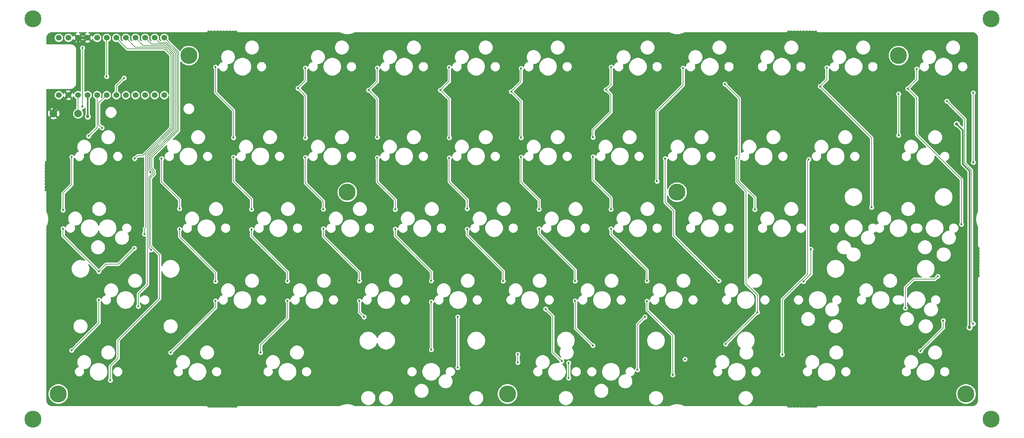
<source format=gtl>
G04 #@! TF.GenerationSoftware,KiCad,Pcbnew,(5.1.9-0-10_14)*
G04 #@! TF.CreationDate,2021-12-01T15:49:55+09:00*
G04 #@! TF.ProjectId,reviung53,72657669-756e-4673-9533-2e6b69636164,1*
G04 #@! TF.SameCoordinates,PX1c9c380PY1c9c380*
G04 #@! TF.FileFunction,Copper,L1,Top*
G04 #@! TF.FilePolarity,Positive*
%FSLAX46Y46*%
G04 Gerber Fmt 4.6, Leading zero omitted, Abs format (unit mm)*
G04 Created by KiCad (PCBNEW (5.1.9-0-10_14)) date 2021-12-01 15:49:55*
%MOMM*%
%LPD*%
G01*
G04 APERTURE LIST*
G04 #@! TA.AperFunction,ComponentPad*
%ADD10C,4.500000*%
G04 #@! TD*
G04 #@! TA.AperFunction,ComponentPad*
%ADD11C,1.524000*%
G04 #@! TD*
G04 #@! TA.AperFunction,ComponentPad*
%ADD12C,2.000000*%
G04 #@! TD*
G04 #@! TA.AperFunction,ViaPad*
%ADD13C,0.600000*%
G04 #@! TD*
G04 #@! TA.AperFunction,ViaPad*
%ADD14C,0.900000*%
G04 #@! TD*
G04 #@! TA.AperFunction,Conductor*
%ADD15C,0.200000*%
G04 #@! TD*
G04 #@! TA.AperFunction,Conductor*
%ADD16C,0.600000*%
G04 #@! TD*
G04 #@! TA.AperFunction,Conductor*
%ADD17C,0.800000*%
G04 #@! TD*
G04 #@! TA.AperFunction,Conductor*
%ADD18C,0.400000*%
G04 #@! TD*
G04 #@! TA.AperFunction,Conductor*
%ADD19C,0.254000*%
G04 #@! TD*
G04 #@! TA.AperFunction,Conductor*
%ADD20C,0.100000*%
G04 #@! TD*
G04 APERTURE END LIST*
D10*
X80130000Y-42880000D03*
X3590000Y-96420000D03*
X244030000Y-96420000D03*
X226200000Y-6600000D03*
X38180000Y-6600000D03*
X122590000Y-96420000D03*
X167500000Y-42870000D03*
X250720000Y3080000D03*
X250730000Y-103120000D03*
X-3120000Y-103120000D03*
X-3120000Y3080000D03*
D11*
X3712000Y-17118600D03*
X6252000Y-17118600D03*
X8792000Y-17118600D03*
X11332000Y-17118600D03*
X13872000Y-17118600D03*
X16412000Y-17118600D03*
X18952000Y-17118600D03*
X21492000Y-17118600D03*
X24032000Y-17118600D03*
X26572000Y-17118600D03*
X29112000Y-17118600D03*
X31652000Y-17118600D03*
X31652000Y-1898600D03*
X29112000Y-1898600D03*
X26572000Y-1898600D03*
X24032000Y-1898600D03*
X21492000Y-1898600D03*
X18952000Y-1898600D03*
X16412000Y-1898600D03*
X13872000Y-1898600D03*
X11332000Y-1898600D03*
X8792000Y-1898600D03*
X6252000Y-1898600D03*
X3712000Y-1898600D03*
D12*
X2350000Y-22000000D03*
X8850000Y-22000000D03*
D13*
X169600000Y-87200000D03*
X16400000Y-12200000D03*
X23800000Y-34000000D03*
X26400000Y-54000000D03*
X24800000Y-73200000D03*
X245950000Y-16550000D03*
X28025001Y-37625001D03*
X246000000Y-35000000D03*
X28200000Y-58200000D03*
X203000000Y-58000000D03*
X201000000Y-66600000D03*
X236575000Y-65225000D03*
X228000000Y-73638000D03*
X17400000Y-92800000D03*
X138800000Y-88200000D03*
X138800000Y-92200000D03*
X125350000Y-85900000D03*
X125350000Y-88050000D03*
X133160000Y-82710000D03*
X132800000Y-92000000D03*
X156000000Y-84400000D03*
X144600000Y-86600000D03*
X143400000Y-80000000D03*
X165400000Y-84400000D03*
X170400000Y-92200000D03*
X193600000Y-84400000D03*
X175400000Y-85200000D03*
X214800000Y-73200000D03*
X217400000Y-52400000D03*
X206800000Y-54800000D03*
X181800000Y-23800000D03*
X133000000Y-24000000D03*
X84600000Y-24000000D03*
X108400000Y-97000000D03*
X99800000Y-92600000D03*
X122800000Y-91600000D03*
X118000000Y-88600000D03*
X36400000Y-23800000D03*
X201500000Y-79500000D03*
X140500000Y-81000000D03*
X150065000Y-9665000D03*
X145265000Y-28335000D03*
X145265000Y-33465000D03*
X150015000Y-47415000D03*
X150015000Y-52585000D03*
X159565000Y-66435000D03*
X159565000Y-71835000D03*
X166400000Y-91400000D03*
X226215000Y-27815000D03*
X226200000Y-16800000D03*
X148700000Y-15700000D03*
D14*
X11400000Y-22800000D03*
X245000000Y-78800000D03*
X241599999Y-24800001D03*
D13*
X10000000Y-20200000D03*
X10000000Y-4600000D03*
X246000000Y-77800000D03*
X239000000Y-18750000D03*
X57165000Y-85435000D03*
X64315000Y-71715000D03*
X64315000Y-66485000D03*
X54765000Y-52765000D03*
X54765000Y-47435000D03*
X50015000Y-33585000D03*
X50015000Y-28415000D03*
X45265000Y-9665000D03*
X21000000Y-12600000D03*
X207215000Y-9815000D03*
X205400000Y-14800000D03*
X219065000Y-46935000D03*
X69065000Y-9935000D03*
X83365000Y-71765000D03*
X83365000Y-66435000D03*
X73815000Y-52585000D03*
X73800000Y-47400000D03*
X69065000Y-33665000D03*
X69065000Y-28465000D03*
X231015000Y-10185000D03*
X228600000Y-15400000D03*
X67100000Y-15300000D03*
X242835000Y-51435000D03*
X109400000Y-89400000D03*
X109400000Y-76000000D03*
X84600000Y-76000000D03*
X102415000Y-66415000D03*
X92865000Y-52665000D03*
X92865000Y-47465000D03*
X88115000Y-33715000D03*
X88115000Y-28315000D03*
X88115000Y-9915000D03*
X102415000Y-71985000D03*
X157035000Y-90035000D03*
X159000000Y-76000000D03*
X178615000Y-66415000D03*
X164365000Y-33965000D03*
X85800000Y-15800000D03*
X102415000Y-84665000D03*
X121465000Y-66465000D03*
X111915000Y-52715000D03*
X111915000Y-47285000D03*
X107165000Y-33765000D03*
X107165000Y-28435000D03*
X107165000Y-9765000D03*
X132700000Y-73900000D03*
X183365000Y-33765000D03*
X104800000Y-15800000D03*
X180400000Y-83200000D03*
X188800000Y-74800000D03*
X136975000Y-87775000D03*
X126215000Y-9985000D03*
X126215000Y-28415000D03*
X126215000Y-33585000D03*
X130965000Y-47435000D03*
X130965000Y-52565000D03*
X140515000Y-66485000D03*
X140515000Y-71715000D03*
X123600000Y-16200000D03*
X145200000Y-83600000D03*
X238035000Y-76965000D03*
X232000000Y-85000000D03*
X202415000Y-34185000D03*
X195400000Y-86000000D03*
X7165000Y-33565000D03*
X14315000Y-71485000D03*
X7135000Y-84865000D03*
X14315000Y-63915000D03*
X23735000Y-57735000D03*
X169115000Y-9915000D03*
X162200000Y-40000000D03*
X11600000Y-28000000D03*
X4835000Y-47635000D03*
X4835000Y-52565000D03*
X33365000Y-85435000D03*
X45265000Y-71735000D03*
X45265000Y-66535000D03*
X35715000Y-52715000D03*
X35715000Y-47285000D03*
X30965000Y-33965000D03*
X188115000Y-47485000D03*
X180200000Y-14200000D03*
X15200000Y-25800000D03*
D15*
X16400000Y-1910600D02*
X16412000Y-1898600D01*
X16400000Y-12200000D02*
X16400000Y-1910600D01*
X18952000Y-1898600D02*
X21905042Y-4851642D01*
X21905042Y-4851642D02*
X31748358Y-4851642D01*
X31896716Y-5000000D02*
X31902906Y-5000000D01*
X31748358Y-4851642D02*
X31896716Y-5000000D01*
X23800000Y-34000000D02*
X24600000Y-33200000D01*
X24600000Y-33200000D02*
X25971510Y-33200000D01*
X26785755Y-32385755D02*
X26399984Y-32771526D01*
X25971510Y-33200000D02*
X26785755Y-32385755D01*
X33451453Y-25720057D02*
X33185755Y-25985755D01*
X33451453Y-6548547D02*
X33451453Y-25720057D01*
X33185755Y-25985755D02*
X26785755Y-32385755D01*
X31902906Y-5000000D02*
X33451453Y-6548547D01*
X26400000Y-54000000D02*
X26400000Y-52600000D01*
X26799990Y-32937218D02*
X26968604Y-32768604D01*
X26799990Y-52200010D02*
X26799990Y-32937218D01*
X26400000Y-52600000D02*
X26799990Y-52200010D01*
X26968604Y-32768604D02*
X26799992Y-32937216D01*
X33368604Y-26368604D02*
X26968604Y-32768604D01*
X33851463Y-6382858D02*
X33851463Y-25885745D01*
X31874783Y-4406179D02*
X33851463Y-6382858D01*
X23999579Y-4406179D02*
X31874783Y-4406179D01*
X33851463Y-25885745D02*
X33368604Y-26368604D01*
X21492000Y-1898600D02*
X23999579Y-4406179D01*
X24800000Y-69800000D02*
X24800000Y-73200000D01*
X26400000Y-68200000D02*
X24800000Y-69800000D01*
X26600001Y-67999999D02*
X26400000Y-68200000D01*
X27200000Y-67400000D02*
X26400000Y-68200000D01*
X27200000Y-33102906D02*
X27200000Y-67400000D01*
X34251473Y-6217169D02*
X34251473Y-26051433D01*
X34251473Y-26051433D02*
X27200000Y-33102906D01*
X32040471Y-4006169D02*
X34251473Y-6217169D01*
X26139569Y-4006169D02*
X32040471Y-4006169D01*
X24032000Y-1898600D02*
X26139569Y-4006169D01*
X26572000Y-1898600D02*
X28279559Y-3606159D01*
X28279559Y-3606159D02*
X32206159Y-3606159D01*
X27600000Y-33268604D02*
X27834302Y-33034302D01*
X28025001Y-37625001D02*
X27600000Y-37200000D01*
X27600000Y-37200000D02*
X27600000Y-33268604D01*
X27834302Y-33034302D02*
X27668604Y-33200000D01*
X245950000Y-34950000D02*
X246000000Y-35000000D01*
X245950000Y-16550000D02*
X245950000Y-34950000D01*
X34651483Y-26217121D02*
X33934302Y-26934302D01*
X34651483Y-6051480D02*
X34651483Y-26217121D01*
X34200000Y-5600000D02*
X34651483Y-6051480D01*
X33934302Y-26934302D02*
X27834302Y-33034302D01*
X32206159Y-3606159D02*
X34200000Y-5600000D01*
X27600010Y-57600010D02*
X27600010Y-56200010D01*
X28200000Y-58200000D02*
X27600010Y-57600010D01*
X27600010Y-56200010D02*
X27600010Y-56400010D01*
X203000000Y-58000000D02*
X203000000Y-64600000D01*
X203000000Y-64600000D02*
X201000000Y-66600000D01*
X201000000Y-66600000D02*
X201000000Y-66600000D01*
X27600010Y-38999990D02*
X27600010Y-56200010D01*
X28000010Y-36712008D02*
X28625002Y-37337000D01*
X28625002Y-37337000D02*
X28625002Y-37974998D01*
X28000010Y-33434292D02*
X28000010Y-36712008D01*
X35051493Y-5863791D02*
X35051493Y-26382809D01*
X35051493Y-26382809D02*
X28000010Y-33434292D01*
X32393851Y-3206149D02*
X35051493Y-5863791D01*
X30419549Y-3206149D02*
X32393851Y-3206149D01*
X28625002Y-37974998D02*
X27600010Y-38999990D01*
X29112000Y-1898600D02*
X30419549Y-3206149D01*
X228000000Y-73638000D02*
X228000000Y-68200000D01*
X228000000Y-68200000D02*
X230200000Y-66000000D01*
X235800000Y-66000000D02*
X236575000Y-65225000D01*
X230200000Y-66000000D02*
X235800000Y-66000000D01*
X31600000Y-1950600D02*
X31652000Y-1898600D01*
X17400000Y-89000000D02*
X17400000Y-92800000D01*
X19400000Y-87000000D02*
X17400000Y-89000000D01*
X19400000Y-82200000D02*
X19400000Y-87000000D01*
X28000020Y-57112018D02*
X30400000Y-59511998D01*
X30400000Y-59511998D02*
X30400000Y-71200000D01*
X29025012Y-37171311D02*
X29025012Y-38140687D01*
X30400000Y-71200000D02*
X19400000Y-82200000D01*
X28400020Y-36546320D02*
X29025012Y-37171311D01*
X28000020Y-39165678D02*
X28000020Y-57112018D01*
X29025012Y-38140687D02*
X28000020Y-39165678D01*
X28400020Y-33599980D02*
X28400020Y-36546320D01*
X35451503Y-26548497D02*
X28400020Y-33599980D01*
X35451503Y-5698102D02*
X35451503Y-26548497D01*
X31652000Y-1898600D02*
X35451503Y-5698102D01*
X138800000Y-92200000D02*
X138800000Y-88200000D01*
X125350000Y-88050000D02*
X125350000Y-85900000D01*
X8792000Y-21942000D02*
X8850000Y-22000000D01*
X8792000Y-17118600D02*
X8792000Y-21942000D01*
D16*
X8452178Y-2238422D02*
X8792000Y-1898600D01*
D17*
X8792000Y-1898600D02*
X11332000Y-1898600D01*
X6252000Y-17010229D02*
X6252000Y-17118600D01*
X8792000Y-14470229D02*
X6252000Y-17010229D01*
X8792000Y-1898600D02*
X8792000Y-14470229D01*
X2350000Y-21020600D02*
X6252000Y-17118600D01*
X2350000Y-22000000D02*
X2350000Y-21020600D01*
D15*
X159565000Y-66435000D02*
X159565000Y-63565000D01*
X150015000Y-54015000D02*
X150015000Y-52585000D01*
X159565000Y-63565000D02*
X150015000Y-54015000D01*
X150015000Y-47415000D02*
X150015000Y-44415000D01*
X145265000Y-39665000D02*
X145265000Y-33465000D01*
X150015000Y-44415000D02*
X145265000Y-39665000D01*
X150065000Y-14335000D02*
X150065000Y-9665000D01*
X159565000Y-71835000D02*
X159565000Y-74165000D01*
X159565000Y-74165000D02*
X166400000Y-81000000D01*
X166400000Y-81000000D02*
X166400000Y-91400000D01*
X166400000Y-91400000D02*
X166400000Y-91400000D01*
X226215000Y-16815000D02*
X226200000Y-16800000D01*
X226215000Y-27815000D02*
X226215000Y-16815000D01*
X148700000Y-15700000D02*
X150065000Y-14335000D01*
X148700000Y-15700000D02*
X150000000Y-17000000D01*
X150000000Y-21600000D02*
X145265000Y-26335000D01*
X150000000Y-17000000D02*
X150000000Y-21600000D01*
X145265000Y-28335000D02*
X145265000Y-26335000D01*
D18*
X11400000Y-17186600D02*
X11332000Y-17118600D01*
X11400000Y-22800000D02*
X11400000Y-17186600D01*
X245000000Y-78800000D02*
X245000000Y-63425148D01*
X241599999Y-24800001D02*
X243200000Y-26400002D01*
X243200000Y-35400000D02*
X245000000Y-37200000D01*
X243200000Y-26400002D02*
X243200000Y-35400000D01*
X245000000Y-63425148D02*
X245000000Y-37200000D01*
D15*
X10000000Y-20200000D02*
X10000000Y-4600000D01*
X10000000Y-4600000D02*
X10000000Y-4600000D01*
X246000000Y-77800000D02*
X245500010Y-77300010D01*
X245500010Y-77300010D02*
X245500010Y-37700010D01*
X243700010Y-23450010D02*
X239000000Y-18750000D01*
X243700010Y-35192890D02*
X243700010Y-23450010D01*
X245500010Y-36992890D02*
X243700010Y-35192890D01*
X245500010Y-37700010D02*
X245500010Y-36992890D01*
X50015000Y-28415000D02*
X50015000Y-21215000D01*
X45265000Y-16465000D02*
X45265000Y-9665000D01*
X50015000Y-21215000D02*
X45265000Y-16465000D01*
X54765000Y-47435000D02*
X54765000Y-44765000D01*
X50015000Y-40015000D02*
X50015000Y-33585000D01*
X54765000Y-44765000D02*
X50015000Y-40015000D01*
X64315000Y-66485000D02*
X64315000Y-64115000D01*
X54765000Y-54565000D02*
X54765000Y-52765000D01*
X64315000Y-64115000D02*
X54765000Y-54565000D01*
X57165000Y-85435000D02*
X57165000Y-83435000D01*
X64315000Y-76285000D02*
X64315000Y-71715000D01*
X57165000Y-83435000D02*
X64315000Y-76285000D01*
X18952000Y-17118600D02*
X18952000Y-14648000D01*
X18952000Y-14648000D02*
X21000000Y-12600000D01*
X207215000Y-12985000D02*
X205400000Y-14800000D01*
X207215000Y-9815000D02*
X207215000Y-12985000D01*
X219065000Y-28465000D02*
X205400000Y-14800000D01*
X219065000Y-46935000D02*
X219065000Y-28465000D01*
X73800000Y-47400000D02*
X73800000Y-45200000D01*
X69065000Y-40465000D02*
X69065000Y-33665000D01*
X73800000Y-45200000D02*
X69065000Y-40465000D01*
X83365000Y-66435000D02*
X83365000Y-64165000D01*
X73815000Y-54615000D02*
X73815000Y-52585000D01*
X83365000Y-64165000D02*
X73815000Y-54615000D01*
X231015000Y-12985000D02*
X228600000Y-15400000D01*
X231015000Y-10185000D02*
X231015000Y-12985000D01*
X69065000Y-9935000D02*
X69065000Y-13335000D01*
X67100000Y-15300000D02*
X69065000Y-13335000D01*
X69065000Y-17265000D02*
X67100000Y-15300000D01*
X69065000Y-28465000D02*
X69065000Y-17265000D01*
X242835000Y-39490026D02*
X231000000Y-27655026D01*
X242835000Y-51435000D02*
X242835000Y-39490026D01*
X231000000Y-17800000D02*
X228600000Y-15400000D01*
X231000000Y-27655026D02*
X231000000Y-17800000D01*
X109400000Y-89400000D02*
X109400000Y-76000000D01*
X109400000Y-76000000D02*
X109400000Y-76000000D01*
X83365000Y-71765000D02*
X83365000Y-74765000D01*
X83365000Y-74765000D02*
X84600000Y-76000000D01*
X84600000Y-76000000D02*
X84600000Y-76000000D01*
X92865000Y-47465000D02*
X92865000Y-44865000D01*
X88115000Y-40115000D02*
X88115000Y-33715000D01*
X92865000Y-44865000D02*
X88115000Y-40115000D01*
X102415000Y-66415000D02*
X102415000Y-64015000D01*
X92865000Y-54465000D02*
X92865000Y-52665000D01*
X102415000Y-64015000D02*
X92865000Y-54465000D01*
X157035000Y-90035000D02*
X157035000Y-77965000D01*
X157035000Y-77965000D02*
X159000000Y-76000000D01*
X159000000Y-76000000D02*
X159000000Y-76000000D01*
X88115000Y-13315000D02*
X88115000Y-13485000D01*
X88115000Y-13315000D02*
X88115000Y-9915000D01*
X88115000Y-13485000D02*
X85800000Y-15800000D01*
X85800000Y-15800000D02*
X85800000Y-15800000D01*
X88115000Y-18115000D02*
X88115000Y-18315000D01*
X85800000Y-15800000D02*
X88115000Y-18115000D01*
X88115000Y-28315000D02*
X88115000Y-18315000D01*
X166600000Y-54400000D02*
X178615000Y-66415000D01*
X166600000Y-47800000D02*
X166600000Y-54400000D01*
X164365000Y-45565000D02*
X166600000Y-47800000D01*
X164365000Y-33965000D02*
X164365000Y-45565000D01*
X102415000Y-71985000D02*
X102415000Y-84665000D01*
X102415000Y-84665000D02*
X102415000Y-84665000D01*
X111915000Y-47285000D02*
X111915000Y-44915000D01*
X107165000Y-40165000D02*
X107165000Y-33765000D01*
X111915000Y-44915000D02*
X107165000Y-40165000D01*
X121465000Y-66465000D02*
X121465000Y-63865000D01*
X111915000Y-54315000D02*
X111915000Y-52715000D01*
X121465000Y-63865000D02*
X111915000Y-54315000D01*
X134600000Y-75800000D02*
X132700000Y-73900000D01*
X132700000Y-73900000D02*
X132600000Y-73800000D01*
X107165000Y-13435000D02*
X104800000Y-15800000D01*
X107165000Y-9765000D02*
X107165000Y-13435000D01*
X104800000Y-15800000D02*
X107165000Y-18165000D01*
X107165000Y-18165000D02*
X107165000Y-28435000D01*
X104800000Y-15800000D02*
X104800000Y-15800000D01*
X180400000Y-83200000D02*
X188800000Y-74800000D01*
X185800000Y-67200000D02*
X188800000Y-70200000D01*
X185800000Y-42600000D02*
X185800000Y-67200000D01*
X183365000Y-40165000D02*
X185800000Y-42600000D01*
X188800000Y-74800000D02*
X188800000Y-70200000D01*
X183365000Y-33765000D02*
X183365000Y-40165000D01*
X188800000Y-74800000D02*
X188800000Y-74800000D01*
X134600000Y-85400000D02*
X136975000Y-87775000D01*
X134600000Y-75800000D02*
X134600000Y-85400000D01*
X130965000Y-47435000D02*
X130965000Y-44965000D01*
X126215000Y-40215000D02*
X126215000Y-33585000D01*
X130965000Y-44965000D02*
X126215000Y-40215000D01*
X140515000Y-66485000D02*
X140515000Y-63515000D01*
X130965000Y-53965000D02*
X130965000Y-52565000D01*
X140515000Y-63515000D02*
X130965000Y-53965000D01*
X123600000Y-16200000D02*
X123600000Y-16200000D01*
X126215000Y-18985000D02*
X126215000Y-28415000D01*
X126215000Y-18815000D02*
X126215000Y-18985000D01*
X126215000Y-13585000D02*
X123600000Y-16200000D01*
X126215000Y-9985000D02*
X126215000Y-13585000D01*
X123600000Y-16200000D02*
X126215000Y-18815000D01*
X145200000Y-83600000D02*
X140600000Y-79000000D01*
X140600000Y-71800000D02*
X140515000Y-71715000D01*
X140600000Y-79000000D02*
X140600000Y-71800000D01*
X238035000Y-76965000D02*
X238035000Y-78965000D01*
X238035000Y-78965000D02*
X232000000Y-85000000D01*
X232000000Y-85000000D02*
X232000000Y-85000000D01*
X202115001Y-64596997D02*
X195400000Y-71311998D01*
X202115001Y-34484999D02*
X202115001Y-64596997D01*
X202415000Y-34185000D02*
X202115001Y-34484999D01*
X195400000Y-71311998D02*
X195400000Y-86000000D01*
X14315000Y-77685000D02*
X7135000Y-84865000D01*
X14315000Y-71485000D02*
X14315000Y-77685000D01*
X7165000Y-33565000D02*
X7165000Y-40835000D01*
X14315000Y-63915000D02*
X14315000Y-63915000D01*
X23735000Y-57735000D02*
X19470000Y-62000000D01*
X16230000Y-62000000D02*
X14315000Y-63915000D01*
X19470000Y-62000000D02*
X16230000Y-62000000D01*
X162200000Y-40000000D02*
X162200000Y-21400000D01*
X169115000Y-14485000D02*
X169115000Y-9915000D01*
X162200000Y-21400000D02*
X169115000Y-14485000D01*
X162200000Y-40000000D02*
X162200000Y-40000000D01*
X13872000Y-17118600D02*
X13872000Y-25728000D01*
X13872000Y-25728000D02*
X11600000Y-28000000D01*
X11600000Y-28000000D02*
X11600000Y-28000000D01*
X4835000Y-43165000D02*
X5100000Y-42900000D01*
X4835000Y-47635000D02*
X4835000Y-43165000D01*
X7165000Y-40835000D02*
X5100000Y-42900000D01*
X10800000Y-60400000D02*
X10600000Y-60200000D01*
X4835000Y-54435000D02*
X10800000Y-60400000D01*
X4835000Y-52565000D02*
X4835000Y-54435000D01*
X14315000Y-63915000D02*
X10800000Y-60400000D01*
X35715000Y-47285000D02*
X35715000Y-44915000D01*
X30965000Y-40165000D02*
X30965000Y-33965000D01*
X35715000Y-44915000D02*
X30965000Y-40165000D01*
X45265000Y-66535000D02*
X45265000Y-64265000D01*
X35715000Y-54715000D02*
X35715000Y-52715000D01*
X45265000Y-64265000D02*
X35715000Y-54715000D01*
X45265000Y-73535000D02*
X45265000Y-71735000D01*
X33365000Y-85435000D02*
X45265000Y-73535000D01*
X183965001Y-17965001D02*
X180200000Y-14200000D01*
X183965001Y-34053001D02*
X183965001Y-17965001D01*
X183765010Y-34252992D02*
X183965001Y-34053001D01*
X183765010Y-39965010D02*
X183765010Y-34252992D01*
X188115000Y-44315000D02*
X183765010Y-39965010D01*
X188115000Y-47485000D02*
X188115000Y-44315000D01*
X16412000Y-17118600D02*
X14272010Y-19258590D01*
X14272010Y-19258590D02*
X14272010Y-24872010D01*
X14272010Y-24872010D02*
X15200000Y-25800000D01*
X15200000Y-25800000D02*
X15200000Y-25800000D01*
D19*
X204348792Y-58827D02*
X204353234Y-107640D01*
X204353750Y-109393D01*
X204353928Y-111210D01*
X204368087Y-158105D01*
X204381943Y-205184D01*
X204382791Y-206805D01*
X204383318Y-208552D01*
X204406336Y-251842D01*
X204429052Y-295294D01*
X204430195Y-296716D01*
X204431054Y-298331D01*
X204462038Y-336320D01*
X204492766Y-374539D01*
X204494168Y-375715D01*
X204495320Y-377128D01*
X204533093Y-408377D01*
X204570658Y-439898D01*
X204572256Y-440777D01*
X204573666Y-441943D01*
X204616828Y-465280D01*
X204659762Y-488884D01*
X204661504Y-489437D01*
X204663110Y-490305D01*
X204709960Y-504807D01*
X204756684Y-519629D01*
X204758498Y-519832D01*
X204760244Y-520373D01*
X204809020Y-525499D01*
X204857732Y-530963D01*
X204861242Y-530988D01*
X204861369Y-531001D01*
X204861497Y-530989D01*
X204865006Y-531014D01*
X245633413Y-531014D01*
X245716597Y-533117D01*
X245791868Y-538841D01*
X245865913Y-548250D01*
X245938637Y-561237D01*
X246010013Y-577710D01*
X246080004Y-597585D01*
X246148530Y-620772D01*
X246215507Y-647180D01*
X246280897Y-676743D01*
X246344573Y-709355D01*
X246406486Y-744954D01*
X246466485Y-783420D01*
X246524531Y-824696D01*
X246580490Y-868671D01*
X246634236Y-915227D01*
X246685710Y-964304D01*
X246734781Y-1015772D01*
X246781346Y-1069529D01*
X246825311Y-1125474D01*
X246866593Y-1183526D01*
X246905062Y-1243533D01*
X246940654Y-1305434D01*
X246973276Y-1369130D01*
X247002833Y-1434507D01*
X247029243Y-1501490D01*
X247052428Y-1570011D01*
X247072300Y-1639988D01*
X247088779Y-1711389D01*
X247101763Y-1784097D01*
X247111172Y-1858146D01*
X247116897Y-1933436D01*
X247119000Y-2016570D01*
X247119000Y-48001952D01*
X247063984Y-48103611D01*
X247062056Y-48108194D01*
X247059353Y-48112366D01*
X247056058Y-48118851D01*
X247002223Y-48226675D01*
X247000429Y-48231365D01*
X246997845Y-48235660D01*
X246994766Y-48242251D01*
X246944417Y-48352055D01*
X246942762Y-48356853D01*
X246940294Y-48361283D01*
X246937437Y-48367973D01*
X246890657Y-48479687D01*
X246889148Y-48484586D01*
X246886805Y-48489145D01*
X246884175Y-48495927D01*
X246841041Y-48609486D01*
X246839685Y-48614479D01*
X246837474Y-48619163D01*
X246835074Y-48626030D01*
X246795667Y-48741362D01*
X246794466Y-48746457D01*
X246792396Y-48751259D01*
X246790230Y-48758204D01*
X246754631Y-48875240D01*
X246753594Y-48880420D01*
X246751670Y-48885340D01*
X246749743Y-48892355D01*
X246718032Y-49011028D01*
X246717164Y-49016293D01*
X246715395Y-49021319D01*
X246713710Y-49028395D01*
X246685967Y-49148636D01*
X246685275Y-49153967D01*
X246683666Y-49159098D01*
X246682226Y-49166228D01*
X246658531Y-49287967D01*
X246658020Y-49293362D01*
X246656578Y-49298586D01*
X246655387Y-49305762D01*
X246635820Y-49428931D01*
X246635494Y-49434377D01*
X246634225Y-49439690D01*
X246633285Y-49446903D01*
X246617927Y-49571432D01*
X246617790Y-49576921D01*
X246616702Y-49582303D01*
X246616014Y-49589544D01*
X246604945Y-49715364D01*
X246605000Y-49720879D01*
X246604097Y-49726323D01*
X246603663Y-49733584D01*
X246596963Y-49860628D01*
X246597212Y-49866159D01*
X246596499Y-49871647D01*
X246596320Y-49878919D01*
X246594069Y-50007117D01*
X246594512Y-50012636D01*
X246593993Y-50018137D01*
X246594069Y-50025411D01*
X246596320Y-50153608D01*
X246596957Y-50159111D01*
X246596631Y-50164633D01*
X246596963Y-50171899D01*
X246603663Y-50298943D01*
X246604490Y-50304399D01*
X246604358Y-50309912D01*
X246604945Y-50317163D01*
X246616014Y-50442983D01*
X246617027Y-50448379D01*
X246617087Y-50453870D01*
X246617927Y-50461095D01*
X246633285Y-50585624D01*
X246634479Y-50590952D01*
X246634729Y-50596404D01*
X246635820Y-50603596D01*
X246655387Y-50726765D01*
X246656755Y-50732007D01*
X246657191Y-50737410D01*
X246658531Y-50744559D01*
X246682226Y-50866299D01*
X246683764Y-50871453D01*
X246684381Y-50876793D01*
X246685967Y-50883892D01*
X246713710Y-51004133D01*
X246715411Y-51009188D01*
X246716204Y-51014459D01*
X246718032Y-51021500D01*
X246749743Y-51140173D01*
X246751599Y-51145121D01*
X246752563Y-51150313D01*
X246754631Y-51157288D01*
X246790230Y-51274324D01*
X246792234Y-51279157D01*
X246793363Y-51284266D01*
X246795667Y-51291166D01*
X246835074Y-51406498D01*
X246837218Y-51411210D01*
X246838505Y-51416224D01*
X246841041Y-51423042D01*
X246884175Y-51536601D01*
X246886453Y-51541191D01*
X246887894Y-51546111D01*
X246890657Y-51552841D01*
X246937437Y-51664555D01*
X246939845Y-51669024D01*
X246941432Y-51673840D01*
X246944417Y-51680473D01*
X246994766Y-51790277D01*
X246997295Y-51794616D01*
X246999020Y-51799322D01*
X247002223Y-51805853D01*
X247056058Y-51913677D01*
X247058705Y-51917891D01*
X247060567Y-51922495D01*
X247063984Y-51928917D01*
X247119000Y-52030576D01*
X247119000Y-57159993D01*
X247123786Y-57208806D01*
X247128228Y-57257619D01*
X247128744Y-57259372D01*
X247128922Y-57261189D01*
X247143081Y-57308084D01*
X247156937Y-57355163D01*
X247157785Y-57356784D01*
X247158312Y-57358531D01*
X247181330Y-57401821D01*
X247204046Y-57445273D01*
X247205189Y-57446695D01*
X247206048Y-57448310D01*
X247237032Y-57486299D01*
X247267760Y-57524518D01*
X247269162Y-57525694D01*
X247270314Y-57527107D01*
X247308087Y-57558356D01*
X247345652Y-57589877D01*
X247347250Y-57590756D01*
X247348660Y-57591922D01*
X247391822Y-57615259D01*
X247434756Y-57638863D01*
X247436498Y-57639416D01*
X247438104Y-57640284D01*
X247484954Y-57654786D01*
X247531678Y-57669608D01*
X247533492Y-57669811D01*
X247535238Y-57670352D01*
X247551452Y-57672056D01*
X247511431Y-57731952D01*
X247452859Y-57873357D01*
X247423000Y-58023472D01*
X247423000Y-58176528D01*
X247452859Y-58326643D01*
X247511431Y-58468048D01*
X247541133Y-58512500D01*
X247511431Y-58556952D01*
X247452859Y-58698357D01*
X247423000Y-58848472D01*
X247423000Y-59001528D01*
X247452859Y-59151643D01*
X247511431Y-59293048D01*
X247541133Y-59337500D01*
X247511431Y-59381952D01*
X247452859Y-59523357D01*
X247423000Y-59673472D01*
X247423000Y-59826528D01*
X247452859Y-59976643D01*
X247511431Y-60118048D01*
X247541133Y-60162500D01*
X247511431Y-60206952D01*
X247452859Y-60348357D01*
X247423000Y-60498472D01*
X247423000Y-60651528D01*
X247452859Y-60801643D01*
X247511431Y-60943048D01*
X247541133Y-60987500D01*
X247511431Y-61031952D01*
X247452859Y-61173357D01*
X247423000Y-61323472D01*
X247423000Y-61476528D01*
X247452859Y-61626643D01*
X247511431Y-61768048D01*
X247541133Y-61812500D01*
X247511431Y-61856952D01*
X247452859Y-61998357D01*
X247423000Y-62148472D01*
X247423000Y-62301528D01*
X247452859Y-62451643D01*
X247511431Y-62593048D01*
X247541133Y-62637500D01*
X247511431Y-62681952D01*
X247452859Y-62823357D01*
X247423000Y-62973472D01*
X247423000Y-63126528D01*
X247452859Y-63276643D01*
X247511431Y-63418048D01*
X247541133Y-63462500D01*
X247511431Y-63506952D01*
X247452859Y-63648357D01*
X247423000Y-63798472D01*
X247423000Y-63951528D01*
X247452859Y-64101643D01*
X247511431Y-64243048D01*
X247536133Y-64280017D01*
X247501431Y-64331952D01*
X247442859Y-64473357D01*
X247413000Y-64623472D01*
X247413000Y-64776528D01*
X247442859Y-64926643D01*
X247501431Y-65068048D01*
X247554289Y-65147156D01*
X247542374Y-65148240D01*
X247540621Y-65148756D01*
X247538804Y-65148934D01*
X247491909Y-65163093D01*
X247444830Y-65176949D01*
X247443209Y-65177797D01*
X247441462Y-65178324D01*
X247398172Y-65201342D01*
X247354720Y-65224058D01*
X247353298Y-65225201D01*
X247351683Y-65226060D01*
X247313694Y-65257044D01*
X247275475Y-65287772D01*
X247274299Y-65289174D01*
X247272886Y-65290326D01*
X247241637Y-65328099D01*
X247210116Y-65365664D01*
X247209237Y-65367262D01*
X247208071Y-65368672D01*
X247184734Y-65411834D01*
X247161130Y-65454768D01*
X247160577Y-65456510D01*
X247159709Y-65458116D01*
X247145207Y-65504966D01*
X247130385Y-65551690D01*
X247130182Y-65553504D01*
X247129641Y-65555250D01*
X247124515Y-65604026D01*
X247119051Y-65652738D01*
X247119026Y-65656248D01*
X247119013Y-65656375D01*
X247119025Y-65656503D01*
X247119000Y-65660012D01*
X247119000Y-98015937D01*
X247116897Y-98099074D01*
X247111172Y-98174366D01*
X247101762Y-98248420D01*
X247088777Y-98321132D01*
X247072301Y-98392523D01*
X247052432Y-98462493D01*
X247029244Y-98531027D01*
X247002827Y-98598025D01*
X246973275Y-98663393D01*
X246940654Y-98727086D01*
X246905059Y-98788993D01*
X246866586Y-98849006D01*
X246825308Y-98907053D01*
X246781347Y-98962993D01*
X246734780Y-99016753D01*
X246685714Y-99068218D01*
X246634236Y-99117299D01*
X246580490Y-99163855D01*
X246524529Y-99207832D01*
X246466502Y-99249096D01*
X246406469Y-99287582D01*
X246344582Y-99323167D01*
X246280897Y-99355784D01*
X246215507Y-99385347D01*
X246148530Y-99411755D01*
X246080004Y-99434942D01*
X246010013Y-99454817D01*
X245938637Y-99471290D01*
X245865913Y-99484277D01*
X245791868Y-99493686D01*
X245716578Y-99499411D01*
X245633445Y-99501514D01*
X204865006Y-99501514D01*
X204816193Y-99506300D01*
X204767380Y-99510742D01*
X204765627Y-99511258D01*
X204763810Y-99511436D01*
X204716915Y-99525595D01*
X204669836Y-99539451D01*
X204668215Y-99540299D01*
X204666468Y-99540826D01*
X204623178Y-99563844D01*
X204579726Y-99586560D01*
X204578304Y-99587703D01*
X204576689Y-99588562D01*
X204538700Y-99619546D01*
X204500481Y-99650274D01*
X204499305Y-99651676D01*
X204497892Y-99652828D01*
X204466643Y-99690601D01*
X204435122Y-99728166D01*
X204434243Y-99729764D01*
X204433077Y-99731174D01*
X204409740Y-99774336D01*
X204386136Y-99817270D01*
X204385583Y-99819012D01*
X204384715Y-99820618D01*
X204370213Y-99867468D01*
X204355391Y-99914192D01*
X204355188Y-99916006D01*
X204354647Y-99917752D01*
X204349521Y-99966528D01*
X204348546Y-99975218D01*
X204268048Y-99921431D01*
X204126643Y-99862859D01*
X203976528Y-99833000D01*
X203823472Y-99833000D01*
X203673357Y-99862859D01*
X203531952Y-99921431D01*
X203494983Y-99946133D01*
X203443048Y-99911431D01*
X203301643Y-99852859D01*
X203151528Y-99823000D01*
X202998472Y-99823000D01*
X202848357Y-99852859D01*
X202706952Y-99911431D01*
X202662500Y-99941133D01*
X202618048Y-99911431D01*
X202476643Y-99852859D01*
X202326528Y-99823000D01*
X202173472Y-99823000D01*
X202023357Y-99852859D01*
X201881952Y-99911431D01*
X201837500Y-99941133D01*
X201793048Y-99911431D01*
X201651643Y-99852859D01*
X201501528Y-99823000D01*
X201348472Y-99823000D01*
X201198357Y-99852859D01*
X201056952Y-99911431D01*
X201012500Y-99941133D01*
X200968048Y-99911431D01*
X200826643Y-99852859D01*
X200676528Y-99823000D01*
X200523472Y-99823000D01*
X200373357Y-99852859D01*
X200231952Y-99911431D01*
X200187500Y-99941133D01*
X200143048Y-99911431D01*
X200001643Y-99852859D01*
X199851528Y-99823000D01*
X199698472Y-99823000D01*
X199548357Y-99852859D01*
X199406952Y-99911431D01*
X199362500Y-99941133D01*
X199318048Y-99911431D01*
X199176643Y-99852859D01*
X199026528Y-99823000D01*
X198873472Y-99823000D01*
X198723357Y-99852859D01*
X198581952Y-99911431D01*
X198537500Y-99941133D01*
X198493048Y-99911431D01*
X198351643Y-99852859D01*
X198201528Y-99823000D01*
X198048472Y-99823000D01*
X197898357Y-99852859D01*
X197756952Y-99911431D01*
X197712500Y-99941133D01*
X197668048Y-99911431D01*
X197526643Y-99852859D01*
X197376528Y-99823000D01*
X197223472Y-99823000D01*
X197073357Y-99852859D01*
X196931952Y-99911431D01*
X196878788Y-99946954D01*
X196876780Y-99924888D01*
X196876264Y-99923135D01*
X196876086Y-99921318D01*
X196861927Y-99874423D01*
X196848071Y-99827344D01*
X196847223Y-99825723D01*
X196846696Y-99823976D01*
X196823678Y-99780686D01*
X196800962Y-99737234D01*
X196799819Y-99735812D01*
X196798960Y-99734197D01*
X196767976Y-99696208D01*
X196737248Y-99657989D01*
X196735846Y-99656813D01*
X196734694Y-99655400D01*
X196696921Y-99624151D01*
X196659356Y-99592630D01*
X196657758Y-99591751D01*
X196656348Y-99590585D01*
X196613186Y-99567248D01*
X196570252Y-99543644D01*
X196568510Y-99543091D01*
X196566904Y-99542223D01*
X196520054Y-99527721D01*
X196473330Y-99512899D01*
X196471516Y-99512696D01*
X196469770Y-99512155D01*
X196420994Y-99507029D01*
X196372282Y-99501565D01*
X196368772Y-99501540D01*
X196368645Y-99501527D01*
X196368517Y-99501539D01*
X196365008Y-99501514D01*
X169505072Y-99501514D01*
X169403516Y-99446489D01*
X169398877Y-99444534D01*
X169394652Y-99441796D01*
X169388168Y-99438500D01*
X169280355Y-99384636D01*
X169275617Y-99382822D01*
X169271272Y-99380208D01*
X169264681Y-99377130D01*
X169154872Y-99326773D01*
X169150032Y-99325103D01*
X169145561Y-99322613D01*
X169138871Y-99319757D01*
X169027136Y-99272985D01*
X169022202Y-99271466D01*
X169017613Y-99269109D01*
X169010830Y-99266480D01*
X168897240Y-99223369D01*
X168892209Y-99222004D01*
X168887501Y-99219784D01*
X168880634Y-99217386D01*
X168765259Y-99178015D01*
X168760148Y-99176812D01*
X168755325Y-99174736D01*
X168748379Y-99172574D01*
X168631293Y-99137019D01*
X168626098Y-99135982D01*
X168621164Y-99134055D01*
X168614149Y-99132132D01*
X168495417Y-99100471D01*
X168490153Y-99099606D01*
X168485122Y-99097838D01*
X168478045Y-99096156D01*
X168357741Y-99068465D01*
X168352405Y-99067776D01*
X168347277Y-99066170D01*
X168340146Y-99064734D01*
X168218340Y-99041092D01*
X168212957Y-99040585D01*
X168207741Y-99039148D01*
X168200564Y-99037960D01*
X168077327Y-99018443D01*
X168071895Y-99018120D01*
X168066603Y-99016859D01*
X168059389Y-99015921D01*
X167934792Y-99000607D01*
X167929323Y-99000473D01*
X167923968Y-98999392D01*
X167916726Y-98998706D01*
X167790838Y-98987672D01*
X167785354Y-98987729D01*
X167779943Y-98986832D01*
X167772681Y-98986400D01*
X167645574Y-98979722D01*
X167640075Y-98979971D01*
X167634617Y-98979262D01*
X167627345Y-98979084D01*
X167499089Y-98976842D01*
X167493620Y-98977282D01*
X167488151Y-98976765D01*
X167480877Y-98976842D01*
X167352620Y-98979084D01*
X167347153Y-98979717D01*
X167341658Y-98979391D01*
X167334391Y-98979722D01*
X167207284Y-98986400D01*
X167201865Y-98987220D01*
X167196379Y-98987087D01*
X167189128Y-98987672D01*
X167063240Y-98998706D01*
X167057869Y-98999712D01*
X167052401Y-98999770D01*
X167045175Y-99000607D01*
X166920577Y-99015921D01*
X166915264Y-99017109D01*
X166909831Y-99017356D01*
X166902638Y-99018443D01*
X166779401Y-99037960D01*
X166774165Y-99039324D01*
X166768774Y-99039756D01*
X166761624Y-99041092D01*
X166639819Y-99064734D01*
X166634666Y-99066269D01*
X166629326Y-99066883D01*
X166622226Y-99068465D01*
X166501922Y-99096156D01*
X166496863Y-99097855D01*
X166491589Y-99098646D01*
X166484547Y-99100471D01*
X166365816Y-99132132D01*
X166360855Y-99133990D01*
X166355649Y-99134954D01*
X166348674Y-99137019D01*
X166231586Y-99172574D01*
X166226735Y-99174583D01*
X166221607Y-99175714D01*
X166214706Y-99178015D01*
X166099332Y-99217386D01*
X166094587Y-99219543D01*
X166089544Y-99220836D01*
X166082725Y-99223369D01*
X165969135Y-99266480D01*
X165964509Y-99268774D01*
X165959557Y-99270224D01*
X165952827Y-99272986D01*
X165841093Y-99319758D01*
X165836590Y-99322184D01*
X165831728Y-99323786D01*
X165825095Y-99326772D01*
X165715285Y-99377129D01*
X165710902Y-99379684D01*
X165706139Y-99381431D01*
X165699609Y-99384637D01*
X165591796Y-99438501D01*
X165587537Y-99441178D01*
X165582872Y-99443067D01*
X165576452Y-99446488D01*
X165474893Y-99501514D01*
X82155063Y-99501514D01*
X82053507Y-99446489D01*
X82048868Y-99444534D01*
X82044643Y-99441796D01*
X82038159Y-99438500D01*
X81930346Y-99384636D01*
X81925608Y-99382822D01*
X81921263Y-99380208D01*
X81914672Y-99377130D01*
X81804863Y-99326773D01*
X81800023Y-99325103D01*
X81795552Y-99322613D01*
X81788862Y-99319757D01*
X81677127Y-99272985D01*
X81672193Y-99271466D01*
X81667604Y-99269109D01*
X81660821Y-99266480D01*
X81547231Y-99223369D01*
X81542200Y-99222004D01*
X81537492Y-99219784D01*
X81530625Y-99217386D01*
X81415250Y-99178015D01*
X81410139Y-99176812D01*
X81405316Y-99174736D01*
X81398370Y-99172574D01*
X81281284Y-99137019D01*
X81276091Y-99135982D01*
X81271156Y-99134055D01*
X81264141Y-99132132D01*
X81145410Y-99100471D01*
X81140143Y-99099605D01*
X81135113Y-99097838D01*
X81128036Y-99096156D01*
X81007731Y-99068465D01*
X81002399Y-99067776D01*
X80997269Y-99066170D01*
X80990138Y-99064734D01*
X80868333Y-99041092D01*
X80862948Y-99040584D01*
X80857733Y-99039148D01*
X80850556Y-99037960D01*
X80727319Y-99018443D01*
X80721886Y-99018120D01*
X80716594Y-99016859D01*
X80709381Y-99015921D01*
X80584782Y-99000607D01*
X80579314Y-99000473D01*
X80573959Y-98999392D01*
X80566717Y-98998706D01*
X80440829Y-98987672D01*
X80435345Y-98987729D01*
X80429934Y-98986832D01*
X80422673Y-98986400D01*
X80295566Y-98979722D01*
X80290067Y-98979971D01*
X80284609Y-98979262D01*
X80277337Y-98979084D01*
X80149081Y-98976842D01*
X80143612Y-98977282D01*
X80138143Y-98976765D01*
X80130869Y-98976842D01*
X80002612Y-98979084D01*
X79997145Y-98979717D01*
X79991650Y-98979391D01*
X79984383Y-98979722D01*
X79857275Y-98986400D01*
X79851856Y-98987220D01*
X79846370Y-98987087D01*
X79839119Y-98987672D01*
X79713231Y-98998706D01*
X79707860Y-98999712D01*
X79702391Y-98999770D01*
X79695165Y-99000607D01*
X79570568Y-99015921D01*
X79565254Y-99017109D01*
X79559823Y-99017356D01*
X79552630Y-99018443D01*
X79429393Y-99037960D01*
X79424157Y-99039324D01*
X79418767Y-99039756D01*
X79411617Y-99041092D01*
X79289811Y-99064734D01*
X79284659Y-99066268D01*
X79279316Y-99066883D01*
X79272216Y-99068465D01*
X79151913Y-99096156D01*
X79146853Y-99097855D01*
X79141581Y-99098646D01*
X79134539Y-99100471D01*
X79015808Y-99132132D01*
X79010847Y-99133990D01*
X79005641Y-99134954D01*
X78998666Y-99137019D01*
X78881578Y-99172574D01*
X78876727Y-99174583D01*
X78871599Y-99175714D01*
X78864698Y-99178015D01*
X78749324Y-99217386D01*
X78744579Y-99219543D01*
X78739536Y-99220836D01*
X78732717Y-99223369D01*
X78619127Y-99266480D01*
X78614500Y-99268775D01*
X78609550Y-99270224D01*
X78602821Y-99272985D01*
X78491086Y-99319757D01*
X78486578Y-99322186D01*
X78481718Y-99323787D01*
X78475085Y-99326773D01*
X78365276Y-99377130D01*
X78360894Y-99379684D01*
X78356132Y-99381431D01*
X78349602Y-99384636D01*
X78241788Y-99438500D01*
X78237525Y-99441179D01*
X78232861Y-99443068D01*
X78226441Y-99446489D01*
X78124885Y-99501514D01*
X51264993Y-99501514D01*
X51216180Y-99506300D01*
X51167367Y-99510742D01*
X51165614Y-99511258D01*
X51163797Y-99511436D01*
X51116902Y-99525595D01*
X51069823Y-99539451D01*
X51068202Y-99540299D01*
X51066455Y-99540826D01*
X51023165Y-99563844D01*
X50979713Y-99586560D01*
X50978291Y-99587703D01*
X50976676Y-99588562D01*
X50938687Y-99619546D01*
X50900468Y-99650274D01*
X50899292Y-99651676D01*
X50897879Y-99652828D01*
X50866630Y-99690601D01*
X50835109Y-99728166D01*
X50834230Y-99729764D01*
X50833064Y-99731174D01*
X50809727Y-99774336D01*
X50786123Y-99817270D01*
X50785570Y-99819012D01*
X50784702Y-99820618D01*
X50770200Y-99867468D01*
X50755378Y-99914192D01*
X50755175Y-99916006D01*
X50754634Y-99917752D01*
X50749508Y-99966528D01*
X50748534Y-99975210D01*
X50668048Y-99921431D01*
X50526643Y-99862859D01*
X50376528Y-99833000D01*
X50223472Y-99833000D01*
X50073357Y-99862859D01*
X49931952Y-99921431D01*
X49894983Y-99946133D01*
X49843048Y-99911431D01*
X49701643Y-99852859D01*
X49551528Y-99823000D01*
X49398472Y-99823000D01*
X49248357Y-99852859D01*
X49106952Y-99911431D01*
X49062500Y-99941133D01*
X49018048Y-99911431D01*
X48876643Y-99852859D01*
X48726528Y-99823000D01*
X48573472Y-99823000D01*
X48423357Y-99852859D01*
X48281952Y-99911431D01*
X48237500Y-99941133D01*
X48193048Y-99911431D01*
X48051643Y-99852859D01*
X47901528Y-99823000D01*
X47748472Y-99823000D01*
X47598357Y-99852859D01*
X47456952Y-99911431D01*
X47412500Y-99941133D01*
X47368048Y-99911431D01*
X47226643Y-99852859D01*
X47076528Y-99823000D01*
X46923472Y-99823000D01*
X46773357Y-99852859D01*
X46631952Y-99911431D01*
X46587500Y-99941133D01*
X46543048Y-99911431D01*
X46401643Y-99852859D01*
X46251528Y-99823000D01*
X46098472Y-99823000D01*
X45948357Y-99852859D01*
X45806952Y-99911431D01*
X45762500Y-99941133D01*
X45718048Y-99911431D01*
X45576643Y-99852859D01*
X45426528Y-99823000D01*
X45273472Y-99823000D01*
X45123357Y-99852859D01*
X44981952Y-99911431D01*
X44937500Y-99941133D01*
X44893048Y-99911431D01*
X44751643Y-99852859D01*
X44601528Y-99823000D01*
X44448472Y-99823000D01*
X44298357Y-99852859D01*
X44156952Y-99911431D01*
X44112500Y-99941133D01*
X44068048Y-99911431D01*
X43926643Y-99852859D01*
X43776528Y-99823000D01*
X43623472Y-99823000D01*
X43473357Y-99852859D01*
X43331952Y-99911431D01*
X43278776Y-99946962D01*
X43276767Y-99924888D01*
X43276251Y-99923135D01*
X43276073Y-99921318D01*
X43261914Y-99874423D01*
X43248058Y-99827344D01*
X43247210Y-99825723D01*
X43246683Y-99823976D01*
X43223665Y-99780686D01*
X43200949Y-99737234D01*
X43199806Y-99735812D01*
X43198947Y-99734197D01*
X43167963Y-99696208D01*
X43137235Y-99657989D01*
X43135833Y-99656813D01*
X43134681Y-99655400D01*
X43096908Y-99624151D01*
X43059343Y-99592630D01*
X43057745Y-99591751D01*
X43056335Y-99590585D01*
X43013173Y-99567248D01*
X42970239Y-99543644D01*
X42968497Y-99543091D01*
X42966891Y-99542223D01*
X42920041Y-99527721D01*
X42873317Y-99512899D01*
X42871503Y-99512696D01*
X42869757Y-99512155D01*
X42820981Y-99507029D01*
X42772269Y-99501565D01*
X42768759Y-99501540D01*
X42768632Y-99501527D01*
X42768504Y-99501539D01*
X42764995Y-99501514D01*
X1996577Y-99501514D01*
X1913441Y-99499411D01*
X1838148Y-99493686D01*
X1764094Y-99484276D01*
X1691382Y-99471291D01*
X1619991Y-99454815D01*
X1550021Y-99434946D01*
X1481487Y-99411758D01*
X1414489Y-99385341D01*
X1349122Y-99355789D01*
X1285421Y-99323164D01*
X1223530Y-99287578D01*
X1163513Y-99249102D01*
X1105464Y-99207823D01*
X1049529Y-99163867D01*
X995751Y-99117284D01*
X944295Y-99068224D01*
X895215Y-99016746D01*
X848656Y-98962997D01*
X804684Y-98907042D01*
X763408Y-98848996D01*
X724941Y-98788993D01*
X689344Y-98727083D01*
X656728Y-98663402D01*
X627172Y-98598024D01*
X600753Y-98531019D01*
X577573Y-98462513D01*
X557697Y-98392521D01*
X541222Y-98321136D01*
X528236Y-98248417D01*
X518827Y-98174366D01*
X513103Y-98099093D01*
X511000Y-98015906D01*
X511000Y-96151414D01*
X863000Y-96151414D01*
X863000Y-96688586D01*
X967797Y-97215437D01*
X1173364Y-97711719D01*
X1471801Y-98158361D01*
X1851639Y-98538199D01*
X2298281Y-98836636D01*
X2794563Y-99042203D01*
X3321414Y-99147000D01*
X3858586Y-99147000D01*
X4385437Y-99042203D01*
X4881719Y-98836636D01*
X5328361Y-98538199D01*
X5708199Y-98158361D01*
X6006636Y-97711719D01*
X6177002Y-97300419D01*
X83692850Y-97300419D01*
X83692850Y-97694581D01*
X83769747Y-98081170D01*
X83920587Y-98445329D01*
X84139572Y-98773063D01*
X84418287Y-99051778D01*
X84746021Y-99270763D01*
X85110180Y-99421603D01*
X85496769Y-99498500D01*
X85890931Y-99498500D01*
X86277520Y-99421603D01*
X86641679Y-99270763D01*
X86969413Y-99051778D01*
X87248128Y-98773063D01*
X87467113Y-98445329D01*
X87617953Y-98081170D01*
X87694850Y-97694581D01*
X87694850Y-97300419D01*
X88417250Y-97300419D01*
X88417250Y-97694581D01*
X88494147Y-98081170D01*
X88644987Y-98445329D01*
X88863972Y-98773063D01*
X89142687Y-99051778D01*
X89470421Y-99270763D01*
X89834580Y-99421603D01*
X90221169Y-99498500D01*
X90615331Y-99498500D01*
X91001920Y-99421603D01*
X91366079Y-99270763D01*
X91693813Y-99051778D01*
X91972528Y-98773063D01*
X92191513Y-98445329D01*
X92342353Y-98081170D01*
X92419250Y-97694581D01*
X92419250Y-97300419D01*
X92342353Y-96913830D01*
X92191513Y-96549671D01*
X91972528Y-96221937D01*
X91693813Y-95943222D01*
X91366079Y-95724237D01*
X91001920Y-95573397D01*
X90615331Y-95496500D01*
X90221169Y-95496500D01*
X89834580Y-95573397D01*
X89470421Y-95724237D01*
X89142687Y-95943222D01*
X88863972Y-96221937D01*
X88644987Y-96549671D01*
X88494147Y-96913830D01*
X88417250Y-97300419D01*
X87694850Y-97300419D01*
X87617953Y-96913830D01*
X87467113Y-96549671D01*
X87248128Y-96221937D01*
X86969413Y-95943222D01*
X86641679Y-95724237D01*
X86277520Y-95573397D01*
X85890931Y-95496500D01*
X85496769Y-95496500D01*
X85110180Y-95573397D01*
X84746021Y-95724237D01*
X84418287Y-95943222D01*
X84139572Y-96221937D01*
X83920587Y-96549671D01*
X83769747Y-96913830D01*
X83692850Y-97300419D01*
X6177002Y-97300419D01*
X6212203Y-97215437D01*
X6317000Y-96688586D01*
X6317000Y-96151414D01*
X6212203Y-95624563D01*
X6118268Y-95397782D01*
X97839250Y-95397782D01*
X97839250Y-95787218D01*
X97915225Y-96169170D01*
X98064255Y-96528961D01*
X98280614Y-96852764D01*
X98555986Y-97128136D01*
X98879789Y-97344495D01*
X99239580Y-97493525D01*
X99621532Y-97569500D01*
X100010968Y-97569500D01*
X100392920Y-97493525D01*
X100752711Y-97344495D01*
X100818675Y-97300419D01*
X112293250Y-97300419D01*
X112293250Y-97694581D01*
X112370147Y-98081170D01*
X112520987Y-98445329D01*
X112739972Y-98773063D01*
X113018687Y-99051778D01*
X113346421Y-99270763D01*
X113710580Y-99421603D01*
X114097169Y-99498500D01*
X114491331Y-99498500D01*
X114877920Y-99421603D01*
X115242079Y-99270763D01*
X115569813Y-99051778D01*
X115848528Y-98773063D01*
X116067513Y-98445329D01*
X116218353Y-98081170D01*
X116295250Y-97694581D01*
X116295250Y-97300419D01*
X116218353Y-96913830D01*
X116067513Y-96549671D01*
X115848528Y-96221937D01*
X115778005Y-96151414D01*
X119863000Y-96151414D01*
X119863000Y-96688586D01*
X119967797Y-97215437D01*
X120173364Y-97711719D01*
X120471801Y-98158361D01*
X120851639Y-98538199D01*
X121298281Y-98836636D01*
X121794563Y-99042203D01*
X122321414Y-99147000D01*
X122858586Y-99147000D01*
X123385437Y-99042203D01*
X123881719Y-98836636D01*
X124328361Y-98538199D01*
X124708199Y-98158361D01*
X125006636Y-97711719D01*
X125177002Y-97300419D01*
X136042250Y-97300419D01*
X136042250Y-97694581D01*
X136119147Y-98081170D01*
X136269987Y-98445329D01*
X136488972Y-98773063D01*
X136767687Y-99051778D01*
X137095421Y-99270763D01*
X137459580Y-99421603D01*
X137846169Y-99498500D01*
X138240331Y-99498500D01*
X138626920Y-99421603D01*
X138991079Y-99270763D01*
X139318813Y-99051778D01*
X139597528Y-98773063D01*
X139816513Y-98445329D01*
X139967353Y-98081170D01*
X140044250Y-97694581D01*
X140044250Y-97300419D01*
X139967353Y-96913830D01*
X139816513Y-96549671D01*
X139597528Y-96221937D01*
X139318813Y-95943222D01*
X138991079Y-95724237D01*
X138626920Y-95573397D01*
X138240331Y-95496500D01*
X137846169Y-95496500D01*
X137459580Y-95573397D01*
X137095421Y-95724237D01*
X136767687Y-95943222D01*
X136488972Y-96221937D01*
X136269987Y-96549671D01*
X136119147Y-96913830D01*
X136042250Y-97300419D01*
X125177002Y-97300419D01*
X125212203Y-97215437D01*
X125317000Y-96688586D01*
X125317000Y-96151414D01*
X125212203Y-95624563D01*
X125118268Y-95397782D01*
X145464250Y-95397782D01*
X145464250Y-95787218D01*
X145540225Y-96169170D01*
X145689255Y-96528961D01*
X145905614Y-96852764D01*
X146180986Y-97128136D01*
X146504789Y-97344495D01*
X146864580Y-97493525D01*
X147246532Y-97569500D01*
X147635968Y-97569500D01*
X148017920Y-97493525D01*
X148377711Y-97344495D01*
X148443675Y-97300419D01*
X159918250Y-97300419D01*
X159918250Y-97694581D01*
X159995147Y-98081170D01*
X160145987Y-98445329D01*
X160364972Y-98773063D01*
X160643687Y-99051778D01*
X160971421Y-99270763D01*
X161335580Y-99421603D01*
X161722169Y-99498500D01*
X162116331Y-99498500D01*
X162502920Y-99421603D01*
X162867079Y-99270763D01*
X163194813Y-99051778D01*
X163473528Y-98773063D01*
X163692513Y-98445329D01*
X163843353Y-98081170D01*
X163920250Y-97694581D01*
X163920250Y-97300419D01*
X183692650Y-97300419D01*
X183692650Y-97694581D01*
X183769547Y-98081170D01*
X183920387Y-98445329D01*
X184139372Y-98773063D01*
X184418087Y-99051778D01*
X184745821Y-99270763D01*
X185109980Y-99421603D01*
X185496569Y-99498500D01*
X185890731Y-99498500D01*
X186277320Y-99421603D01*
X186641479Y-99270763D01*
X186969213Y-99051778D01*
X187247928Y-98773063D01*
X187466913Y-98445329D01*
X187617753Y-98081170D01*
X187694650Y-97694581D01*
X187694650Y-97300419D01*
X187617753Y-96913830D01*
X187466913Y-96549671D01*
X187247928Y-96221937D01*
X187177405Y-96151414D01*
X241303000Y-96151414D01*
X241303000Y-96688586D01*
X241407797Y-97215437D01*
X241613364Y-97711719D01*
X241911801Y-98158361D01*
X242291639Y-98538199D01*
X242738281Y-98836636D01*
X243234563Y-99042203D01*
X243761414Y-99147000D01*
X244298586Y-99147000D01*
X244825437Y-99042203D01*
X245321719Y-98836636D01*
X245768361Y-98538199D01*
X246148199Y-98158361D01*
X246446636Y-97711719D01*
X246652203Y-97215437D01*
X246757000Y-96688586D01*
X246757000Y-96151414D01*
X246652203Y-95624563D01*
X246446636Y-95128281D01*
X246148199Y-94681639D01*
X245768361Y-94301801D01*
X245321719Y-94003364D01*
X244825437Y-93797797D01*
X244298586Y-93693000D01*
X243761414Y-93693000D01*
X243234563Y-93797797D01*
X242738281Y-94003364D01*
X242291639Y-94301801D01*
X241911801Y-94681639D01*
X241613364Y-95128281D01*
X241407797Y-95624563D01*
X241303000Y-96151414D01*
X187177405Y-96151414D01*
X186969213Y-95943222D01*
X186641479Y-95724237D01*
X186277320Y-95573397D01*
X185890731Y-95496500D01*
X185496569Y-95496500D01*
X185109980Y-95573397D01*
X184745821Y-95724237D01*
X184418087Y-95943222D01*
X184139372Y-96221937D01*
X183920387Y-96549671D01*
X183769547Y-96913830D01*
X183692650Y-97300419D01*
X163920250Y-97300419D01*
X163843353Y-96913830D01*
X163692513Y-96549671D01*
X163473528Y-96221937D01*
X163194813Y-95943222D01*
X162867079Y-95724237D01*
X162502920Y-95573397D01*
X162116331Y-95496500D01*
X161722169Y-95496500D01*
X161335580Y-95573397D01*
X160971421Y-95724237D01*
X160643687Y-95943222D01*
X160364972Y-96221937D01*
X160145987Y-96549671D01*
X159995147Y-96913830D01*
X159918250Y-97300419D01*
X148443675Y-97300419D01*
X148701514Y-97128136D01*
X148976886Y-96852764D01*
X149193245Y-96528961D01*
X149342275Y-96169170D01*
X149418250Y-95787218D01*
X149418250Y-95397782D01*
X149342275Y-95015830D01*
X149193245Y-94656039D01*
X148976886Y-94332236D01*
X148701514Y-94056864D01*
X148377711Y-93840505D01*
X148017920Y-93691475D01*
X147635968Y-93615500D01*
X147246532Y-93615500D01*
X146864580Y-93691475D01*
X146504789Y-93840505D01*
X146180986Y-94056864D01*
X145905614Y-94332236D01*
X145689255Y-94656039D01*
X145540225Y-95015830D01*
X145464250Y-95397782D01*
X125118268Y-95397782D01*
X125006636Y-95128281D01*
X124708199Y-94681639D01*
X124328361Y-94301801D01*
X123881719Y-94003364D01*
X123385437Y-93797797D01*
X122858586Y-93693000D01*
X122321414Y-93693000D01*
X121794563Y-93797797D01*
X121298281Y-94003364D01*
X120851639Y-94301801D01*
X120471801Y-94681639D01*
X120173364Y-95128281D01*
X119967797Y-95624563D01*
X119863000Y-96151414D01*
X115778005Y-96151414D01*
X115569813Y-95943222D01*
X115242079Y-95724237D01*
X114877920Y-95573397D01*
X114491331Y-95496500D01*
X114097169Y-95496500D01*
X113710580Y-95573397D01*
X113346421Y-95724237D01*
X113018687Y-95943222D01*
X112739972Y-96221937D01*
X112520987Y-96549671D01*
X112370147Y-96913830D01*
X112293250Y-97300419D01*
X100818675Y-97300419D01*
X101076514Y-97128136D01*
X101351886Y-96852764D01*
X101568245Y-96528961D01*
X101717275Y-96169170D01*
X101793250Y-95787218D01*
X101793250Y-95397782D01*
X101717275Y-95015830D01*
X101568245Y-94656039D01*
X101351886Y-94332236D01*
X101076514Y-94056864D01*
X100752711Y-93840505D01*
X100392920Y-93691475D01*
X100010968Y-93615500D01*
X99621532Y-93615500D01*
X99239580Y-93691475D01*
X98879789Y-93840505D01*
X98555986Y-94056864D01*
X98280614Y-94332236D01*
X98064255Y-94656039D01*
X97915225Y-95015830D01*
X97839250Y-95397782D01*
X6118268Y-95397782D01*
X6006636Y-95128281D01*
X5708199Y-94681639D01*
X5328361Y-94301801D01*
X4881719Y-94003364D01*
X4385437Y-93797797D01*
X3858586Y-93693000D01*
X3321414Y-93693000D01*
X2794563Y-93797797D01*
X2298281Y-94003364D01*
X1851639Y-94301801D01*
X1471801Y-94681639D01*
X1173364Y-95128281D01*
X967797Y-95624563D01*
X863000Y-96151414D01*
X511000Y-96151414D01*
X511000Y-90379340D01*
X7818000Y-90379340D01*
X7818000Y-90645660D01*
X7869956Y-90906864D01*
X7971873Y-91152912D01*
X8119833Y-91374350D01*
X8308150Y-91562667D01*
X8529588Y-91710627D01*
X8775636Y-91812544D01*
X9036840Y-91864500D01*
X9303160Y-91864500D01*
X9564364Y-91812544D01*
X9810412Y-91710627D01*
X10031850Y-91562667D01*
X10220167Y-91374350D01*
X10368127Y-91152912D01*
X10470044Y-90906864D01*
X10522000Y-90645660D01*
X10522000Y-90379340D01*
X10500080Y-90269138D01*
X11779100Y-90269138D01*
X11779100Y-90755862D01*
X11874055Y-91233235D01*
X12060316Y-91682910D01*
X12330726Y-92087607D01*
X12674893Y-92431774D01*
X13079590Y-92702184D01*
X13529265Y-92888445D01*
X14006638Y-92983400D01*
X14493362Y-92983400D01*
X14970735Y-92888445D01*
X15369016Y-92723472D01*
X16623000Y-92723472D01*
X16623000Y-92876528D01*
X16652859Y-93026643D01*
X16711431Y-93168048D01*
X16796464Y-93295309D01*
X16904691Y-93403536D01*
X17031952Y-93488569D01*
X17173357Y-93547141D01*
X17323472Y-93577000D01*
X17476528Y-93577000D01*
X17626643Y-93547141D01*
X17768048Y-93488569D01*
X17895309Y-93403536D01*
X18003536Y-93295309D01*
X18088569Y-93168048D01*
X18147141Y-93026643D01*
X18177000Y-92876528D01*
X18177000Y-92723472D01*
X18147141Y-92573357D01*
X18088569Y-92431952D01*
X18003536Y-92304691D01*
X17977000Y-92278155D01*
X17977000Y-90379340D01*
X17978000Y-90379340D01*
X17978000Y-90645660D01*
X18029956Y-90906864D01*
X18131873Y-91152912D01*
X18279833Y-91374350D01*
X18468150Y-91562667D01*
X18689588Y-91710627D01*
X18935636Y-91812544D01*
X19196840Y-91864500D01*
X19463160Y-91864500D01*
X19724364Y-91812544D01*
X19970412Y-91710627D01*
X20191850Y-91562667D01*
X20380167Y-91374350D01*
X20528127Y-91152912D01*
X20630044Y-90906864D01*
X20682000Y-90645660D01*
X20682000Y-90379340D01*
X34011750Y-90379340D01*
X34011750Y-90645660D01*
X34063706Y-90906864D01*
X34165623Y-91152912D01*
X34313583Y-91374350D01*
X34501900Y-91562667D01*
X34723338Y-91710627D01*
X34969386Y-91812544D01*
X35230590Y-91864500D01*
X35496910Y-91864500D01*
X35758114Y-91812544D01*
X36004162Y-91710627D01*
X36225600Y-91562667D01*
X36413917Y-91374350D01*
X36561877Y-91152912D01*
X36663794Y-90906864D01*
X36715750Y-90645660D01*
X36715750Y-90379340D01*
X36693830Y-90269138D01*
X37972850Y-90269138D01*
X37972850Y-90755862D01*
X38067805Y-91233235D01*
X38254066Y-91682910D01*
X38524476Y-92087607D01*
X38868643Y-92431774D01*
X39273340Y-92702184D01*
X39723015Y-92888445D01*
X40200388Y-92983400D01*
X40687112Y-92983400D01*
X41164485Y-92888445D01*
X41614160Y-92702184D01*
X42018857Y-92431774D01*
X42363024Y-92087607D01*
X42633434Y-91682910D01*
X42819695Y-91233235D01*
X42914650Y-90755862D01*
X42914650Y-90379340D01*
X44171750Y-90379340D01*
X44171750Y-90645660D01*
X44223706Y-90906864D01*
X44325623Y-91152912D01*
X44473583Y-91374350D01*
X44661900Y-91562667D01*
X44883338Y-91710627D01*
X45129386Y-91812544D01*
X45390590Y-91864500D01*
X45656910Y-91864500D01*
X45918114Y-91812544D01*
X46164162Y-91710627D01*
X46385600Y-91562667D01*
X46573917Y-91374350D01*
X46721877Y-91152912D01*
X46823794Y-90906864D01*
X46875750Y-90645660D01*
X46875750Y-90379340D01*
X57824250Y-90379340D01*
X57824250Y-90645660D01*
X57876206Y-90906864D01*
X57978123Y-91152912D01*
X58126083Y-91374350D01*
X58314400Y-91562667D01*
X58535838Y-91710627D01*
X58781886Y-91812544D01*
X59043090Y-91864500D01*
X59309410Y-91864500D01*
X59570614Y-91812544D01*
X59816662Y-91710627D01*
X60038100Y-91562667D01*
X60226417Y-91374350D01*
X60374377Y-91152912D01*
X60476294Y-90906864D01*
X60528250Y-90645660D01*
X60528250Y-90379340D01*
X60506330Y-90269138D01*
X61785350Y-90269138D01*
X61785350Y-90755862D01*
X61880305Y-91233235D01*
X62066566Y-91682910D01*
X62336976Y-92087607D01*
X62681143Y-92431774D01*
X63085840Y-92702184D01*
X63535515Y-92888445D01*
X64012888Y-92983400D01*
X64499612Y-92983400D01*
X64976985Y-92888445D01*
X65426660Y-92702184D01*
X65831357Y-92431774D01*
X66175524Y-92087607D01*
X66445934Y-91682910D01*
X66632195Y-91233235D01*
X66727150Y-90755862D01*
X66727150Y-90379340D01*
X67984250Y-90379340D01*
X67984250Y-90645660D01*
X68036206Y-90906864D01*
X68138123Y-91152912D01*
X68286083Y-91374350D01*
X68474400Y-91562667D01*
X68695838Y-91710627D01*
X68941886Y-91812544D01*
X69203090Y-91864500D01*
X69469410Y-91864500D01*
X69730614Y-91812544D01*
X69976662Y-91710627D01*
X70198100Y-91562667D01*
X70386417Y-91374350D01*
X70534377Y-91152912D01*
X70636294Y-90906864D01*
X70688250Y-90645660D01*
X70688250Y-90379340D01*
X95924250Y-90379340D01*
X95924250Y-90645660D01*
X95976206Y-90906864D01*
X96078123Y-91152912D01*
X96226083Y-91374350D01*
X96414400Y-91562667D01*
X96635838Y-91710627D01*
X96881886Y-91812544D01*
X97143090Y-91864500D01*
X97409410Y-91864500D01*
X97670614Y-91812544D01*
X97916662Y-91710627D01*
X98138100Y-91562667D01*
X98326417Y-91374350D01*
X98474377Y-91152912D01*
X98576294Y-90906864D01*
X98628250Y-90645660D01*
X98628250Y-90379340D01*
X98606330Y-90269138D01*
X99885350Y-90269138D01*
X99885350Y-90755862D01*
X99980305Y-91233235D01*
X100166566Y-91682910D01*
X100436976Y-92087607D01*
X100781143Y-92431774D01*
X101185840Y-92702184D01*
X101635515Y-92888445D01*
X102112888Y-92983400D01*
X102599612Y-92983400D01*
X103076985Y-92888445D01*
X103151012Y-92857782D01*
X104189250Y-92857782D01*
X104189250Y-93247218D01*
X104265225Y-93629170D01*
X104414255Y-93988961D01*
X104630614Y-94312764D01*
X104905986Y-94588136D01*
X105229789Y-94804495D01*
X105589580Y-94953525D01*
X105971532Y-95029500D01*
X106360968Y-95029500D01*
X106742920Y-94953525D01*
X107102711Y-94804495D01*
X107426514Y-94588136D01*
X107701886Y-94312764D01*
X107918245Y-93988961D01*
X108067275Y-93629170D01*
X108143250Y-93247218D01*
X108143250Y-92857782D01*
X108067275Y-92475830D01*
X107918245Y-92116039D01*
X107728965Y-91832763D01*
X107830614Y-91812544D01*
X108076662Y-91710627D01*
X108298100Y-91562667D01*
X108486417Y-91374350D01*
X108634377Y-91152912D01*
X108736294Y-90906864D01*
X108788250Y-90645660D01*
X108788250Y-90379340D01*
X129261750Y-90379340D01*
X129261750Y-90645660D01*
X129313706Y-90906864D01*
X129415623Y-91152912D01*
X129563583Y-91374350D01*
X129751900Y-91562667D01*
X129973338Y-91710627D01*
X130219386Y-91812544D01*
X130480590Y-91864500D01*
X130746910Y-91864500D01*
X131008114Y-91812544D01*
X131254162Y-91710627D01*
X131475600Y-91562667D01*
X131663917Y-91374350D01*
X131811877Y-91152912D01*
X131913794Y-90906864D01*
X131965750Y-90645660D01*
X131965750Y-90379340D01*
X131913794Y-90118136D01*
X131843942Y-89949500D01*
X132078468Y-89949500D01*
X132460420Y-89873525D01*
X132820211Y-89724495D01*
X133144014Y-89508136D01*
X133419386Y-89232764D01*
X133635745Y-88908961D01*
X133784775Y-88549170D01*
X133860750Y-88167218D01*
X133860750Y-87777782D01*
X133784775Y-87395830D01*
X133635745Y-87036039D01*
X133419386Y-86712236D01*
X133144014Y-86436864D01*
X132820211Y-86220505D01*
X132460420Y-86071475D01*
X132078468Y-85995500D01*
X131689032Y-85995500D01*
X131307080Y-86071475D01*
X130947289Y-86220505D01*
X130623486Y-86436864D01*
X130348114Y-86712236D01*
X130131755Y-87036039D01*
X129982725Y-87395830D01*
X129906750Y-87777782D01*
X129906750Y-88167218D01*
X129982725Y-88549170D01*
X130131755Y-88908961D01*
X130321035Y-89192237D01*
X130219386Y-89212456D01*
X129973338Y-89314373D01*
X129751900Y-89462333D01*
X129563583Y-89650650D01*
X129415623Y-89872088D01*
X129313706Y-90118136D01*
X129261750Y-90379340D01*
X108788250Y-90379340D01*
X108736294Y-90118136D01*
X108634377Y-89872088D01*
X108486417Y-89650650D01*
X108298100Y-89462333D01*
X108076662Y-89314373D01*
X107830614Y-89212456D01*
X107569410Y-89160500D01*
X107303090Y-89160500D01*
X107041886Y-89212456D01*
X106795838Y-89314373D01*
X106574400Y-89462333D01*
X106386083Y-89650650D01*
X106238123Y-89872088D01*
X106136206Y-90118136D01*
X106084250Y-90379340D01*
X106084250Y-90645660D01*
X106136206Y-90906864D01*
X106206058Y-91075500D01*
X105971532Y-91075500D01*
X105589580Y-91151475D01*
X105229789Y-91300505D01*
X104905986Y-91516864D01*
X104630614Y-91792236D01*
X104414255Y-92116039D01*
X104265225Y-92475830D01*
X104189250Y-92857782D01*
X103151012Y-92857782D01*
X103526660Y-92702184D01*
X103931357Y-92431774D01*
X104275524Y-92087607D01*
X104545934Y-91682910D01*
X104732195Y-91233235D01*
X104827150Y-90755862D01*
X104827150Y-90269138D01*
X104732195Y-89791765D01*
X104545934Y-89342090D01*
X104275524Y-88937393D01*
X103931357Y-88593226D01*
X103526660Y-88322816D01*
X103076985Y-88136555D01*
X102599612Y-88041600D01*
X102112888Y-88041600D01*
X101635515Y-88136555D01*
X101185840Y-88322816D01*
X100781143Y-88593226D01*
X100436976Y-88937393D01*
X100166566Y-89342090D01*
X99980305Y-89791765D01*
X99885350Y-90269138D01*
X98606330Y-90269138D01*
X98576294Y-90118136D01*
X98474377Y-89872088D01*
X98326417Y-89650650D01*
X98138100Y-89462333D01*
X97916662Y-89314373D01*
X97670614Y-89212456D01*
X97409410Y-89160500D01*
X97143090Y-89160500D01*
X96881886Y-89212456D01*
X96635838Y-89314373D01*
X96414400Y-89462333D01*
X96226083Y-89650650D01*
X96078123Y-89872088D01*
X95976206Y-90118136D01*
X95924250Y-90379340D01*
X70688250Y-90379340D01*
X70636294Y-90118136D01*
X70534377Y-89872088D01*
X70386417Y-89650650D01*
X70198100Y-89462333D01*
X69976662Y-89314373D01*
X69730614Y-89212456D01*
X69469410Y-89160500D01*
X69203090Y-89160500D01*
X68941886Y-89212456D01*
X68695838Y-89314373D01*
X68474400Y-89462333D01*
X68286083Y-89650650D01*
X68138123Y-89872088D01*
X68036206Y-90118136D01*
X67984250Y-90379340D01*
X66727150Y-90379340D01*
X66727150Y-90269138D01*
X66632195Y-89791765D01*
X66445934Y-89342090D01*
X66175524Y-88937393D01*
X65831357Y-88593226D01*
X65426660Y-88322816D01*
X64976985Y-88136555D01*
X64499612Y-88041600D01*
X64012888Y-88041600D01*
X63535515Y-88136555D01*
X63085840Y-88322816D01*
X62681143Y-88593226D01*
X62336976Y-88937393D01*
X62066566Y-89342090D01*
X61880305Y-89791765D01*
X61785350Y-90269138D01*
X60506330Y-90269138D01*
X60476294Y-90118136D01*
X60406442Y-89949500D01*
X60640968Y-89949500D01*
X61022920Y-89873525D01*
X61382711Y-89724495D01*
X61706514Y-89508136D01*
X61981886Y-89232764D01*
X62198245Y-88908961D01*
X62347275Y-88549170D01*
X62423250Y-88167218D01*
X62423250Y-87777782D01*
X62347275Y-87395830D01*
X62198245Y-87036039D01*
X61981886Y-86712236D01*
X61706514Y-86436864D01*
X61382711Y-86220505D01*
X61022920Y-86071475D01*
X60640968Y-85995500D01*
X60251532Y-85995500D01*
X59869580Y-86071475D01*
X59509789Y-86220505D01*
X59185986Y-86436864D01*
X58910614Y-86712236D01*
X58694255Y-87036039D01*
X58545225Y-87395830D01*
X58469250Y-87777782D01*
X58469250Y-88167218D01*
X58545225Y-88549170D01*
X58694255Y-88908961D01*
X58883535Y-89192237D01*
X58781886Y-89212456D01*
X58535838Y-89314373D01*
X58314400Y-89462333D01*
X58126083Y-89650650D01*
X57978123Y-89872088D01*
X57876206Y-90118136D01*
X57824250Y-90379340D01*
X46875750Y-90379340D01*
X46823794Y-90118136D01*
X46721877Y-89872088D01*
X46573917Y-89650650D01*
X46385600Y-89462333D01*
X46164162Y-89314373D01*
X45918114Y-89212456D01*
X45656910Y-89160500D01*
X45390590Y-89160500D01*
X45129386Y-89212456D01*
X44883338Y-89314373D01*
X44661900Y-89462333D01*
X44473583Y-89650650D01*
X44325623Y-89872088D01*
X44223706Y-90118136D01*
X44171750Y-90379340D01*
X42914650Y-90379340D01*
X42914650Y-90269138D01*
X42819695Y-89791765D01*
X42633434Y-89342090D01*
X42363024Y-88937393D01*
X42018857Y-88593226D01*
X41614160Y-88322816D01*
X41164485Y-88136555D01*
X40687112Y-88041600D01*
X40200388Y-88041600D01*
X39723015Y-88136555D01*
X39273340Y-88322816D01*
X38868643Y-88593226D01*
X38524476Y-88937393D01*
X38254066Y-89342090D01*
X38067805Y-89791765D01*
X37972850Y-90269138D01*
X36693830Y-90269138D01*
X36663794Y-90118136D01*
X36593942Y-89949500D01*
X36828468Y-89949500D01*
X37210420Y-89873525D01*
X37570211Y-89724495D01*
X37894014Y-89508136D01*
X38169386Y-89232764D01*
X38385745Y-88908961D01*
X38534775Y-88549170D01*
X38610750Y-88167218D01*
X38610750Y-87777782D01*
X38534775Y-87395830D01*
X38385745Y-87036039D01*
X38169386Y-86712236D01*
X37894014Y-86436864D01*
X37570211Y-86220505D01*
X37210420Y-86071475D01*
X36828468Y-85995500D01*
X36439032Y-85995500D01*
X36057080Y-86071475D01*
X35697289Y-86220505D01*
X35373486Y-86436864D01*
X35098114Y-86712236D01*
X34881755Y-87036039D01*
X34732725Y-87395830D01*
X34656750Y-87777782D01*
X34656750Y-88167218D01*
X34732725Y-88549170D01*
X34881755Y-88908961D01*
X35071035Y-89192237D01*
X34969386Y-89212456D01*
X34723338Y-89314373D01*
X34501900Y-89462333D01*
X34313583Y-89650650D01*
X34165623Y-89872088D01*
X34063706Y-90118136D01*
X34011750Y-90379340D01*
X20682000Y-90379340D01*
X20630044Y-90118136D01*
X20528127Y-89872088D01*
X20380167Y-89650650D01*
X20191850Y-89462333D01*
X19970412Y-89314373D01*
X19724364Y-89212456D01*
X19463160Y-89160500D01*
X19196840Y-89160500D01*
X18935636Y-89212456D01*
X18689588Y-89314373D01*
X18468150Y-89462333D01*
X18279833Y-89650650D01*
X18131873Y-89872088D01*
X18029956Y-90118136D01*
X17978000Y-90379340D01*
X17977000Y-90379340D01*
X17977000Y-89239001D01*
X19787967Y-87428035D01*
X19809974Y-87409974D01*
X19882079Y-87322115D01*
X19935657Y-87221876D01*
X19968650Y-87113112D01*
X19977000Y-87028336D01*
X19977000Y-87028330D01*
X19979790Y-87000001D01*
X19977000Y-86971672D01*
X19977000Y-85358472D01*
X32588000Y-85358472D01*
X32588000Y-85511528D01*
X32617859Y-85661643D01*
X32676431Y-85803048D01*
X32761464Y-85930309D01*
X32869691Y-86038536D01*
X32996952Y-86123569D01*
X33138357Y-86182141D01*
X33288472Y-86212000D01*
X33441528Y-86212000D01*
X33591643Y-86182141D01*
X33733048Y-86123569D01*
X33860309Y-86038536D01*
X33968536Y-85930309D01*
X34053569Y-85803048D01*
X34112141Y-85661643D01*
X34142000Y-85511528D01*
X34142000Y-85474001D01*
X34378219Y-85237782D01*
X41006750Y-85237782D01*
X41006750Y-85627218D01*
X41082725Y-86009170D01*
X41231755Y-86368961D01*
X41448114Y-86692764D01*
X41723486Y-86968136D01*
X42047289Y-87184495D01*
X42407080Y-87333525D01*
X42789032Y-87409500D01*
X43178468Y-87409500D01*
X43560420Y-87333525D01*
X43920211Y-87184495D01*
X44244014Y-86968136D01*
X44519386Y-86692764D01*
X44735745Y-86368961D01*
X44884775Y-86009170D01*
X44960750Y-85627218D01*
X44960750Y-85358472D01*
X56388000Y-85358472D01*
X56388000Y-85511528D01*
X56417859Y-85661643D01*
X56476431Y-85803048D01*
X56561464Y-85930309D01*
X56669691Y-86038536D01*
X56796952Y-86123569D01*
X56938357Y-86182141D01*
X57088472Y-86212000D01*
X57241528Y-86212000D01*
X57391643Y-86182141D01*
X57533048Y-86123569D01*
X57660309Y-86038536D01*
X57768536Y-85930309D01*
X57853569Y-85803048D01*
X57912141Y-85661643D01*
X57942000Y-85511528D01*
X57942000Y-85358472D01*
X57917994Y-85237782D01*
X64819250Y-85237782D01*
X64819250Y-85627218D01*
X64895225Y-86009170D01*
X65044255Y-86368961D01*
X65260614Y-86692764D01*
X65535986Y-86968136D01*
X65859789Y-87184495D01*
X66219580Y-87333525D01*
X66601532Y-87409500D01*
X66990968Y-87409500D01*
X67372920Y-87333525D01*
X67732711Y-87184495D01*
X68056514Y-86968136D01*
X68331886Y-86692764D01*
X68548245Y-86368961D01*
X68697275Y-86009170D01*
X68773250Y-85627218D01*
X68773250Y-85237782D01*
X68697275Y-84855830D01*
X68548245Y-84496039D01*
X68331886Y-84172236D01*
X68056514Y-83896864D01*
X67732711Y-83680505D01*
X67372920Y-83531475D01*
X66990968Y-83455500D01*
X66601532Y-83455500D01*
X66219580Y-83531475D01*
X65859789Y-83680505D01*
X65535986Y-83896864D01*
X65260614Y-84172236D01*
X65044255Y-84496039D01*
X64895225Y-84855830D01*
X64819250Y-85237782D01*
X57917994Y-85237782D01*
X57912141Y-85208357D01*
X57853569Y-85066952D01*
X57768536Y-84939691D01*
X57742000Y-84913155D01*
X57742000Y-83674001D01*
X59401863Y-82014138D01*
X83222950Y-82014138D01*
X83222950Y-82500862D01*
X83317905Y-82978235D01*
X83504166Y-83427910D01*
X83774576Y-83832607D01*
X84118743Y-84176774D01*
X84523440Y-84447184D01*
X84973115Y-84633445D01*
X85450488Y-84728400D01*
X85937212Y-84728400D01*
X86414585Y-84633445D01*
X86864260Y-84447184D01*
X87268957Y-84176774D01*
X87613124Y-83832607D01*
X87883534Y-83427910D01*
X88056050Y-83011418D01*
X88228566Y-83427910D01*
X88498976Y-83832607D01*
X88843143Y-84176774D01*
X89247840Y-84447184D01*
X89697515Y-84633445D01*
X90174888Y-84728400D01*
X90661612Y-84728400D01*
X91138985Y-84633445D01*
X91588660Y-84447184D01*
X91993357Y-84176774D01*
X92337524Y-83832607D01*
X92607934Y-83427910D01*
X92794195Y-82978235D01*
X92889150Y-82500862D01*
X92889150Y-82014138D01*
X92794195Y-81536765D01*
X92607934Y-81087090D01*
X92337524Y-80682393D01*
X91993357Y-80338226D01*
X91588660Y-80067816D01*
X91138985Y-79881555D01*
X90661612Y-79786600D01*
X90174888Y-79786600D01*
X89697515Y-79881555D01*
X89247840Y-80067816D01*
X88843143Y-80338226D01*
X88498976Y-80682393D01*
X88228566Y-81087090D01*
X88056050Y-81503582D01*
X87883534Y-81087090D01*
X87613124Y-80682393D01*
X87268957Y-80338226D01*
X86864260Y-80067816D01*
X86414585Y-79881555D01*
X85937212Y-79786600D01*
X85450488Y-79786600D01*
X84973115Y-79881555D01*
X84523440Y-80067816D01*
X84118743Y-80338226D01*
X83774576Y-80682393D01*
X83504166Y-81087090D01*
X83317905Y-81536765D01*
X83222950Y-82014138D01*
X59401863Y-82014138D01*
X64702969Y-76713033D01*
X64724974Y-76694974D01*
X64797079Y-76607115D01*
X64850657Y-76506876D01*
X64868972Y-76446500D01*
X64883651Y-76398112D01*
X64894790Y-76285000D01*
X64892000Y-76256669D01*
X64892000Y-72236845D01*
X64918536Y-72210309D01*
X65003569Y-72083048D01*
X65058607Y-71950175D01*
X65121873Y-72102912D01*
X65269833Y-72324350D01*
X65458150Y-72512667D01*
X65679588Y-72660627D01*
X65925636Y-72762544D01*
X66186840Y-72814500D01*
X66453160Y-72814500D01*
X66714364Y-72762544D01*
X66960412Y-72660627D01*
X67181850Y-72512667D01*
X67370167Y-72324350D01*
X67518127Y-72102912D01*
X67620044Y-71856864D01*
X67672000Y-71595660D01*
X67672000Y-71329340D01*
X67650080Y-71219138D01*
X68929100Y-71219138D01*
X68929100Y-71705862D01*
X69024055Y-72183235D01*
X69210316Y-72632910D01*
X69480726Y-73037607D01*
X69824893Y-73381774D01*
X70229590Y-73652184D01*
X70679265Y-73838445D01*
X71156638Y-73933400D01*
X71643362Y-73933400D01*
X72120735Y-73838445D01*
X72570410Y-73652184D01*
X72975107Y-73381774D01*
X73319274Y-73037607D01*
X73589684Y-72632910D01*
X73775945Y-72183235D01*
X73870900Y-71705862D01*
X73870900Y-71329340D01*
X75128000Y-71329340D01*
X75128000Y-71595660D01*
X75179956Y-71856864D01*
X75281873Y-72102912D01*
X75429833Y-72324350D01*
X75618150Y-72512667D01*
X75839588Y-72660627D01*
X76085636Y-72762544D01*
X76346840Y-72814500D01*
X76613160Y-72814500D01*
X76874364Y-72762544D01*
X77120412Y-72660627D01*
X77341850Y-72512667D01*
X77530167Y-72324350D01*
X77678127Y-72102912D01*
X77780044Y-71856864D01*
X77813538Y-71688472D01*
X82588000Y-71688472D01*
X82588000Y-71841528D01*
X82617859Y-71991643D01*
X82676431Y-72133048D01*
X82761464Y-72260309D01*
X82788000Y-72286845D01*
X82788001Y-74736659D01*
X82785210Y-74765000D01*
X82796349Y-74878111D01*
X82829344Y-74986876D01*
X82882922Y-75087115D01*
X82911645Y-75122114D01*
X82936963Y-75152964D01*
X82936966Y-75152967D01*
X82955027Y-75174974D01*
X82977034Y-75193035D01*
X83823000Y-76039001D01*
X83823000Y-76076528D01*
X83852859Y-76226643D01*
X83911431Y-76368048D01*
X83996464Y-76495309D01*
X84104691Y-76603536D01*
X84231952Y-76688569D01*
X84373357Y-76747141D01*
X84523472Y-76777000D01*
X84676528Y-76777000D01*
X84826643Y-76747141D01*
X84968048Y-76688569D01*
X85095309Y-76603536D01*
X85203536Y-76495309D01*
X85288569Y-76368048D01*
X85347141Y-76226643D01*
X85377000Y-76076528D01*
X85377000Y-75923472D01*
X85347141Y-75773357D01*
X85288569Y-75631952D01*
X85203536Y-75504691D01*
X85095309Y-75396464D01*
X84968048Y-75311431D01*
X84826643Y-75252859D01*
X84676528Y-75223000D01*
X84639001Y-75223000D01*
X83942000Y-74525999D01*
X83942000Y-72286845D01*
X83968536Y-72260309D01*
X84053569Y-72133048D01*
X84112141Y-71991643D01*
X84116567Y-71969392D01*
X84171873Y-72102912D01*
X84319833Y-72324350D01*
X84508150Y-72512667D01*
X84729588Y-72660627D01*
X84975636Y-72762544D01*
X85236840Y-72814500D01*
X85503160Y-72814500D01*
X85764364Y-72762544D01*
X86010412Y-72660627D01*
X86231850Y-72512667D01*
X86420167Y-72324350D01*
X86568127Y-72102912D01*
X86670044Y-71856864D01*
X86722000Y-71595660D01*
X86722000Y-71329340D01*
X86700080Y-71219138D01*
X87979100Y-71219138D01*
X87979100Y-71705862D01*
X88074055Y-72183235D01*
X88260316Y-72632910D01*
X88530726Y-73037607D01*
X88874893Y-73381774D01*
X89279590Y-73652184D01*
X89729265Y-73838445D01*
X90206638Y-73933400D01*
X90693362Y-73933400D01*
X91170735Y-73838445D01*
X91620410Y-73652184D01*
X92025107Y-73381774D01*
X92369274Y-73037607D01*
X92639684Y-72632910D01*
X92825945Y-72183235D01*
X92920900Y-71705862D01*
X92920900Y-71329340D01*
X94178000Y-71329340D01*
X94178000Y-71595660D01*
X94229956Y-71856864D01*
X94331873Y-72102912D01*
X94479833Y-72324350D01*
X94668150Y-72512667D01*
X94889588Y-72660627D01*
X95135636Y-72762544D01*
X95396840Y-72814500D01*
X95663160Y-72814500D01*
X95924364Y-72762544D01*
X96170412Y-72660627D01*
X96391850Y-72512667D01*
X96580167Y-72324350D01*
X96728127Y-72102912D01*
X96808667Y-71908472D01*
X101638000Y-71908472D01*
X101638000Y-72061528D01*
X101667859Y-72211643D01*
X101726431Y-72353048D01*
X101811464Y-72480309D01*
X101838000Y-72506845D01*
X101838001Y-84143154D01*
X101811464Y-84169691D01*
X101726431Y-84296952D01*
X101667859Y-84438357D01*
X101638000Y-84588472D01*
X101638000Y-84741528D01*
X101667859Y-84891643D01*
X101726431Y-85033048D01*
X101811464Y-85160309D01*
X101919691Y-85268536D01*
X102046952Y-85353569D01*
X102188357Y-85412141D01*
X102338472Y-85442000D01*
X102491528Y-85442000D01*
X102641643Y-85412141D01*
X102783048Y-85353569D01*
X102910309Y-85268536D01*
X103018536Y-85160309D01*
X103103569Y-85033048D01*
X103162141Y-84891643D01*
X103192000Y-84741528D01*
X103192000Y-84588472D01*
X103162141Y-84438357D01*
X103103569Y-84296952D01*
X103018536Y-84169691D01*
X102992000Y-84143155D01*
X102992000Y-75923472D01*
X108623000Y-75923472D01*
X108623000Y-76076528D01*
X108652859Y-76226643D01*
X108711431Y-76368048D01*
X108796464Y-76495309D01*
X108823001Y-76521846D01*
X108823000Y-88878155D01*
X108796464Y-88904691D01*
X108711431Y-89031952D01*
X108652859Y-89173357D01*
X108623000Y-89323472D01*
X108623000Y-89476528D01*
X108652859Y-89626643D01*
X108711431Y-89768048D01*
X108796464Y-89895309D01*
X108904691Y-90003536D01*
X109031952Y-90088569D01*
X109173357Y-90147141D01*
X109323472Y-90177000D01*
X109476528Y-90177000D01*
X109626643Y-90147141D01*
X109768048Y-90088569D01*
X109895309Y-90003536D01*
X110003536Y-89895309D01*
X110088569Y-89768048D01*
X110147141Y-89626643D01*
X110177000Y-89476528D01*
X110177000Y-89323472D01*
X110147141Y-89173357D01*
X110088569Y-89031952D01*
X110003536Y-88904691D01*
X109977000Y-88878155D01*
X109977000Y-85823472D01*
X124573000Y-85823472D01*
X124573000Y-85976528D01*
X124602859Y-86126643D01*
X124661431Y-86268048D01*
X124746464Y-86395309D01*
X124773001Y-86421846D01*
X124773000Y-87528155D01*
X124746464Y-87554691D01*
X124661431Y-87681952D01*
X124602859Y-87823357D01*
X124573000Y-87973472D01*
X124573000Y-88126528D01*
X124602859Y-88276643D01*
X124661431Y-88418048D01*
X124746464Y-88545309D01*
X124854691Y-88653536D01*
X124981952Y-88738569D01*
X125123357Y-88797141D01*
X125273472Y-88827000D01*
X125426528Y-88827000D01*
X125576643Y-88797141D01*
X125718048Y-88738569D01*
X125845309Y-88653536D01*
X125953536Y-88545309D01*
X126038569Y-88418048D01*
X126097141Y-88276643D01*
X126127000Y-88126528D01*
X126127000Y-87973472D01*
X126097141Y-87823357D01*
X126038569Y-87681952D01*
X125953536Y-87554691D01*
X125927000Y-87528155D01*
X125927000Y-86421845D01*
X125953536Y-86395309D01*
X126038569Y-86268048D01*
X126097141Y-86126643D01*
X126127000Y-85976528D01*
X126127000Y-85823472D01*
X126097141Y-85673357D01*
X126038569Y-85531952D01*
X125953536Y-85404691D01*
X125845309Y-85296464D01*
X125718048Y-85211431D01*
X125576643Y-85152859D01*
X125426528Y-85123000D01*
X125273472Y-85123000D01*
X125123357Y-85152859D01*
X124981952Y-85211431D01*
X124854691Y-85296464D01*
X124746464Y-85404691D01*
X124661431Y-85531952D01*
X124602859Y-85673357D01*
X124573000Y-85823472D01*
X109977000Y-85823472D01*
X109977000Y-82014138D01*
X111823350Y-82014138D01*
X111823350Y-82500862D01*
X111918305Y-82978235D01*
X112104566Y-83427910D01*
X112374976Y-83832607D01*
X112719143Y-84176774D01*
X113123840Y-84447184D01*
X113573515Y-84633445D01*
X114050888Y-84728400D01*
X114537612Y-84728400D01*
X115014985Y-84633445D01*
X115464660Y-84447184D01*
X115869357Y-84176774D01*
X116213524Y-83832607D01*
X116483934Y-83427910D01*
X116670195Y-82978235D01*
X116765150Y-82500862D01*
X116765150Y-82014138D01*
X116670195Y-81536765D01*
X116483934Y-81087090D01*
X116213524Y-80682393D01*
X115869357Y-80338226D01*
X115464660Y-80067816D01*
X115014985Y-79881555D01*
X114537612Y-79786600D01*
X114050888Y-79786600D01*
X113573515Y-79881555D01*
X113123840Y-80067816D01*
X112719143Y-80338226D01*
X112374976Y-80682393D01*
X112104566Y-81087090D01*
X111918305Y-81536765D01*
X111823350Y-82014138D01*
X109977000Y-82014138D01*
X109977000Y-76521845D01*
X110003536Y-76495309D01*
X110088569Y-76368048D01*
X110147141Y-76226643D01*
X110177000Y-76076528D01*
X110177000Y-75923472D01*
X110147141Y-75773357D01*
X110088569Y-75631952D01*
X110003536Y-75504691D01*
X109895309Y-75396464D01*
X109768048Y-75311431D01*
X109626643Y-75252859D01*
X109476528Y-75223000D01*
X109323472Y-75223000D01*
X109173357Y-75252859D01*
X109031952Y-75311431D01*
X108904691Y-75396464D01*
X108796464Y-75504691D01*
X108711431Y-75631952D01*
X108652859Y-75773357D01*
X108623000Y-75923472D01*
X102992000Y-75923472D01*
X102992000Y-72506845D01*
X103018536Y-72480309D01*
X103103569Y-72353048D01*
X103162141Y-72211643D01*
X103192000Y-72061528D01*
X103192000Y-72030793D01*
X103221873Y-72102912D01*
X103369833Y-72324350D01*
X103558150Y-72512667D01*
X103779588Y-72660627D01*
X104025636Y-72762544D01*
X104286840Y-72814500D01*
X104553160Y-72814500D01*
X104814364Y-72762544D01*
X105060412Y-72660627D01*
X105281850Y-72512667D01*
X105470167Y-72324350D01*
X105618127Y-72102912D01*
X105720044Y-71856864D01*
X105772000Y-71595660D01*
X105772000Y-71329340D01*
X105750080Y-71219138D01*
X107029100Y-71219138D01*
X107029100Y-71705862D01*
X107124055Y-72183235D01*
X107310316Y-72632910D01*
X107580726Y-73037607D01*
X107924893Y-73381774D01*
X108329590Y-73652184D01*
X108779265Y-73838445D01*
X109256638Y-73933400D01*
X109743362Y-73933400D01*
X110220735Y-73838445D01*
X110670410Y-73652184D01*
X111075107Y-73381774D01*
X111419274Y-73037607D01*
X111689684Y-72632910D01*
X111875945Y-72183235D01*
X111970900Y-71705862D01*
X111970900Y-71329340D01*
X113228000Y-71329340D01*
X113228000Y-71595660D01*
X113279956Y-71856864D01*
X113381873Y-72102912D01*
X113529833Y-72324350D01*
X113718150Y-72512667D01*
X113939588Y-72660627D01*
X114185636Y-72762544D01*
X114446840Y-72814500D01*
X114713160Y-72814500D01*
X114974364Y-72762544D01*
X115220412Y-72660627D01*
X115441850Y-72512667D01*
X115630167Y-72324350D01*
X115778127Y-72102912D01*
X115880044Y-71856864D01*
X115932000Y-71595660D01*
X115932000Y-71329340D01*
X122118000Y-71329340D01*
X122118000Y-71595660D01*
X122169956Y-71856864D01*
X122271873Y-72102912D01*
X122419833Y-72324350D01*
X122608150Y-72512667D01*
X122829588Y-72660627D01*
X123075636Y-72762544D01*
X123336840Y-72814500D01*
X123603160Y-72814500D01*
X123864364Y-72762544D01*
X124110412Y-72660627D01*
X124331850Y-72512667D01*
X124520167Y-72324350D01*
X124668127Y-72102912D01*
X124770044Y-71856864D01*
X124822000Y-71595660D01*
X124822000Y-71329340D01*
X124800080Y-71219138D01*
X126079100Y-71219138D01*
X126079100Y-71705862D01*
X126174055Y-72183235D01*
X126360316Y-72632910D01*
X126630726Y-73037607D01*
X126974893Y-73381774D01*
X127379590Y-73652184D01*
X127829265Y-73838445D01*
X128306638Y-73933400D01*
X128793362Y-73933400D01*
X129270735Y-73838445D01*
X129306883Y-73823472D01*
X131923000Y-73823472D01*
X131923000Y-73976528D01*
X131952859Y-74126643D01*
X132011431Y-74268048D01*
X132096464Y-74395309D01*
X132204691Y-74503536D01*
X132331952Y-74588569D01*
X132473357Y-74647141D01*
X132623472Y-74677000D01*
X132660999Y-74677000D01*
X134023000Y-76039001D01*
X134023001Y-85371659D01*
X134020210Y-85400000D01*
X134031349Y-85513111D01*
X134061391Y-85612141D01*
X134064344Y-85621876D01*
X134117922Y-85722115D01*
X134138461Y-85747141D01*
X134171963Y-85787964D01*
X134171966Y-85787967D01*
X134190027Y-85809974D01*
X134212033Y-85828035D01*
X136198000Y-87814002D01*
X136198000Y-87851528D01*
X136227859Y-88001643D01*
X136272002Y-88108213D01*
X135937112Y-88041600D01*
X135450388Y-88041600D01*
X134973015Y-88136555D01*
X134523340Y-88322816D01*
X134118643Y-88593226D01*
X133774476Y-88937393D01*
X133504066Y-89342090D01*
X133317805Y-89791765D01*
X133222850Y-90269138D01*
X133222850Y-90755862D01*
X133317805Y-91233235D01*
X133504066Y-91682910D01*
X133774476Y-92087607D01*
X134118643Y-92431774D01*
X134523340Y-92702184D01*
X134973015Y-92888445D01*
X135450388Y-92983400D01*
X135937112Y-92983400D01*
X136414485Y-92888445D01*
X136864160Y-92702184D01*
X137268857Y-92431774D01*
X137613024Y-92087607D01*
X137883434Y-91682910D01*
X138069695Y-91233235D01*
X138164650Y-90755862D01*
X138164650Y-90269138D01*
X138069695Y-89791765D01*
X137883434Y-89342090D01*
X137613024Y-88937393D01*
X137268857Y-88593226D01*
X137171457Y-88528145D01*
X137201643Y-88522141D01*
X137343048Y-88463569D01*
X137470309Y-88378536D01*
X137578536Y-88270309D01*
X137663569Y-88143048D01*
X137671677Y-88123472D01*
X138023000Y-88123472D01*
X138023000Y-88276528D01*
X138052859Y-88426643D01*
X138111431Y-88568048D01*
X138196464Y-88695309D01*
X138223001Y-88721846D01*
X138223000Y-91678155D01*
X138196464Y-91704691D01*
X138111431Y-91831952D01*
X138052859Y-91973357D01*
X138023000Y-92123472D01*
X138023000Y-92276528D01*
X138052859Y-92426643D01*
X138111431Y-92568048D01*
X138196464Y-92695309D01*
X138304691Y-92803536D01*
X138431952Y-92888569D01*
X138573357Y-92947141D01*
X138723472Y-92977000D01*
X138876528Y-92977000D01*
X139026643Y-92947141D01*
X139168048Y-92888569D01*
X139295309Y-92803536D01*
X139403536Y-92695309D01*
X139488569Y-92568048D01*
X139547141Y-92426643D01*
X139577000Y-92276528D01*
X139577000Y-92123472D01*
X139547141Y-91973357D01*
X139488569Y-91831952D01*
X139403536Y-91704691D01*
X139377000Y-91678155D01*
X139377000Y-90379340D01*
X139421750Y-90379340D01*
X139421750Y-90645660D01*
X139473706Y-90906864D01*
X139575623Y-91152912D01*
X139723583Y-91374350D01*
X139911900Y-91562667D01*
X140133338Y-91710627D01*
X140379386Y-91812544D01*
X140640590Y-91864500D01*
X140906910Y-91864500D01*
X141168114Y-91812544D01*
X141414162Y-91710627D01*
X141635600Y-91562667D01*
X141823917Y-91374350D01*
X141971877Y-91152912D01*
X142073794Y-90906864D01*
X142125750Y-90645660D01*
X142125750Y-90379340D01*
X143549250Y-90379340D01*
X143549250Y-90645660D01*
X143601206Y-90906864D01*
X143703123Y-91152912D01*
X143851083Y-91374350D01*
X144039400Y-91562667D01*
X144260838Y-91710627D01*
X144506886Y-91812544D01*
X144768090Y-91864500D01*
X145034410Y-91864500D01*
X145295614Y-91812544D01*
X145541662Y-91710627D01*
X145763100Y-91562667D01*
X145951417Y-91374350D01*
X146099377Y-91152912D01*
X146201294Y-90906864D01*
X146253250Y-90645660D01*
X146253250Y-90379340D01*
X146231330Y-90269138D01*
X147510350Y-90269138D01*
X147510350Y-90755862D01*
X147605305Y-91233235D01*
X147791566Y-91682910D01*
X148061976Y-92087607D01*
X148406143Y-92431774D01*
X148810840Y-92702184D01*
X149260515Y-92888445D01*
X149737888Y-92983400D01*
X150224612Y-92983400D01*
X150701985Y-92888445D01*
X150776012Y-92857782D01*
X151814250Y-92857782D01*
X151814250Y-93247218D01*
X151890225Y-93629170D01*
X152039255Y-93988961D01*
X152255614Y-94312764D01*
X152530986Y-94588136D01*
X152854789Y-94804495D01*
X153214580Y-94953525D01*
X153596532Y-95029500D01*
X153985968Y-95029500D01*
X154367920Y-94953525D01*
X154727711Y-94804495D01*
X155051514Y-94588136D01*
X155326886Y-94312764D01*
X155543245Y-93988961D01*
X155692275Y-93629170D01*
X155768250Y-93247218D01*
X155768250Y-92857782D01*
X155692275Y-92475830D01*
X155543245Y-92116039D01*
X155353965Y-91832763D01*
X155455614Y-91812544D01*
X155701662Y-91710627D01*
X155923100Y-91562667D01*
X156111417Y-91374350D01*
X156259377Y-91152912D01*
X156361294Y-90906864D01*
X156413250Y-90645660D01*
X156413250Y-90503050D01*
X156431464Y-90530309D01*
X156539691Y-90638536D01*
X156666952Y-90723569D01*
X156808357Y-90782141D01*
X156958472Y-90812000D01*
X157111528Y-90812000D01*
X157261643Y-90782141D01*
X157403048Y-90723569D01*
X157530309Y-90638536D01*
X157638536Y-90530309D01*
X157723569Y-90403048D01*
X157782141Y-90261643D01*
X157812000Y-90111528D01*
X157812000Y-89958472D01*
X157782141Y-89808357D01*
X157723569Y-89666952D01*
X157638536Y-89539691D01*
X157612000Y-89513155D01*
X157612000Y-82014138D01*
X159448350Y-82014138D01*
X159448350Y-82500862D01*
X159543305Y-82978235D01*
X159729566Y-83427910D01*
X159999976Y-83832607D01*
X160344143Y-84176774D01*
X160748840Y-84447184D01*
X161198515Y-84633445D01*
X161675888Y-84728400D01*
X162162612Y-84728400D01*
X162639985Y-84633445D01*
X163089660Y-84447184D01*
X163494357Y-84176774D01*
X163838524Y-83832607D01*
X164108934Y-83427910D01*
X164295195Y-82978235D01*
X164390150Y-82500862D01*
X164390150Y-82014138D01*
X164295195Y-81536765D01*
X164108934Y-81087090D01*
X163838524Y-80682393D01*
X163494357Y-80338226D01*
X163089660Y-80067816D01*
X162639985Y-79881555D01*
X162162612Y-79786600D01*
X161675888Y-79786600D01*
X161198515Y-79881555D01*
X160748840Y-80067816D01*
X160344143Y-80338226D01*
X159999976Y-80682393D01*
X159729566Y-81087090D01*
X159543305Y-81536765D01*
X159448350Y-82014138D01*
X157612000Y-82014138D01*
X157612000Y-78204001D01*
X159039001Y-76777000D01*
X159076528Y-76777000D01*
X159226643Y-76747141D01*
X159368048Y-76688569D01*
X159495309Y-76603536D01*
X159603536Y-76495309D01*
X159688569Y-76368048D01*
X159747141Y-76226643D01*
X159777000Y-76076528D01*
X159777000Y-75923472D01*
X159747141Y-75773357D01*
X159688569Y-75631952D01*
X159603536Y-75504691D01*
X159495309Y-75396464D01*
X159368048Y-75311431D01*
X159226643Y-75252859D01*
X159076528Y-75223000D01*
X158923472Y-75223000D01*
X158773357Y-75252859D01*
X158631952Y-75311431D01*
X158504691Y-75396464D01*
X158396464Y-75504691D01*
X158311431Y-75631952D01*
X158252859Y-75773357D01*
X158223000Y-75923472D01*
X158223000Y-75960999D01*
X156647034Y-77536965D01*
X156625027Y-77555026D01*
X156606966Y-77577033D01*
X156606963Y-77577036D01*
X156583840Y-77605212D01*
X156552922Y-77642885D01*
X156515266Y-77713336D01*
X156499344Y-77743124D01*
X156466349Y-77851889D01*
X156455210Y-77965000D01*
X156458001Y-77993341D01*
X156458000Y-89513155D01*
X156431464Y-89539691D01*
X156346431Y-89666952D01*
X156287859Y-89808357D01*
X156270055Y-89897867D01*
X156259377Y-89872088D01*
X156111417Y-89650650D01*
X155923100Y-89462333D01*
X155701662Y-89314373D01*
X155455614Y-89212456D01*
X155194410Y-89160500D01*
X154928090Y-89160500D01*
X154666886Y-89212456D01*
X154420838Y-89314373D01*
X154199400Y-89462333D01*
X154011083Y-89650650D01*
X153863123Y-89872088D01*
X153761206Y-90118136D01*
X153709250Y-90379340D01*
X153709250Y-90645660D01*
X153761206Y-90906864D01*
X153831058Y-91075500D01*
X153596532Y-91075500D01*
X153214580Y-91151475D01*
X152854789Y-91300505D01*
X152530986Y-91516864D01*
X152255614Y-91792236D01*
X152039255Y-92116039D01*
X151890225Y-92475830D01*
X151814250Y-92857782D01*
X150776012Y-92857782D01*
X151151660Y-92702184D01*
X151556357Y-92431774D01*
X151900524Y-92087607D01*
X152170934Y-91682910D01*
X152357195Y-91233235D01*
X152452150Y-90755862D01*
X152452150Y-90269138D01*
X152357195Y-89791765D01*
X152170934Y-89342090D01*
X151900524Y-88937393D01*
X151556357Y-88593226D01*
X151151660Y-88322816D01*
X150701985Y-88136555D01*
X150224612Y-88041600D01*
X149737888Y-88041600D01*
X149260515Y-88136555D01*
X148810840Y-88322816D01*
X148406143Y-88593226D01*
X148061976Y-88937393D01*
X147791566Y-89342090D01*
X147605305Y-89791765D01*
X147510350Y-90269138D01*
X146231330Y-90269138D01*
X146201294Y-90118136D01*
X146099377Y-89872088D01*
X145951417Y-89650650D01*
X145763100Y-89462333D01*
X145541662Y-89314373D01*
X145295614Y-89212456D01*
X145034410Y-89160500D01*
X144768090Y-89160500D01*
X144506886Y-89212456D01*
X144260838Y-89314373D01*
X144039400Y-89462333D01*
X143851083Y-89650650D01*
X143703123Y-89872088D01*
X143601206Y-90118136D01*
X143549250Y-90379340D01*
X142125750Y-90379340D01*
X142073794Y-90118136D01*
X141971877Y-89872088D01*
X141823917Y-89650650D01*
X141635600Y-89462333D01*
X141414162Y-89314373D01*
X141168114Y-89212456D01*
X140906910Y-89160500D01*
X140640590Y-89160500D01*
X140379386Y-89212456D01*
X140133338Y-89314373D01*
X139911900Y-89462333D01*
X139723583Y-89650650D01*
X139575623Y-89872088D01*
X139473706Y-90118136D01*
X139421750Y-90379340D01*
X139377000Y-90379340D01*
X139377000Y-88721845D01*
X139403536Y-88695309D01*
X139488569Y-88568048D01*
X139547141Y-88426643D01*
X139577000Y-88276528D01*
X139577000Y-88123472D01*
X139547141Y-87973357D01*
X139488569Y-87831952D01*
X139403536Y-87704691D01*
X139295309Y-87596464D01*
X139168048Y-87511431D01*
X139026643Y-87452859D01*
X138876528Y-87423000D01*
X138723472Y-87423000D01*
X138573357Y-87452859D01*
X138431952Y-87511431D01*
X138304691Y-87596464D01*
X138196464Y-87704691D01*
X138111431Y-87831952D01*
X138052859Y-87973357D01*
X138023000Y-88123472D01*
X137671677Y-88123472D01*
X137722141Y-88001643D01*
X137752000Y-87851528D01*
X137752000Y-87698472D01*
X137722141Y-87548357D01*
X137663569Y-87406952D01*
X137598215Y-87309142D01*
X137657080Y-87333525D01*
X138039032Y-87409500D01*
X138428468Y-87409500D01*
X138810420Y-87333525D01*
X139170211Y-87184495D01*
X139494014Y-86968136D01*
X139769386Y-86692764D01*
X139985745Y-86368961D01*
X140134775Y-86009170D01*
X140210750Y-85627218D01*
X140210750Y-85237782D01*
X140134775Y-84855830D01*
X139985745Y-84496039D01*
X139769386Y-84172236D01*
X139696141Y-84098991D01*
X139962524Y-83832607D01*
X140232934Y-83427910D01*
X140419195Y-82978235D01*
X140514150Y-82500862D01*
X140514150Y-82014138D01*
X140419195Y-81536765D01*
X140232934Y-81087090D01*
X139962524Y-80682393D01*
X139618357Y-80338226D01*
X139213660Y-80067816D01*
X138763985Y-79881555D01*
X138286612Y-79786600D01*
X137799888Y-79786600D01*
X137322515Y-79881555D01*
X136872840Y-80067816D01*
X136468143Y-80338226D01*
X136123976Y-80682393D01*
X135853566Y-81087090D01*
X135667305Y-81536765D01*
X135572350Y-82014138D01*
X135572350Y-82500862D01*
X135667305Y-82978235D01*
X135853566Y-83427910D01*
X136123976Y-83832607D01*
X136468143Y-84176774D01*
X136625035Y-84281606D01*
X136481755Y-84496039D01*
X136332725Y-84855830D01*
X136256750Y-85237782D01*
X136256750Y-85627218D01*
X136332725Y-86009170D01*
X136481755Y-86368961D01*
X136676665Y-86660663D01*
X135177000Y-85160999D01*
X135177000Y-75828331D01*
X135179790Y-75800000D01*
X135168651Y-75686888D01*
X135135657Y-75578125D01*
X135135657Y-75578124D01*
X135082079Y-75477885D01*
X135009974Y-75390026D01*
X134987963Y-75371962D01*
X133477000Y-73860999D01*
X133477000Y-73823472D01*
X133447141Y-73673357D01*
X133388569Y-73531952D01*
X133303536Y-73404691D01*
X133195309Y-73296464D01*
X133068048Y-73211431D01*
X132926643Y-73152859D01*
X132776528Y-73123000D01*
X132623472Y-73123000D01*
X132473357Y-73152859D01*
X132331952Y-73211431D01*
X132204691Y-73296464D01*
X132096464Y-73404691D01*
X132011431Y-73531952D01*
X131952859Y-73673357D01*
X131923000Y-73823472D01*
X129306883Y-73823472D01*
X129720410Y-73652184D01*
X130125107Y-73381774D01*
X130469274Y-73037607D01*
X130739684Y-72632910D01*
X130925945Y-72183235D01*
X131020900Y-71705862D01*
X131020900Y-71329340D01*
X132278000Y-71329340D01*
X132278000Y-71595660D01*
X132329956Y-71856864D01*
X132431873Y-72102912D01*
X132579833Y-72324350D01*
X132768150Y-72512667D01*
X132989588Y-72660627D01*
X133235636Y-72762544D01*
X133496840Y-72814500D01*
X133763160Y-72814500D01*
X134024364Y-72762544D01*
X134270412Y-72660627D01*
X134491850Y-72512667D01*
X134680167Y-72324350D01*
X134828127Y-72102912D01*
X134930044Y-71856864D01*
X134973484Y-71638472D01*
X139738000Y-71638472D01*
X139738000Y-71791528D01*
X139767859Y-71941643D01*
X139826431Y-72083048D01*
X139911464Y-72210309D01*
X140019691Y-72318536D01*
X140023001Y-72320748D01*
X140023000Y-78971669D01*
X140020210Y-79000000D01*
X140023000Y-79028331D01*
X140023000Y-79028335D01*
X140025334Y-79052028D01*
X140031349Y-79113111D01*
X140050796Y-79177217D01*
X140064343Y-79221875D01*
X140117921Y-79322114D01*
X140190026Y-79409974D01*
X140212038Y-79428039D01*
X144423000Y-83639001D01*
X144423000Y-83676528D01*
X144452859Y-83826643D01*
X144511431Y-83968048D01*
X144596464Y-84095309D01*
X144704691Y-84203536D01*
X144831952Y-84288569D01*
X144973357Y-84347141D01*
X145123472Y-84377000D01*
X145276528Y-84377000D01*
X145426643Y-84347141D01*
X145568048Y-84288569D01*
X145695309Y-84203536D01*
X145803536Y-84095309D01*
X145888569Y-83968048D01*
X145947141Y-83826643D01*
X145977000Y-83676528D01*
X145977000Y-83523472D01*
X145947141Y-83373357D01*
X145888569Y-83231952D01*
X145803536Y-83104691D01*
X145695309Y-82996464D01*
X145568048Y-82911431D01*
X145426643Y-82852859D01*
X145276528Y-82823000D01*
X145239001Y-82823000D01*
X141177000Y-78760999D01*
X141177000Y-72122811D01*
X141203569Y-72083048D01*
X141258607Y-71950175D01*
X141321873Y-72102912D01*
X141469833Y-72324350D01*
X141658150Y-72512667D01*
X141879588Y-72660627D01*
X142125636Y-72762544D01*
X142386840Y-72814500D01*
X142653160Y-72814500D01*
X142914364Y-72762544D01*
X143160412Y-72660627D01*
X143381850Y-72512667D01*
X143570167Y-72324350D01*
X143718127Y-72102912D01*
X143820044Y-71856864D01*
X143872000Y-71595660D01*
X143872000Y-71329340D01*
X143850080Y-71219138D01*
X145129100Y-71219138D01*
X145129100Y-71705862D01*
X145224055Y-72183235D01*
X145410316Y-72632910D01*
X145680726Y-73037607D01*
X146024893Y-73381774D01*
X146429590Y-73652184D01*
X146879265Y-73838445D01*
X147356638Y-73933400D01*
X147843362Y-73933400D01*
X148320735Y-73838445D01*
X148770410Y-73652184D01*
X149175107Y-73381774D01*
X149519274Y-73037607D01*
X149789684Y-72632910D01*
X149975945Y-72183235D01*
X150070900Y-71705862D01*
X150070900Y-71329340D01*
X151328000Y-71329340D01*
X151328000Y-71595660D01*
X151379956Y-71856864D01*
X151481873Y-72102912D01*
X151629833Y-72324350D01*
X151818150Y-72512667D01*
X152039588Y-72660627D01*
X152285636Y-72762544D01*
X152546840Y-72814500D01*
X152813160Y-72814500D01*
X153074364Y-72762544D01*
X153320412Y-72660627D01*
X153541850Y-72512667D01*
X153730167Y-72324350D01*
X153878127Y-72102912D01*
X153980044Y-71856864D01*
X153999615Y-71758472D01*
X158788000Y-71758472D01*
X158788000Y-71911528D01*
X158817859Y-72061643D01*
X158876431Y-72203048D01*
X158961464Y-72330309D01*
X158988000Y-72356845D01*
X158988001Y-74136659D01*
X158985210Y-74165000D01*
X158996349Y-74278111D01*
X159028818Y-74385141D01*
X159029344Y-74386876D01*
X159082922Y-74487115D01*
X159096399Y-74503536D01*
X159136963Y-74552964D01*
X159136966Y-74552967D01*
X159155027Y-74574974D01*
X159177034Y-74593035D01*
X165823000Y-81239001D01*
X165823001Y-90878154D01*
X165796464Y-90904691D01*
X165711431Y-91031952D01*
X165652859Y-91173357D01*
X165623000Y-91323472D01*
X165623000Y-91476528D01*
X165652859Y-91626643D01*
X165711431Y-91768048D01*
X165796464Y-91895309D01*
X165904691Y-92003536D01*
X166031952Y-92088569D01*
X166173357Y-92147141D01*
X166323472Y-92177000D01*
X166476528Y-92177000D01*
X166626643Y-92147141D01*
X166768048Y-92088569D01*
X166895309Y-92003536D01*
X167003536Y-91895309D01*
X167088569Y-91768048D01*
X167147141Y-91626643D01*
X167177000Y-91476528D01*
X167177000Y-91323472D01*
X167147141Y-91173357D01*
X167088569Y-91031952D01*
X167003536Y-90904691D01*
X166977000Y-90878155D01*
X166977000Y-90379340D01*
X176886750Y-90379340D01*
X176886750Y-90645660D01*
X176938706Y-90906864D01*
X177040623Y-91152912D01*
X177188583Y-91374350D01*
X177376900Y-91562667D01*
X177598338Y-91710627D01*
X177844386Y-91812544D01*
X178105590Y-91864500D01*
X178371910Y-91864500D01*
X178633114Y-91812544D01*
X178879162Y-91710627D01*
X179100600Y-91562667D01*
X179288917Y-91374350D01*
X179436877Y-91152912D01*
X179538794Y-90906864D01*
X179590750Y-90645660D01*
X179590750Y-90379340D01*
X179568830Y-90269138D01*
X180847850Y-90269138D01*
X180847850Y-90755862D01*
X180942805Y-91233235D01*
X181129066Y-91682910D01*
X181399476Y-92087607D01*
X181743643Y-92431774D01*
X182148340Y-92702184D01*
X182598015Y-92888445D01*
X183075388Y-92983400D01*
X183562112Y-92983400D01*
X184039485Y-92888445D01*
X184489160Y-92702184D01*
X184893857Y-92431774D01*
X185238024Y-92087607D01*
X185508434Y-91682910D01*
X185694695Y-91233235D01*
X185789650Y-90755862D01*
X185789650Y-90379340D01*
X187046750Y-90379340D01*
X187046750Y-90645660D01*
X187098706Y-90906864D01*
X187200623Y-91152912D01*
X187348583Y-91374350D01*
X187536900Y-91562667D01*
X187758338Y-91710627D01*
X188004386Y-91812544D01*
X188265590Y-91864500D01*
X188531910Y-91864500D01*
X188793114Y-91812544D01*
X189039162Y-91710627D01*
X189260600Y-91562667D01*
X189448917Y-91374350D01*
X189596877Y-91152912D01*
X189698794Y-90906864D01*
X189750750Y-90645660D01*
X189750750Y-90379340D01*
X200699250Y-90379340D01*
X200699250Y-90645660D01*
X200751206Y-90906864D01*
X200853123Y-91152912D01*
X201001083Y-91374350D01*
X201189400Y-91562667D01*
X201410838Y-91710627D01*
X201656886Y-91812544D01*
X201918090Y-91864500D01*
X202184410Y-91864500D01*
X202445614Y-91812544D01*
X202691662Y-91710627D01*
X202913100Y-91562667D01*
X203101417Y-91374350D01*
X203249377Y-91152912D01*
X203351294Y-90906864D01*
X203403250Y-90645660D01*
X203403250Y-90379340D01*
X203381330Y-90269138D01*
X204660350Y-90269138D01*
X204660350Y-90755862D01*
X204755305Y-91233235D01*
X204941566Y-91682910D01*
X205211976Y-92087607D01*
X205556143Y-92431774D01*
X205960840Y-92702184D01*
X206410515Y-92888445D01*
X206887888Y-92983400D01*
X207374612Y-92983400D01*
X207851985Y-92888445D01*
X208301660Y-92702184D01*
X208706357Y-92431774D01*
X209050524Y-92087607D01*
X209320934Y-91682910D01*
X209507195Y-91233235D01*
X209602150Y-90755862D01*
X209602150Y-90379340D01*
X210859250Y-90379340D01*
X210859250Y-90645660D01*
X210911206Y-90906864D01*
X211013123Y-91152912D01*
X211161083Y-91374350D01*
X211349400Y-91562667D01*
X211570838Y-91710627D01*
X211816886Y-91812544D01*
X212078090Y-91864500D01*
X212344410Y-91864500D01*
X212605614Y-91812544D01*
X212851662Y-91710627D01*
X213073100Y-91562667D01*
X213261417Y-91374350D01*
X213409377Y-91152912D01*
X213511294Y-90906864D01*
X213563250Y-90645660D01*
X213563250Y-90379340D01*
X226893000Y-90379340D01*
X226893000Y-90645660D01*
X226944956Y-90906864D01*
X227046873Y-91152912D01*
X227194833Y-91374350D01*
X227383150Y-91562667D01*
X227604588Y-91710627D01*
X227850636Y-91812544D01*
X228111840Y-91864500D01*
X228378160Y-91864500D01*
X228639364Y-91812544D01*
X228885412Y-91710627D01*
X229106850Y-91562667D01*
X229295167Y-91374350D01*
X229443127Y-91152912D01*
X229545044Y-90906864D01*
X229597000Y-90645660D01*
X229597000Y-90379340D01*
X229575080Y-90269138D01*
X230854100Y-90269138D01*
X230854100Y-90755862D01*
X230949055Y-91233235D01*
X231135316Y-91682910D01*
X231405726Y-92087607D01*
X231749893Y-92431774D01*
X232154590Y-92702184D01*
X232604265Y-92888445D01*
X233081638Y-92983400D01*
X233568362Y-92983400D01*
X234045735Y-92888445D01*
X234495410Y-92702184D01*
X234900107Y-92431774D01*
X235244274Y-92087607D01*
X235514684Y-91682910D01*
X235700945Y-91233235D01*
X235795900Y-90755862D01*
X235795900Y-90379340D01*
X237053000Y-90379340D01*
X237053000Y-90645660D01*
X237104956Y-90906864D01*
X237206873Y-91152912D01*
X237354833Y-91374350D01*
X237543150Y-91562667D01*
X237764588Y-91710627D01*
X238010636Y-91812544D01*
X238271840Y-91864500D01*
X238538160Y-91864500D01*
X238799364Y-91812544D01*
X239045412Y-91710627D01*
X239266850Y-91562667D01*
X239455167Y-91374350D01*
X239603127Y-91152912D01*
X239705044Y-90906864D01*
X239757000Y-90645660D01*
X239757000Y-90379340D01*
X239705044Y-90118136D01*
X239603127Y-89872088D01*
X239455167Y-89650650D01*
X239266850Y-89462333D01*
X239045412Y-89314373D01*
X238799364Y-89212456D01*
X238538160Y-89160500D01*
X238271840Y-89160500D01*
X238010636Y-89212456D01*
X237764588Y-89314373D01*
X237543150Y-89462333D01*
X237354833Y-89650650D01*
X237206873Y-89872088D01*
X237104956Y-90118136D01*
X237053000Y-90379340D01*
X235795900Y-90379340D01*
X235795900Y-90269138D01*
X235700945Y-89791765D01*
X235514684Y-89342090D01*
X235244274Y-88937393D01*
X234900107Y-88593226D01*
X234495410Y-88322816D01*
X234045735Y-88136555D01*
X233568362Y-88041600D01*
X233081638Y-88041600D01*
X232604265Y-88136555D01*
X232154590Y-88322816D01*
X231749893Y-88593226D01*
X231405726Y-88937393D01*
X231135316Y-89342090D01*
X230949055Y-89791765D01*
X230854100Y-90269138D01*
X229575080Y-90269138D01*
X229545044Y-90118136D01*
X229475192Y-89949500D01*
X229709718Y-89949500D01*
X230091670Y-89873525D01*
X230451461Y-89724495D01*
X230775264Y-89508136D01*
X231050636Y-89232764D01*
X231266995Y-88908961D01*
X231416025Y-88549170D01*
X231492000Y-88167218D01*
X231492000Y-87777782D01*
X231416025Y-87395830D01*
X231266995Y-87036039D01*
X231050636Y-86712236D01*
X230775264Y-86436864D01*
X230451461Y-86220505D01*
X230091670Y-86071475D01*
X229709718Y-85995500D01*
X229320282Y-85995500D01*
X228938330Y-86071475D01*
X228578539Y-86220505D01*
X228254736Y-86436864D01*
X227979364Y-86712236D01*
X227763005Y-87036039D01*
X227613975Y-87395830D01*
X227538000Y-87777782D01*
X227538000Y-88167218D01*
X227613975Y-88549170D01*
X227763005Y-88908961D01*
X227952285Y-89192237D01*
X227850636Y-89212456D01*
X227604588Y-89314373D01*
X227383150Y-89462333D01*
X227194833Y-89650650D01*
X227046873Y-89872088D01*
X226944956Y-90118136D01*
X226893000Y-90379340D01*
X213563250Y-90379340D01*
X213511294Y-90118136D01*
X213409377Y-89872088D01*
X213261417Y-89650650D01*
X213073100Y-89462333D01*
X212851662Y-89314373D01*
X212605614Y-89212456D01*
X212344410Y-89160500D01*
X212078090Y-89160500D01*
X211816886Y-89212456D01*
X211570838Y-89314373D01*
X211349400Y-89462333D01*
X211161083Y-89650650D01*
X211013123Y-89872088D01*
X210911206Y-90118136D01*
X210859250Y-90379340D01*
X209602150Y-90379340D01*
X209602150Y-90269138D01*
X209507195Y-89791765D01*
X209320934Y-89342090D01*
X209050524Y-88937393D01*
X208706357Y-88593226D01*
X208301660Y-88322816D01*
X207851985Y-88136555D01*
X207374612Y-88041600D01*
X206887888Y-88041600D01*
X206410515Y-88136555D01*
X205960840Y-88322816D01*
X205556143Y-88593226D01*
X205211976Y-88937393D01*
X204941566Y-89342090D01*
X204755305Y-89791765D01*
X204660350Y-90269138D01*
X203381330Y-90269138D01*
X203351294Y-90118136D01*
X203281442Y-89949500D01*
X203515968Y-89949500D01*
X203897920Y-89873525D01*
X204257711Y-89724495D01*
X204581514Y-89508136D01*
X204856886Y-89232764D01*
X205073245Y-88908961D01*
X205222275Y-88549170D01*
X205298250Y-88167218D01*
X205298250Y-87777782D01*
X205222275Y-87395830D01*
X205073245Y-87036039D01*
X204856886Y-86712236D01*
X204581514Y-86436864D01*
X204257711Y-86220505D01*
X203897920Y-86071475D01*
X203515968Y-85995500D01*
X203126532Y-85995500D01*
X202744580Y-86071475D01*
X202384789Y-86220505D01*
X202060986Y-86436864D01*
X201785614Y-86712236D01*
X201569255Y-87036039D01*
X201420225Y-87395830D01*
X201344250Y-87777782D01*
X201344250Y-88167218D01*
X201420225Y-88549170D01*
X201569255Y-88908961D01*
X201758535Y-89192237D01*
X201656886Y-89212456D01*
X201410838Y-89314373D01*
X201189400Y-89462333D01*
X201001083Y-89650650D01*
X200853123Y-89872088D01*
X200751206Y-90118136D01*
X200699250Y-90379340D01*
X189750750Y-90379340D01*
X189698794Y-90118136D01*
X189596877Y-89872088D01*
X189448917Y-89650650D01*
X189260600Y-89462333D01*
X189039162Y-89314373D01*
X188793114Y-89212456D01*
X188531910Y-89160500D01*
X188265590Y-89160500D01*
X188004386Y-89212456D01*
X187758338Y-89314373D01*
X187536900Y-89462333D01*
X187348583Y-89650650D01*
X187200623Y-89872088D01*
X187098706Y-90118136D01*
X187046750Y-90379340D01*
X185789650Y-90379340D01*
X185789650Y-90269138D01*
X185694695Y-89791765D01*
X185508434Y-89342090D01*
X185238024Y-88937393D01*
X184893857Y-88593226D01*
X184489160Y-88322816D01*
X184039485Y-88136555D01*
X183562112Y-88041600D01*
X183075388Y-88041600D01*
X182598015Y-88136555D01*
X182148340Y-88322816D01*
X181743643Y-88593226D01*
X181399476Y-88937393D01*
X181129066Y-89342090D01*
X180942805Y-89791765D01*
X180847850Y-90269138D01*
X179568830Y-90269138D01*
X179538794Y-90118136D01*
X179468942Y-89949500D01*
X179703468Y-89949500D01*
X180085420Y-89873525D01*
X180445211Y-89724495D01*
X180769014Y-89508136D01*
X181044386Y-89232764D01*
X181260745Y-88908961D01*
X181409775Y-88549170D01*
X181485750Y-88167218D01*
X181485750Y-87777782D01*
X181409775Y-87395830D01*
X181260745Y-87036039D01*
X181044386Y-86712236D01*
X180769014Y-86436864D01*
X180445211Y-86220505D01*
X180085420Y-86071475D01*
X179703468Y-85995500D01*
X179314032Y-85995500D01*
X178932080Y-86071475D01*
X178572289Y-86220505D01*
X178248486Y-86436864D01*
X177973114Y-86712236D01*
X177756755Y-87036039D01*
X177607725Y-87395830D01*
X177531750Y-87777782D01*
X177531750Y-88167218D01*
X177607725Y-88549170D01*
X177756755Y-88908961D01*
X177946035Y-89192237D01*
X177844386Y-89212456D01*
X177598338Y-89314373D01*
X177376900Y-89462333D01*
X177188583Y-89650650D01*
X177040623Y-89872088D01*
X176938706Y-90118136D01*
X176886750Y-90379340D01*
X166977000Y-90379340D01*
X166977000Y-87123472D01*
X168823000Y-87123472D01*
X168823000Y-87276528D01*
X168852859Y-87426643D01*
X168911431Y-87568048D01*
X168996464Y-87695309D01*
X169104691Y-87803536D01*
X169231952Y-87888569D01*
X169373357Y-87947141D01*
X169523472Y-87977000D01*
X169676528Y-87977000D01*
X169826643Y-87947141D01*
X169968048Y-87888569D01*
X170095309Y-87803536D01*
X170203536Y-87695309D01*
X170288569Y-87568048D01*
X170347141Y-87426643D01*
X170377000Y-87276528D01*
X170377000Y-87123472D01*
X170347141Y-86973357D01*
X170288569Y-86831952D01*
X170203536Y-86704691D01*
X170095309Y-86596464D01*
X169968048Y-86511431D01*
X169826643Y-86452859D01*
X169676528Y-86423000D01*
X169523472Y-86423000D01*
X169373357Y-86452859D01*
X169231952Y-86511431D01*
X169104691Y-86596464D01*
X168996464Y-86704691D01*
X168911431Y-86831952D01*
X168852859Y-86973357D01*
X168823000Y-87123472D01*
X166977000Y-87123472D01*
X166977000Y-81028339D01*
X166979791Y-81000000D01*
X166968651Y-80886888D01*
X166935657Y-80778125D01*
X166935657Y-80778124D01*
X166882079Y-80677885D01*
X166809974Y-80590026D01*
X166787963Y-80571962D01*
X160142000Y-73925999D01*
X160142000Y-72356845D01*
X160168536Y-72330309D01*
X160253569Y-72203048D01*
X160312141Y-72061643D01*
X160325973Y-71992101D01*
X160371873Y-72102912D01*
X160519833Y-72324350D01*
X160708150Y-72512667D01*
X160929588Y-72660627D01*
X161175636Y-72762544D01*
X161436840Y-72814500D01*
X161703160Y-72814500D01*
X161964364Y-72762544D01*
X162210412Y-72660627D01*
X162431850Y-72512667D01*
X162620167Y-72324350D01*
X162768127Y-72102912D01*
X162870044Y-71856864D01*
X162922000Y-71595660D01*
X162922000Y-71329340D01*
X162900080Y-71219138D01*
X164179100Y-71219138D01*
X164179100Y-71705862D01*
X164274055Y-72183235D01*
X164460316Y-72632910D01*
X164730726Y-73037607D01*
X165074893Y-73381774D01*
X165479590Y-73652184D01*
X165929265Y-73838445D01*
X166406638Y-73933400D01*
X166893362Y-73933400D01*
X167370735Y-73838445D01*
X167820410Y-73652184D01*
X168225107Y-73381774D01*
X168569274Y-73037607D01*
X168839684Y-72632910D01*
X169025945Y-72183235D01*
X169120900Y-71705862D01*
X169120900Y-71329340D01*
X170378000Y-71329340D01*
X170378000Y-71595660D01*
X170429956Y-71856864D01*
X170531873Y-72102912D01*
X170679833Y-72324350D01*
X170868150Y-72512667D01*
X171089588Y-72660627D01*
X171335636Y-72762544D01*
X171596840Y-72814500D01*
X171863160Y-72814500D01*
X172124364Y-72762544D01*
X172370412Y-72660627D01*
X172591850Y-72512667D01*
X172780167Y-72324350D01*
X172928127Y-72102912D01*
X173030044Y-71856864D01*
X173082000Y-71595660D01*
X173082000Y-71329340D01*
X179268000Y-71329340D01*
X179268000Y-71595660D01*
X179319956Y-71856864D01*
X179421873Y-72102912D01*
X179569833Y-72324350D01*
X179758150Y-72512667D01*
X179979588Y-72660627D01*
X180225636Y-72762544D01*
X180486840Y-72814500D01*
X180753160Y-72814500D01*
X181014364Y-72762544D01*
X181260412Y-72660627D01*
X181481850Y-72512667D01*
X181670167Y-72324350D01*
X181818127Y-72102912D01*
X181920044Y-71856864D01*
X181972000Y-71595660D01*
X181972000Y-71329340D01*
X181950080Y-71219138D01*
X183229100Y-71219138D01*
X183229100Y-71705862D01*
X183324055Y-72183235D01*
X183510316Y-72632910D01*
X183780726Y-73037607D01*
X184124893Y-73381774D01*
X184529590Y-73652184D01*
X184979265Y-73838445D01*
X185456638Y-73933400D01*
X185943362Y-73933400D01*
X186420735Y-73838445D01*
X186870410Y-73652184D01*
X187275107Y-73381774D01*
X187619274Y-73037607D01*
X187889684Y-72632910D01*
X188075945Y-72183235D01*
X188170900Y-71705862D01*
X188170900Y-71219138D01*
X188075945Y-70741765D01*
X187889684Y-70292090D01*
X187619274Y-69887393D01*
X187275107Y-69543226D01*
X186870410Y-69272816D01*
X186420735Y-69086555D01*
X185943362Y-68991600D01*
X185456638Y-68991600D01*
X184979265Y-69086555D01*
X184529590Y-69272816D01*
X184124893Y-69543226D01*
X183780726Y-69887393D01*
X183510316Y-70292090D01*
X183324055Y-70741765D01*
X183229100Y-71219138D01*
X181950080Y-71219138D01*
X181920044Y-71068136D01*
X181850192Y-70899500D01*
X182084718Y-70899500D01*
X182466670Y-70823525D01*
X182826461Y-70674495D01*
X183150264Y-70458136D01*
X183425636Y-70182764D01*
X183641995Y-69858961D01*
X183791025Y-69499170D01*
X183867000Y-69117218D01*
X183867000Y-68727782D01*
X183791025Y-68345830D01*
X183641995Y-67986039D01*
X183425636Y-67662236D01*
X183150264Y-67386864D01*
X182826461Y-67170505D01*
X182466670Y-67021475D01*
X182084718Y-66945500D01*
X181695282Y-66945500D01*
X181313330Y-67021475D01*
X180953539Y-67170505D01*
X180629736Y-67386864D01*
X180354364Y-67662236D01*
X180138005Y-67986039D01*
X179988975Y-68345830D01*
X179913000Y-68727782D01*
X179913000Y-69117218D01*
X179988975Y-69499170D01*
X180138005Y-69858961D01*
X180327285Y-70142237D01*
X180225636Y-70162456D01*
X179979588Y-70264373D01*
X179758150Y-70412333D01*
X179569833Y-70600650D01*
X179421873Y-70822088D01*
X179319956Y-71068136D01*
X179268000Y-71329340D01*
X173082000Y-71329340D01*
X173030044Y-71068136D01*
X172928127Y-70822088D01*
X172780167Y-70600650D01*
X172591850Y-70412333D01*
X172370412Y-70264373D01*
X172124364Y-70162456D01*
X171863160Y-70110500D01*
X171596840Y-70110500D01*
X171335636Y-70162456D01*
X171089588Y-70264373D01*
X170868150Y-70412333D01*
X170679833Y-70600650D01*
X170531873Y-70822088D01*
X170429956Y-71068136D01*
X170378000Y-71329340D01*
X169120900Y-71329340D01*
X169120900Y-71219138D01*
X169025945Y-70741765D01*
X168839684Y-70292090D01*
X168569274Y-69887393D01*
X168225107Y-69543226D01*
X167820410Y-69272816D01*
X167370735Y-69086555D01*
X166893362Y-68991600D01*
X166406638Y-68991600D01*
X165929265Y-69086555D01*
X165479590Y-69272816D01*
X165074893Y-69543226D01*
X164730726Y-69887393D01*
X164460316Y-70292090D01*
X164274055Y-70741765D01*
X164179100Y-71219138D01*
X162900080Y-71219138D01*
X162870044Y-71068136D01*
X162800192Y-70899500D01*
X163034718Y-70899500D01*
X163416670Y-70823525D01*
X163776461Y-70674495D01*
X164100264Y-70458136D01*
X164375636Y-70182764D01*
X164591995Y-69858961D01*
X164741025Y-69499170D01*
X164817000Y-69117218D01*
X164817000Y-68727782D01*
X164741025Y-68345830D01*
X164591995Y-67986039D01*
X164375636Y-67662236D01*
X164100264Y-67386864D01*
X163776461Y-67170505D01*
X163416670Y-67021475D01*
X163034718Y-66945500D01*
X162645282Y-66945500D01*
X162263330Y-67021475D01*
X161903539Y-67170505D01*
X161579736Y-67386864D01*
X161304364Y-67662236D01*
X161088005Y-67986039D01*
X160938975Y-68345830D01*
X160863000Y-68727782D01*
X160863000Y-69117218D01*
X160938975Y-69499170D01*
X161088005Y-69858961D01*
X161277285Y-70142237D01*
X161175636Y-70162456D01*
X160929588Y-70264373D01*
X160708150Y-70412333D01*
X160519833Y-70600650D01*
X160371873Y-70822088D01*
X160269956Y-71068136D01*
X160218000Y-71329340D01*
X160218000Y-71413719D01*
X160168536Y-71339691D01*
X160060309Y-71231464D01*
X159933048Y-71146431D01*
X159791643Y-71087859D01*
X159641528Y-71058000D01*
X159488472Y-71058000D01*
X159338357Y-71087859D01*
X159196952Y-71146431D01*
X159069691Y-71231464D01*
X158961464Y-71339691D01*
X158876431Y-71466952D01*
X158817859Y-71608357D01*
X158788000Y-71758472D01*
X153999615Y-71758472D01*
X154032000Y-71595660D01*
X154032000Y-71329340D01*
X153980044Y-71068136D01*
X153878127Y-70822088D01*
X153730167Y-70600650D01*
X153541850Y-70412333D01*
X153320412Y-70264373D01*
X153074364Y-70162456D01*
X152813160Y-70110500D01*
X152546840Y-70110500D01*
X152285636Y-70162456D01*
X152039588Y-70264373D01*
X151818150Y-70412333D01*
X151629833Y-70600650D01*
X151481873Y-70822088D01*
X151379956Y-71068136D01*
X151328000Y-71329340D01*
X150070900Y-71329340D01*
X150070900Y-71219138D01*
X149975945Y-70741765D01*
X149789684Y-70292090D01*
X149519274Y-69887393D01*
X149175107Y-69543226D01*
X148770410Y-69272816D01*
X148320735Y-69086555D01*
X147843362Y-68991600D01*
X147356638Y-68991600D01*
X146879265Y-69086555D01*
X146429590Y-69272816D01*
X146024893Y-69543226D01*
X145680726Y-69887393D01*
X145410316Y-70292090D01*
X145224055Y-70741765D01*
X145129100Y-71219138D01*
X143850080Y-71219138D01*
X143820044Y-71068136D01*
X143750192Y-70899500D01*
X143984718Y-70899500D01*
X144366670Y-70823525D01*
X144726461Y-70674495D01*
X145050264Y-70458136D01*
X145325636Y-70182764D01*
X145541995Y-69858961D01*
X145691025Y-69499170D01*
X145767000Y-69117218D01*
X145767000Y-68727782D01*
X145691025Y-68345830D01*
X145541995Y-67986039D01*
X145325636Y-67662236D01*
X145050264Y-67386864D01*
X144726461Y-67170505D01*
X144366670Y-67021475D01*
X143984718Y-66945500D01*
X143595282Y-66945500D01*
X143213330Y-67021475D01*
X142853539Y-67170505D01*
X142529736Y-67386864D01*
X142254364Y-67662236D01*
X142038005Y-67986039D01*
X141888975Y-68345830D01*
X141813000Y-68727782D01*
X141813000Y-69117218D01*
X141888975Y-69499170D01*
X142038005Y-69858961D01*
X142227285Y-70142237D01*
X142125636Y-70162456D01*
X141879588Y-70264373D01*
X141658150Y-70412333D01*
X141469833Y-70600650D01*
X141321873Y-70822088D01*
X141219956Y-71068136D01*
X141173460Y-71301891D01*
X141118536Y-71219691D01*
X141010309Y-71111464D01*
X140883048Y-71026431D01*
X140741643Y-70967859D01*
X140591528Y-70938000D01*
X140438472Y-70938000D01*
X140288357Y-70967859D01*
X140146952Y-71026431D01*
X140019691Y-71111464D01*
X139911464Y-71219691D01*
X139826431Y-71346952D01*
X139767859Y-71488357D01*
X139738000Y-71638472D01*
X134973484Y-71638472D01*
X134982000Y-71595660D01*
X134982000Y-71329340D01*
X134930044Y-71068136D01*
X134828127Y-70822088D01*
X134680167Y-70600650D01*
X134491850Y-70412333D01*
X134270412Y-70264373D01*
X134024364Y-70162456D01*
X133763160Y-70110500D01*
X133496840Y-70110500D01*
X133235636Y-70162456D01*
X132989588Y-70264373D01*
X132768150Y-70412333D01*
X132579833Y-70600650D01*
X132431873Y-70822088D01*
X132329956Y-71068136D01*
X132278000Y-71329340D01*
X131020900Y-71329340D01*
X131020900Y-71219138D01*
X130925945Y-70741765D01*
X130739684Y-70292090D01*
X130469274Y-69887393D01*
X130125107Y-69543226D01*
X129720410Y-69272816D01*
X129270735Y-69086555D01*
X128793362Y-68991600D01*
X128306638Y-68991600D01*
X127829265Y-69086555D01*
X127379590Y-69272816D01*
X126974893Y-69543226D01*
X126630726Y-69887393D01*
X126360316Y-70292090D01*
X126174055Y-70741765D01*
X126079100Y-71219138D01*
X124800080Y-71219138D01*
X124770044Y-71068136D01*
X124700192Y-70899500D01*
X124934718Y-70899500D01*
X125316670Y-70823525D01*
X125676461Y-70674495D01*
X126000264Y-70458136D01*
X126275636Y-70182764D01*
X126491995Y-69858961D01*
X126641025Y-69499170D01*
X126717000Y-69117218D01*
X126717000Y-68727782D01*
X126641025Y-68345830D01*
X126491995Y-67986039D01*
X126275636Y-67662236D01*
X126000264Y-67386864D01*
X125676461Y-67170505D01*
X125316670Y-67021475D01*
X124934718Y-66945500D01*
X124545282Y-66945500D01*
X124163330Y-67021475D01*
X123803539Y-67170505D01*
X123479736Y-67386864D01*
X123204364Y-67662236D01*
X122988005Y-67986039D01*
X122838975Y-68345830D01*
X122763000Y-68727782D01*
X122763000Y-69117218D01*
X122838975Y-69499170D01*
X122988005Y-69858961D01*
X123177285Y-70142237D01*
X123075636Y-70162456D01*
X122829588Y-70264373D01*
X122608150Y-70412333D01*
X122419833Y-70600650D01*
X122271873Y-70822088D01*
X122169956Y-71068136D01*
X122118000Y-71329340D01*
X115932000Y-71329340D01*
X115880044Y-71068136D01*
X115778127Y-70822088D01*
X115630167Y-70600650D01*
X115441850Y-70412333D01*
X115220412Y-70264373D01*
X114974364Y-70162456D01*
X114713160Y-70110500D01*
X114446840Y-70110500D01*
X114185636Y-70162456D01*
X113939588Y-70264373D01*
X113718150Y-70412333D01*
X113529833Y-70600650D01*
X113381873Y-70822088D01*
X113279956Y-71068136D01*
X113228000Y-71329340D01*
X111970900Y-71329340D01*
X111970900Y-71219138D01*
X111875945Y-70741765D01*
X111689684Y-70292090D01*
X111419274Y-69887393D01*
X111075107Y-69543226D01*
X110670410Y-69272816D01*
X110220735Y-69086555D01*
X109743362Y-68991600D01*
X109256638Y-68991600D01*
X108779265Y-69086555D01*
X108329590Y-69272816D01*
X107924893Y-69543226D01*
X107580726Y-69887393D01*
X107310316Y-70292090D01*
X107124055Y-70741765D01*
X107029100Y-71219138D01*
X105750080Y-71219138D01*
X105720044Y-71068136D01*
X105650192Y-70899500D01*
X105884718Y-70899500D01*
X106266670Y-70823525D01*
X106626461Y-70674495D01*
X106950264Y-70458136D01*
X107225636Y-70182764D01*
X107441995Y-69858961D01*
X107591025Y-69499170D01*
X107667000Y-69117218D01*
X107667000Y-68727782D01*
X107591025Y-68345830D01*
X107441995Y-67986039D01*
X107225636Y-67662236D01*
X106950264Y-67386864D01*
X106626461Y-67170505D01*
X106266670Y-67021475D01*
X105884718Y-66945500D01*
X105495282Y-66945500D01*
X105113330Y-67021475D01*
X104753539Y-67170505D01*
X104429736Y-67386864D01*
X104154364Y-67662236D01*
X103938005Y-67986039D01*
X103788975Y-68345830D01*
X103713000Y-68727782D01*
X103713000Y-69117218D01*
X103788975Y-69499170D01*
X103938005Y-69858961D01*
X104127285Y-70142237D01*
X104025636Y-70162456D01*
X103779588Y-70264373D01*
X103558150Y-70412333D01*
X103369833Y-70600650D01*
X103221873Y-70822088D01*
X103119956Y-71068136D01*
X103068000Y-71329340D01*
X103068000Y-71563719D01*
X103018536Y-71489691D01*
X102910309Y-71381464D01*
X102783048Y-71296431D01*
X102641643Y-71237859D01*
X102491528Y-71208000D01*
X102338472Y-71208000D01*
X102188357Y-71237859D01*
X102046952Y-71296431D01*
X101919691Y-71381464D01*
X101811464Y-71489691D01*
X101726431Y-71616952D01*
X101667859Y-71758357D01*
X101638000Y-71908472D01*
X96808667Y-71908472D01*
X96830044Y-71856864D01*
X96882000Y-71595660D01*
X96882000Y-71329340D01*
X96830044Y-71068136D01*
X96728127Y-70822088D01*
X96580167Y-70600650D01*
X96391850Y-70412333D01*
X96170412Y-70264373D01*
X95924364Y-70162456D01*
X95663160Y-70110500D01*
X95396840Y-70110500D01*
X95135636Y-70162456D01*
X94889588Y-70264373D01*
X94668150Y-70412333D01*
X94479833Y-70600650D01*
X94331873Y-70822088D01*
X94229956Y-71068136D01*
X94178000Y-71329340D01*
X92920900Y-71329340D01*
X92920900Y-71219138D01*
X92825945Y-70741765D01*
X92639684Y-70292090D01*
X92369274Y-69887393D01*
X92025107Y-69543226D01*
X91620410Y-69272816D01*
X91170735Y-69086555D01*
X90693362Y-68991600D01*
X90206638Y-68991600D01*
X89729265Y-69086555D01*
X89279590Y-69272816D01*
X88874893Y-69543226D01*
X88530726Y-69887393D01*
X88260316Y-70292090D01*
X88074055Y-70741765D01*
X87979100Y-71219138D01*
X86700080Y-71219138D01*
X86670044Y-71068136D01*
X86600192Y-70899500D01*
X86834718Y-70899500D01*
X87216670Y-70823525D01*
X87576461Y-70674495D01*
X87900264Y-70458136D01*
X88175636Y-70182764D01*
X88391995Y-69858961D01*
X88541025Y-69499170D01*
X88617000Y-69117218D01*
X88617000Y-68727782D01*
X88541025Y-68345830D01*
X88391995Y-67986039D01*
X88175636Y-67662236D01*
X87900264Y-67386864D01*
X87576461Y-67170505D01*
X87216670Y-67021475D01*
X86834718Y-66945500D01*
X86445282Y-66945500D01*
X86063330Y-67021475D01*
X85703539Y-67170505D01*
X85379736Y-67386864D01*
X85104364Y-67662236D01*
X84888005Y-67986039D01*
X84738975Y-68345830D01*
X84663000Y-68727782D01*
X84663000Y-69117218D01*
X84738975Y-69499170D01*
X84888005Y-69858961D01*
X85077285Y-70142237D01*
X84975636Y-70162456D01*
X84729588Y-70264373D01*
X84508150Y-70412333D01*
X84319833Y-70600650D01*
X84171873Y-70822088D01*
X84069956Y-71068136D01*
X84018000Y-71329340D01*
X84018000Y-71343719D01*
X83968536Y-71269691D01*
X83860309Y-71161464D01*
X83733048Y-71076431D01*
X83591643Y-71017859D01*
X83441528Y-70988000D01*
X83288472Y-70988000D01*
X83138357Y-71017859D01*
X82996952Y-71076431D01*
X82869691Y-71161464D01*
X82761464Y-71269691D01*
X82676431Y-71396952D01*
X82617859Y-71538357D01*
X82588000Y-71688472D01*
X77813538Y-71688472D01*
X77832000Y-71595660D01*
X77832000Y-71329340D01*
X77780044Y-71068136D01*
X77678127Y-70822088D01*
X77530167Y-70600650D01*
X77341850Y-70412333D01*
X77120412Y-70264373D01*
X76874364Y-70162456D01*
X76613160Y-70110500D01*
X76346840Y-70110500D01*
X76085636Y-70162456D01*
X75839588Y-70264373D01*
X75618150Y-70412333D01*
X75429833Y-70600650D01*
X75281873Y-70822088D01*
X75179956Y-71068136D01*
X75128000Y-71329340D01*
X73870900Y-71329340D01*
X73870900Y-71219138D01*
X73775945Y-70741765D01*
X73589684Y-70292090D01*
X73319274Y-69887393D01*
X72975107Y-69543226D01*
X72570410Y-69272816D01*
X72120735Y-69086555D01*
X71643362Y-68991600D01*
X71156638Y-68991600D01*
X70679265Y-69086555D01*
X70229590Y-69272816D01*
X69824893Y-69543226D01*
X69480726Y-69887393D01*
X69210316Y-70292090D01*
X69024055Y-70741765D01*
X68929100Y-71219138D01*
X67650080Y-71219138D01*
X67620044Y-71068136D01*
X67550192Y-70899500D01*
X67784718Y-70899500D01*
X68166670Y-70823525D01*
X68526461Y-70674495D01*
X68850264Y-70458136D01*
X69125636Y-70182764D01*
X69341995Y-69858961D01*
X69491025Y-69499170D01*
X69567000Y-69117218D01*
X69567000Y-68727782D01*
X69491025Y-68345830D01*
X69341995Y-67986039D01*
X69125636Y-67662236D01*
X68850264Y-67386864D01*
X68526461Y-67170505D01*
X68166670Y-67021475D01*
X67784718Y-66945500D01*
X67395282Y-66945500D01*
X67013330Y-67021475D01*
X66653539Y-67170505D01*
X66329736Y-67386864D01*
X66054364Y-67662236D01*
X65838005Y-67986039D01*
X65688975Y-68345830D01*
X65613000Y-68727782D01*
X65613000Y-69117218D01*
X65688975Y-69499170D01*
X65838005Y-69858961D01*
X66027285Y-70142237D01*
X65925636Y-70162456D01*
X65679588Y-70264373D01*
X65458150Y-70412333D01*
X65269833Y-70600650D01*
X65121873Y-70822088D01*
X65019956Y-71068136D01*
X64973460Y-71301891D01*
X64918536Y-71219691D01*
X64810309Y-71111464D01*
X64683048Y-71026431D01*
X64541643Y-70967859D01*
X64391528Y-70938000D01*
X64238472Y-70938000D01*
X64088357Y-70967859D01*
X63946952Y-71026431D01*
X63819691Y-71111464D01*
X63711464Y-71219691D01*
X63626431Y-71346952D01*
X63567859Y-71488357D01*
X63538000Y-71638472D01*
X63538000Y-71791528D01*
X63567859Y-71941643D01*
X63626431Y-72083048D01*
X63711464Y-72210309D01*
X63738001Y-72236846D01*
X63738000Y-76045998D01*
X56777034Y-83006965D01*
X56755027Y-83025026D01*
X56736966Y-83047033D01*
X56736963Y-83047036D01*
X56713840Y-83075212D01*
X56682922Y-83112885D01*
X56636359Y-83200000D01*
X56629344Y-83213124D01*
X56596349Y-83321889D01*
X56585210Y-83435000D01*
X56588001Y-83463341D01*
X56588000Y-84913155D01*
X56561464Y-84939691D01*
X56476431Y-85066952D01*
X56417859Y-85208357D01*
X56388000Y-85358472D01*
X44960750Y-85358472D01*
X44960750Y-85237782D01*
X44884775Y-84855830D01*
X44735745Y-84496039D01*
X44519386Y-84172236D01*
X44244014Y-83896864D01*
X43920211Y-83680505D01*
X43560420Y-83531475D01*
X43178468Y-83455500D01*
X42789032Y-83455500D01*
X42407080Y-83531475D01*
X42047289Y-83680505D01*
X41723486Y-83896864D01*
X41448114Y-84172236D01*
X41231755Y-84496039D01*
X41082725Y-84855830D01*
X41006750Y-85237782D01*
X34378219Y-85237782D01*
X45652963Y-73963038D01*
X45674974Y-73944974D01*
X45747079Y-73857115D01*
X45800657Y-73756876D01*
X45833650Y-73648112D01*
X45842000Y-73563336D01*
X45842000Y-73563330D01*
X45844790Y-73535001D01*
X45842000Y-73506672D01*
X45842000Y-72256845D01*
X45868536Y-72230309D01*
X45953569Y-72103048D01*
X46012141Y-71961643D01*
X46012536Y-71959659D01*
X46071873Y-72102912D01*
X46219833Y-72324350D01*
X46408150Y-72512667D01*
X46629588Y-72660627D01*
X46875636Y-72762544D01*
X47136840Y-72814500D01*
X47403160Y-72814500D01*
X47664364Y-72762544D01*
X47910412Y-72660627D01*
X48131850Y-72512667D01*
X48320167Y-72324350D01*
X48468127Y-72102912D01*
X48570044Y-71856864D01*
X48622000Y-71595660D01*
X48622000Y-71329340D01*
X48600080Y-71219138D01*
X49879100Y-71219138D01*
X49879100Y-71705862D01*
X49974055Y-72183235D01*
X50160316Y-72632910D01*
X50430726Y-73037607D01*
X50774893Y-73381774D01*
X51179590Y-73652184D01*
X51629265Y-73838445D01*
X52106638Y-73933400D01*
X52593362Y-73933400D01*
X53070735Y-73838445D01*
X53520410Y-73652184D01*
X53925107Y-73381774D01*
X54269274Y-73037607D01*
X54539684Y-72632910D01*
X54725945Y-72183235D01*
X54820900Y-71705862D01*
X54820900Y-71329340D01*
X56078000Y-71329340D01*
X56078000Y-71595660D01*
X56129956Y-71856864D01*
X56231873Y-72102912D01*
X56379833Y-72324350D01*
X56568150Y-72512667D01*
X56789588Y-72660627D01*
X57035636Y-72762544D01*
X57296840Y-72814500D01*
X57563160Y-72814500D01*
X57824364Y-72762544D01*
X58070412Y-72660627D01*
X58291850Y-72512667D01*
X58480167Y-72324350D01*
X58628127Y-72102912D01*
X58730044Y-71856864D01*
X58782000Y-71595660D01*
X58782000Y-71329340D01*
X58730044Y-71068136D01*
X58628127Y-70822088D01*
X58480167Y-70600650D01*
X58291850Y-70412333D01*
X58070412Y-70264373D01*
X57824364Y-70162456D01*
X57563160Y-70110500D01*
X57296840Y-70110500D01*
X57035636Y-70162456D01*
X56789588Y-70264373D01*
X56568150Y-70412333D01*
X56379833Y-70600650D01*
X56231873Y-70822088D01*
X56129956Y-71068136D01*
X56078000Y-71329340D01*
X54820900Y-71329340D01*
X54820900Y-71219138D01*
X54725945Y-70741765D01*
X54539684Y-70292090D01*
X54269274Y-69887393D01*
X53925107Y-69543226D01*
X53520410Y-69272816D01*
X53070735Y-69086555D01*
X52593362Y-68991600D01*
X52106638Y-68991600D01*
X51629265Y-69086555D01*
X51179590Y-69272816D01*
X50774893Y-69543226D01*
X50430726Y-69887393D01*
X50160316Y-70292090D01*
X49974055Y-70741765D01*
X49879100Y-71219138D01*
X48600080Y-71219138D01*
X48570044Y-71068136D01*
X48500192Y-70899500D01*
X48734718Y-70899500D01*
X49116670Y-70823525D01*
X49476461Y-70674495D01*
X49800264Y-70458136D01*
X50075636Y-70182764D01*
X50291995Y-69858961D01*
X50441025Y-69499170D01*
X50517000Y-69117218D01*
X50517000Y-68727782D01*
X50441025Y-68345830D01*
X50291995Y-67986039D01*
X50075636Y-67662236D01*
X49800264Y-67386864D01*
X49476461Y-67170505D01*
X49116670Y-67021475D01*
X48734718Y-66945500D01*
X48345282Y-66945500D01*
X47963330Y-67021475D01*
X47603539Y-67170505D01*
X47279736Y-67386864D01*
X47004364Y-67662236D01*
X46788005Y-67986039D01*
X46638975Y-68345830D01*
X46563000Y-68727782D01*
X46563000Y-69117218D01*
X46638975Y-69499170D01*
X46788005Y-69858961D01*
X46977285Y-70142237D01*
X46875636Y-70162456D01*
X46629588Y-70264373D01*
X46408150Y-70412333D01*
X46219833Y-70600650D01*
X46071873Y-70822088D01*
X45969956Y-71068136D01*
X45920394Y-71317303D01*
X45868536Y-71239691D01*
X45760309Y-71131464D01*
X45633048Y-71046431D01*
X45491643Y-70987859D01*
X45341528Y-70958000D01*
X45188472Y-70958000D01*
X45038357Y-70987859D01*
X44896952Y-71046431D01*
X44769691Y-71131464D01*
X44661464Y-71239691D01*
X44576431Y-71366952D01*
X44517859Y-71508357D01*
X44488000Y-71658472D01*
X44488000Y-71811528D01*
X44517859Y-71961643D01*
X44576431Y-72103048D01*
X44661464Y-72230309D01*
X44688001Y-72256846D01*
X44688000Y-73295999D01*
X33325999Y-84658000D01*
X33288472Y-84658000D01*
X33138357Y-84687859D01*
X32996952Y-84746431D01*
X32869691Y-84831464D01*
X32761464Y-84939691D01*
X32676431Y-85066952D01*
X32617859Y-85208357D01*
X32588000Y-85358472D01*
X19977000Y-85358472D01*
X19977000Y-82439001D01*
X24165582Y-78250419D01*
X31330750Y-78250419D01*
X31330750Y-78644581D01*
X31407647Y-79031170D01*
X31558487Y-79395329D01*
X31777472Y-79723063D01*
X32056187Y-80001778D01*
X32383921Y-80220763D01*
X32748080Y-80371603D01*
X33134669Y-80448500D01*
X33528831Y-80448500D01*
X33915420Y-80371603D01*
X34279579Y-80220763D01*
X34607313Y-80001778D01*
X34886028Y-79723063D01*
X35105013Y-79395329D01*
X35255853Y-79031170D01*
X35332750Y-78644581D01*
X35332750Y-78250419D01*
X35255853Y-77863830D01*
X35105013Y-77499671D01*
X34886028Y-77171937D01*
X34607313Y-76893222D01*
X34279579Y-76674237D01*
X33915420Y-76523397D01*
X33528831Y-76446500D01*
X33134669Y-76446500D01*
X32748080Y-76523397D01*
X32383921Y-76674237D01*
X32056187Y-76893222D01*
X31777472Y-77171937D01*
X31558487Y-77499671D01*
X31407647Y-77863830D01*
X31330750Y-78250419D01*
X24165582Y-78250419D01*
X30787967Y-71628035D01*
X30809974Y-71609974D01*
X30838656Y-71575026D01*
X30868749Y-71538357D01*
X30882079Y-71522115D01*
X30935657Y-71421876D01*
X30968650Y-71313112D01*
X30977000Y-71228336D01*
X30977000Y-71228330D01*
X30979790Y-71200001D01*
X30977000Y-71171672D01*
X30977000Y-63979404D01*
X31142066Y-64377910D01*
X31412476Y-64782607D01*
X31756643Y-65126774D01*
X32161340Y-65397184D01*
X32611015Y-65583445D01*
X33088388Y-65678400D01*
X33575112Y-65678400D01*
X34052485Y-65583445D01*
X34502160Y-65397184D01*
X34906857Y-65126774D01*
X35251024Y-64782607D01*
X35521434Y-64377910D01*
X35707695Y-63928235D01*
X35802650Y-63450862D01*
X35802650Y-62964138D01*
X35707695Y-62486765D01*
X35521434Y-62037090D01*
X35251024Y-61632393D01*
X34906857Y-61288226D01*
X34502160Y-61017816D01*
X34052485Y-60831555D01*
X33575112Y-60736600D01*
X33088388Y-60736600D01*
X32611015Y-60831555D01*
X32161340Y-61017816D01*
X31756643Y-61288226D01*
X31412476Y-61632393D01*
X31142066Y-62037090D01*
X30977000Y-62435596D01*
X30977000Y-59540326D01*
X30979790Y-59511997D01*
X30977000Y-59483668D01*
X30977000Y-59483662D01*
X30968650Y-59398886D01*
X30935657Y-59290122D01*
X30882079Y-59189883D01*
X30809974Y-59102024D01*
X30787968Y-59083964D01*
X28577020Y-56873017D01*
X28577020Y-52638472D01*
X34938000Y-52638472D01*
X34938000Y-52791528D01*
X34967859Y-52941643D01*
X35026431Y-53083048D01*
X35111464Y-53210309D01*
X35138001Y-53236846D01*
X35138000Y-54686669D01*
X35135210Y-54715000D01*
X35146349Y-54828111D01*
X35165796Y-54892217D01*
X35179343Y-54936875D01*
X35232921Y-55037114D01*
X35305026Y-55124974D01*
X35327038Y-55143039D01*
X44688001Y-64504002D01*
X44688000Y-66013155D01*
X44661464Y-66039691D01*
X44576431Y-66166952D01*
X44517859Y-66308357D01*
X44488000Y-66458472D01*
X44488000Y-66611528D01*
X44517859Y-66761643D01*
X44576431Y-66903048D01*
X44661464Y-67030309D01*
X44769691Y-67138536D01*
X44896952Y-67223569D01*
X45038357Y-67282141D01*
X45188472Y-67312000D01*
X45341528Y-67312000D01*
X45491643Y-67282141D01*
X45633048Y-67223569D01*
X45760309Y-67138536D01*
X45868536Y-67030309D01*
X45953569Y-66903048D01*
X46012141Y-66761643D01*
X46042000Y-66611528D01*
X46042000Y-66458472D01*
X46012141Y-66308357D01*
X45962198Y-66187782D01*
X52913000Y-66187782D01*
X52913000Y-66577218D01*
X52988975Y-66959170D01*
X53138005Y-67318961D01*
X53354364Y-67642764D01*
X53629736Y-67918136D01*
X53953539Y-68134495D01*
X54313330Y-68283525D01*
X54695282Y-68359500D01*
X55084718Y-68359500D01*
X55466670Y-68283525D01*
X55826461Y-68134495D01*
X56150264Y-67918136D01*
X56425636Y-67642764D01*
X56641995Y-67318961D01*
X56791025Y-66959170D01*
X56867000Y-66577218D01*
X56867000Y-66187782D01*
X56791025Y-65805830D01*
X56641995Y-65446039D01*
X56425636Y-65122236D01*
X56150264Y-64846864D01*
X55826461Y-64630505D01*
X55466670Y-64481475D01*
X55084718Y-64405500D01*
X54695282Y-64405500D01*
X54313330Y-64481475D01*
X53953539Y-64630505D01*
X53629736Y-64846864D01*
X53354364Y-65122236D01*
X53138005Y-65446039D01*
X52988975Y-65805830D01*
X52913000Y-66187782D01*
X45962198Y-66187782D01*
X45953569Y-66166952D01*
X45868536Y-66039691D01*
X45842000Y-66013155D01*
X45842000Y-64293339D01*
X45844791Y-64265000D01*
X45833651Y-64151888D01*
X45800657Y-64043123D01*
X45773885Y-63993037D01*
X45747079Y-63942885D01*
X45674974Y-63855026D01*
X45652962Y-63836961D01*
X36292000Y-54475999D01*
X36292000Y-53236845D01*
X36318536Y-53210309D01*
X36403569Y-53083048D01*
X36462141Y-52941643D01*
X36474677Y-52878617D01*
X36546873Y-53052912D01*
X36694833Y-53274350D01*
X36883150Y-53462667D01*
X37104588Y-53610627D01*
X37350636Y-53712544D01*
X37611840Y-53764500D01*
X37878160Y-53764500D01*
X38139364Y-53712544D01*
X38385412Y-53610627D01*
X38606850Y-53462667D01*
X38795167Y-53274350D01*
X38943127Y-53052912D01*
X39045044Y-52806864D01*
X39097000Y-52545660D01*
X39097000Y-52279340D01*
X39075080Y-52169138D01*
X40354100Y-52169138D01*
X40354100Y-52655862D01*
X40449055Y-53133235D01*
X40635316Y-53582910D01*
X40905726Y-53987607D01*
X41249893Y-54331774D01*
X41654590Y-54602184D01*
X42104265Y-54788445D01*
X42581638Y-54883400D01*
X43068362Y-54883400D01*
X43545735Y-54788445D01*
X43995410Y-54602184D01*
X44400107Y-54331774D01*
X44744274Y-53987607D01*
X45014684Y-53582910D01*
X45200945Y-53133235D01*
X45295900Y-52655862D01*
X45295900Y-52279340D01*
X46553000Y-52279340D01*
X46553000Y-52545660D01*
X46604956Y-52806864D01*
X46706873Y-53052912D01*
X46854833Y-53274350D01*
X47043150Y-53462667D01*
X47264588Y-53610627D01*
X47510636Y-53712544D01*
X47771840Y-53764500D01*
X48038160Y-53764500D01*
X48299364Y-53712544D01*
X48545412Y-53610627D01*
X48766850Y-53462667D01*
X48955167Y-53274350D01*
X49103127Y-53052912D01*
X49205044Y-52806864D01*
X49228593Y-52688472D01*
X53988000Y-52688472D01*
X53988000Y-52841528D01*
X54017859Y-52991643D01*
X54076431Y-53133048D01*
X54161464Y-53260309D01*
X54188001Y-53286846D01*
X54188000Y-54536669D01*
X54185210Y-54565000D01*
X54188000Y-54593331D01*
X54188000Y-54593335D01*
X54188843Y-54601889D01*
X54196349Y-54678111D01*
X54215796Y-54742217D01*
X54229343Y-54786875D01*
X54282921Y-54887114D01*
X54355026Y-54974974D01*
X54377038Y-54993039D01*
X63738001Y-64354002D01*
X63738000Y-65963155D01*
X63711464Y-65989691D01*
X63626431Y-66116952D01*
X63567859Y-66258357D01*
X63538000Y-66408472D01*
X63538000Y-66561528D01*
X63567859Y-66711643D01*
X63626431Y-66853048D01*
X63711464Y-66980309D01*
X63819691Y-67088536D01*
X63946952Y-67173569D01*
X64088357Y-67232141D01*
X64238472Y-67262000D01*
X64391528Y-67262000D01*
X64541643Y-67232141D01*
X64683048Y-67173569D01*
X64810309Y-67088536D01*
X64918536Y-66980309D01*
X65003569Y-66853048D01*
X65062141Y-66711643D01*
X65092000Y-66561528D01*
X65092000Y-66408472D01*
X65062141Y-66258357D01*
X65032908Y-66187782D01*
X71963000Y-66187782D01*
X71963000Y-66577218D01*
X72038975Y-66959170D01*
X72188005Y-67318961D01*
X72404364Y-67642764D01*
X72679736Y-67918136D01*
X73003539Y-68134495D01*
X73363330Y-68283525D01*
X73745282Y-68359500D01*
X74134718Y-68359500D01*
X74516670Y-68283525D01*
X74876461Y-68134495D01*
X75200264Y-67918136D01*
X75475636Y-67642764D01*
X75691995Y-67318961D01*
X75841025Y-66959170D01*
X75917000Y-66577218D01*
X75917000Y-66187782D01*
X75841025Y-65805830D01*
X75691995Y-65446039D01*
X75475636Y-65122236D01*
X75200264Y-64846864D01*
X74876461Y-64630505D01*
X74516670Y-64481475D01*
X74134718Y-64405500D01*
X73745282Y-64405500D01*
X73363330Y-64481475D01*
X73003539Y-64630505D01*
X72679736Y-64846864D01*
X72404364Y-65122236D01*
X72188005Y-65446039D01*
X72038975Y-65805830D01*
X71963000Y-66187782D01*
X65032908Y-66187782D01*
X65003569Y-66116952D01*
X64918536Y-65989691D01*
X64892000Y-65963155D01*
X64892000Y-64143339D01*
X64894791Y-64115000D01*
X64883651Y-64001888D01*
X64850657Y-63893123D01*
X64835625Y-63865000D01*
X64797079Y-63792885D01*
X64724974Y-63705026D01*
X64702962Y-63686961D01*
X55342000Y-54325999D01*
X55342000Y-53286845D01*
X55368536Y-53260309D01*
X55453569Y-53133048D01*
X55512141Y-52991643D01*
X55531396Y-52894838D01*
X55596873Y-53052912D01*
X55744833Y-53274350D01*
X55933150Y-53462667D01*
X56154588Y-53610627D01*
X56400636Y-53712544D01*
X56661840Y-53764500D01*
X56928160Y-53764500D01*
X57189364Y-53712544D01*
X57435412Y-53610627D01*
X57656850Y-53462667D01*
X57845167Y-53274350D01*
X57993127Y-53052912D01*
X58095044Y-52806864D01*
X58147000Y-52545660D01*
X58147000Y-52279340D01*
X58125080Y-52169138D01*
X59404100Y-52169138D01*
X59404100Y-52655862D01*
X59499055Y-53133235D01*
X59685316Y-53582910D01*
X59955726Y-53987607D01*
X60299893Y-54331774D01*
X60704590Y-54602184D01*
X61154265Y-54788445D01*
X61631638Y-54883400D01*
X62118362Y-54883400D01*
X62595735Y-54788445D01*
X63045410Y-54602184D01*
X63450107Y-54331774D01*
X63794274Y-53987607D01*
X64064684Y-53582910D01*
X64250945Y-53133235D01*
X64345900Y-52655862D01*
X64345900Y-52279340D01*
X65603000Y-52279340D01*
X65603000Y-52545660D01*
X65654956Y-52806864D01*
X65756873Y-53052912D01*
X65904833Y-53274350D01*
X66093150Y-53462667D01*
X66314588Y-53610627D01*
X66560636Y-53712544D01*
X66821840Y-53764500D01*
X67088160Y-53764500D01*
X67349364Y-53712544D01*
X67595412Y-53610627D01*
X67816850Y-53462667D01*
X68005167Y-53274350D01*
X68153127Y-53052912D01*
X68255044Y-52806864D01*
X68307000Y-52545660D01*
X68307000Y-52508472D01*
X73038000Y-52508472D01*
X73038000Y-52661528D01*
X73067859Y-52811643D01*
X73126431Y-52953048D01*
X73211464Y-53080309D01*
X73238001Y-53106846D01*
X73238000Y-54586669D01*
X73235210Y-54615000D01*
X73246349Y-54728111D01*
X73264506Y-54787964D01*
X73279343Y-54836875D01*
X73332921Y-54937114D01*
X73405026Y-55024974D01*
X73427038Y-55043039D01*
X82788001Y-64404002D01*
X82788000Y-65913155D01*
X82761464Y-65939691D01*
X82676431Y-66066952D01*
X82617859Y-66208357D01*
X82588000Y-66358472D01*
X82588000Y-66511528D01*
X82617859Y-66661643D01*
X82676431Y-66803048D01*
X82761464Y-66930309D01*
X82869691Y-67038536D01*
X82996952Y-67123569D01*
X83138357Y-67182141D01*
X83288472Y-67212000D01*
X83441528Y-67212000D01*
X83591643Y-67182141D01*
X83733048Y-67123569D01*
X83860309Y-67038536D01*
X83968536Y-66930309D01*
X84053569Y-66803048D01*
X84112141Y-66661643D01*
X84142000Y-66511528D01*
X84142000Y-66358472D01*
X84112141Y-66208357D01*
X84103619Y-66187782D01*
X91013000Y-66187782D01*
X91013000Y-66577218D01*
X91088975Y-66959170D01*
X91238005Y-67318961D01*
X91454364Y-67642764D01*
X91729736Y-67918136D01*
X92053539Y-68134495D01*
X92413330Y-68283525D01*
X92795282Y-68359500D01*
X93184718Y-68359500D01*
X93566670Y-68283525D01*
X93926461Y-68134495D01*
X94250264Y-67918136D01*
X94525636Y-67642764D01*
X94741995Y-67318961D01*
X94891025Y-66959170D01*
X94967000Y-66577218D01*
X94967000Y-66187782D01*
X94891025Y-65805830D01*
X94741995Y-65446039D01*
X94525636Y-65122236D01*
X94250264Y-64846864D01*
X93926461Y-64630505D01*
X93566670Y-64481475D01*
X93184718Y-64405500D01*
X92795282Y-64405500D01*
X92413330Y-64481475D01*
X92053539Y-64630505D01*
X91729736Y-64846864D01*
X91454364Y-65122236D01*
X91238005Y-65446039D01*
X91088975Y-65805830D01*
X91013000Y-66187782D01*
X84103619Y-66187782D01*
X84053569Y-66066952D01*
X83968536Y-65939691D01*
X83942000Y-65913155D01*
X83942000Y-64193339D01*
X83944791Y-64165000D01*
X83933651Y-64051888D01*
X83900657Y-63943123D01*
X83885625Y-63915000D01*
X83847079Y-63842885D01*
X83774974Y-63755026D01*
X83752962Y-63736961D01*
X74392000Y-54375999D01*
X74392000Y-53106845D01*
X74418536Y-53080309D01*
X74503569Y-52953048D01*
X74554538Y-52829998D01*
X74646873Y-53052912D01*
X74794833Y-53274350D01*
X74983150Y-53462667D01*
X75204588Y-53610627D01*
X75450636Y-53712544D01*
X75711840Y-53764500D01*
X75978160Y-53764500D01*
X76239364Y-53712544D01*
X76485412Y-53610627D01*
X76706850Y-53462667D01*
X76895167Y-53274350D01*
X77043127Y-53052912D01*
X77145044Y-52806864D01*
X77197000Y-52545660D01*
X77197000Y-52279340D01*
X77175080Y-52169138D01*
X78454100Y-52169138D01*
X78454100Y-52655862D01*
X78549055Y-53133235D01*
X78735316Y-53582910D01*
X79005726Y-53987607D01*
X79349893Y-54331774D01*
X79754590Y-54602184D01*
X80204265Y-54788445D01*
X80681638Y-54883400D01*
X81168362Y-54883400D01*
X81645735Y-54788445D01*
X82095410Y-54602184D01*
X82500107Y-54331774D01*
X82844274Y-53987607D01*
X83114684Y-53582910D01*
X83300945Y-53133235D01*
X83395900Y-52655862D01*
X83395900Y-52279340D01*
X84653000Y-52279340D01*
X84653000Y-52545660D01*
X84704956Y-52806864D01*
X84806873Y-53052912D01*
X84954833Y-53274350D01*
X85143150Y-53462667D01*
X85364588Y-53610627D01*
X85610636Y-53712544D01*
X85871840Y-53764500D01*
X86138160Y-53764500D01*
X86399364Y-53712544D01*
X86645412Y-53610627D01*
X86866850Y-53462667D01*
X87055167Y-53274350D01*
X87203127Y-53052912D01*
X87305044Y-52806864D01*
X87348484Y-52588472D01*
X92088000Y-52588472D01*
X92088000Y-52741528D01*
X92117859Y-52891643D01*
X92176431Y-53033048D01*
X92261464Y-53160309D01*
X92288001Y-53186846D01*
X92288000Y-54436669D01*
X92285210Y-54465000D01*
X92288000Y-54493331D01*
X92288000Y-54493335D01*
X92288369Y-54497079D01*
X92296349Y-54578111D01*
X92315796Y-54642217D01*
X92329343Y-54686875D01*
X92382921Y-54787114D01*
X92455026Y-54874974D01*
X92477038Y-54893039D01*
X101838001Y-64254002D01*
X101838000Y-65893155D01*
X101811464Y-65919691D01*
X101726431Y-66046952D01*
X101667859Y-66188357D01*
X101638000Y-66338472D01*
X101638000Y-66491528D01*
X101667859Y-66641643D01*
X101726431Y-66783048D01*
X101811464Y-66910309D01*
X101919691Y-67018536D01*
X102046952Y-67103569D01*
X102188357Y-67162141D01*
X102338472Y-67192000D01*
X102491528Y-67192000D01*
X102641643Y-67162141D01*
X102783048Y-67103569D01*
X102910309Y-67018536D01*
X103018536Y-66910309D01*
X103103569Y-66783048D01*
X103162141Y-66641643D01*
X103192000Y-66491528D01*
X103192000Y-66338472D01*
X103162141Y-66188357D01*
X103161903Y-66187782D01*
X110063000Y-66187782D01*
X110063000Y-66577218D01*
X110138975Y-66959170D01*
X110288005Y-67318961D01*
X110504364Y-67642764D01*
X110779736Y-67918136D01*
X111103539Y-68134495D01*
X111463330Y-68283525D01*
X111845282Y-68359500D01*
X112234718Y-68359500D01*
X112616670Y-68283525D01*
X112976461Y-68134495D01*
X113300264Y-67918136D01*
X113575636Y-67642764D01*
X113791995Y-67318961D01*
X113941025Y-66959170D01*
X114017000Y-66577218D01*
X114017000Y-66187782D01*
X113941025Y-65805830D01*
X113791995Y-65446039D01*
X113575636Y-65122236D01*
X113300264Y-64846864D01*
X112976461Y-64630505D01*
X112616670Y-64481475D01*
X112234718Y-64405500D01*
X111845282Y-64405500D01*
X111463330Y-64481475D01*
X111103539Y-64630505D01*
X110779736Y-64846864D01*
X110504364Y-65122236D01*
X110288005Y-65446039D01*
X110138975Y-65805830D01*
X110063000Y-66187782D01*
X103161903Y-66187782D01*
X103103569Y-66046952D01*
X103018536Y-65919691D01*
X102992000Y-65893155D01*
X102992000Y-64043339D01*
X102994791Y-64015000D01*
X102983651Y-63901888D01*
X102950657Y-63793123D01*
X102936816Y-63767228D01*
X102897079Y-63692885D01*
X102824974Y-63605026D01*
X102802962Y-63586961D01*
X93442000Y-54225999D01*
X93442000Y-53186845D01*
X93468536Y-53160309D01*
X93553569Y-53033048D01*
X93612141Y-52891643D01*
X93617958Y-52862396D01*
X93696873Y-53052912D01*
X93844833Y-53274350D01*
X94033150Y-53462667D01*
X94254588Y-53610627D01*
X94500636Y-53712544D01*
X94761840Y-53764500D01*
X95028160Y-53764500D01*
X95289364Y-53712544D01*
X95535412Y-53610627D01*
X95756850Y-53462667D01*
X95945167Y-53274350D01*
X96093127Y-53052912D01*
X96195044Y-52806864D01*
X96247000Y-52545660D01*
X96247000Y-52279340D01*
X96225080Y-52169138D01*
X97504100Y-52169138D01*
X97504100Y-52655862D01*
X97599055Y-53133235D01*
X97785316Y-53582910D01*
X98055726Y-53987607D01*
X98399893Y-54331774D01*
X98804590Y-54602184D01*
X99254265Y-54788445D01*
X99731638Y-54883400D01*
X100218362Y-54883400D01*
X100695735Y-54788445D01*
X101145410Y-54602184D01*
X101550107Y-54331774D01*
X101894274Y-53987607D01*
X102164684Y-53582910D01*
X102350945Y-53133235D01*
X102445900Y-52655862D01*
X102445900Y-52279340D01*
X103703000Y-52279340D01*
X103703000Y-52545660D01*
X103754956Y-52806864D01*
X103856873Y-53052912D01*
X104004833Y-53274350D01*
X104193150Y-53462667D01*
X104414588Y-53610627D01*
X104660636Y-53712544D01*
X104921840Y-53764500D01*
X105188160Y-53764500D01*
X105449364Y-53712544D01*
X105695412Y-53610627D01*
X105916850Y-53462667D01*
X106105167Y-53274350D01*
X106253127Y-53052912D01*
X106355044Y-52806864D01*
X106388538Y-52638472D01*
X111138000Y-52638472D01*
X111138000Y-52791528D01*
X111167859Y-52941643D01*
X111226431Y-53083048D01*
X111311464Y-53210309D01*
X111338001Y-53236846D01*
X111338000Y-54286669D01*
X111335210Y-54315000D01*
X111338000Y-54343331D01*
X111338000Y-54343335D01*
X111340334Y-54367028D01*
X111346349Y-54428111D01*
X111357035Y-54463336D01*
X111379343Y-54536875D01*
X111432921Y-54637114D01*
X111505026Y-54724974D01*
X111527038Y-54743039D01*
X120888001Y-64104002D01*
X120888000Y-65943155D01*
X120861464Y-65969691D01*
X120776431Y-66096952D01*
X120717859Y-66238357D01*
X120688000Y-66388472D01*
X120688000Y-66541528D01*
X120717859Y-66691643D01*
X120776431Y-66833048D01*
X120861464Y-66960309D01*
X120969691Y-67068536D01*
X121096952Y-67153569D01*
X121238357Y-67212141D01*
X121388472Y-67242000D01*
X121541528Y-67242000D01*
X121691643Y-67212141D01*
X121833048Y-67153569D01*
X121960309Y-67068536D01*
X122068536Y-66960309D01*
X122153569Y-66833048D01*
X122212141Y-66691643D01*
X122242000Y-66541528D01*
X122242000Y-66388472D01*
X122212141Y-66238357D01*
X122191193Y-66187782D01*
X129113000Y-66187782D01*
X129113000Y-66577218D01*
X129188975Y-66959170D01*
X129338005Y-67318961D01*
X129554364Y-67642764D01*
X129829736Y-67918136D01*
X130153539Y-68134495D01*
X130513330Y-68283525D01*
X130895282Y-68359500D01*
X131284718Y-68359500D01*
X131666670Y-68283525D01*
X132026461Y-68134495D01*
X132350264Y-67918136D01*
X132625636Y-67642764D01*
X132841995Y-67318961D01*
X132991025Y-66959170D01*
X133067000Y-66577218D01*
X133067000Y-66187782D01*
X132991025Y-65805830D01*
X132841995Y-65446039D01*
X132625636Y-65122236D01*
X132350264Y-64846864D01*
X132026461Y-64630505D01*
X131666670Y-64481475D01*
X131284718Y-64405500D01*
X130895282Y-64405500D01*
X130513330Y-64481475D01*
X130153539Y-64630505D01*
X129829736Y-64846864D01*
X129554364Y-65122236D01*
X129338005Y-65446039D01*
X129188975Y-65805830D01*
X129113000Y-66187782D01*
X122191193Y-66187782D01*
X122153569Y-66096952D01*
X122068536Y-65969691D01*
X122042000Y-65943155D01*
X122042000Y-63893339D01*
X122044791Y-63865000D01*
X122033651Y-63751888D01*
X122000657Y-63643123D01*
X121986816Y-63617228D01*
X121947079Y-63542885D01*
X121874974Y-63455026D01*
X121852962Y-63436961D01*
X112492000Y-54075999D01*
X112492000Y-53236845D01*
X112518536Y-53210309D01*
X112603569Y-53083048D01*
X112662141Y-52941643D01*
X112674677Y-52878617D01*
X112746873Y-53052912D01*
X112894833Y-53274350D01*
X113083150Y-53462667D01*
X113304588Y-53610627D01*
X113550636Y-53712544D01*
X113811840Y-53764500D01*
X114078160Y-53764500D01*
X114339364Y-53712544D01*
X114585412Y-53610627D01*
X114806850Y-53462667D01*
X114995167Y-53274350D01*
X115143127Y-53052912D01*
X115245044Y-52806864D01*
X115297000Y-52545660D01*
X115297000Y-52279340D01*
X115275080Y-52169138D01*
X116554100Y-52169138D01*
X116554100Y-52655862D01*
X116649055Y-53133235D01*
X116835316Y-53582910D01*
X117105726Y-53987607D01*
X117449893Y-54331774D01*
X117854590Y-54602184D01*
X118304265Y-54788445D01*
X118781638Y-54883400D01*
X119268362Y-54883400D01*
X119745735Y-54788445D01*
X120195410Y-54602184D01*
X120600107Y-54331774D01*
X120944274Y-53987607D01*
X121214684Y-53582910D01*
X121400945Y-53133235D01*
X121495900Y-52655862D01*
X121495900Y-52279340D01*
X122753000Y-52279340D01*
X122753000Y-52545660D01*
X122804956Y-52806864D01*
X122906873Y-53052912D01*
X123054833Y-53274350D01*
X123243150Y-53462667D01*
X123464588Y-53610627D01*
X123710636Y-53712544D01*
X123971840Y-53764500D01*
X124238160Y-53764500D01*
X124499364Y-53712544D01*
X124745412Y-53610627D01*
X124966850Y-53462667D01*
X125155167Y-53274350D01*
X125303127Y-53052912D01*
X125405044Y-52806864D01*
X125457000Y-52545660D01*
X125457000Y-52488472D01*
X130188000Y-52488472D01*
X130188000Y-52641528D01*
X130217859Y-52791643D01*
X130276431Y-52933048D01*
X130361464Y-53060309D01*
X130388001Y-53086846D01*
X130388000Y-53936669D01*
X130385210Y-53965000D01*
X130396349Y-54078111D01*
X130413671Y-54135210D01*
X130429343Y-54186875D01*
X130482921Y-54287114D01*
X130555026Y-54374974D01*
X130577038Y-54393039D01*
X139938001Y-63754002D01*
X139938000Y-65963155D01*
X139911464Y-65989691D01*
X139826431Y-66116952D01*
X139767859Y-66258357D01*
X139738000Y-66408472D01*
X139738000Y-66561528D01*
X139767859Y-66711643D01*
X139826431Y-66853048D01*
X139911464Y-66980309D01*
X140019691Y-67088536D01*
X140146952Y-67173569D01*
X140288357Y-67232141D01*
X140438472Y-67262000D01*
X140591528Y-67262000D01*
X140741643Y-67232141D01*
X140883048Y-67173569D01*
X141010309Y-67088536D01*
X141118536Y-66980309D01*
X141203569Y-66853048D01*
X141262141Y-66711643D01*
X141292000Y-66561528D01*
X141292000Y-66408472D01*
X141262141Y-66258357D01*
X141232908Y-66187782D01*
X148163000Y-66187782D01*
X148163000Y-66577218D01*
X148238975Y-66959170D01*
X148388005Y-67318961D01*
X148604364Y-67642764D01*
X148879736Y-67918136D01*
X149203539Y-68134495D01*
X149563330Y-68283525D01*
X149945282Y-68359500D01*
X150334718Y-68359500D01*
X150716670Y-68283525D01*
X151076461Y-68134495D01*
X151400264Y-67918136D01*
X151675636Y-67642764D01*
X151891995Y-67318961D01*
X152041025Y-66959170D01*
X152117000Y-66577218D01*
X152117000Y-66187782D01*
X152041025Y-65805830D01*
X151891995Y-65446039D01*
X151675636Y-65122236D01*
X151400264Y-64846864D01*
X151076461Y-64630505D01*
X150716670Y-64481475D01*
X150334718Y-64405500D01*
X149945282Y-64405500D01*
X149563330Y-64481475D01*
X149203539Y-64630505D01*
X148879736Y-64846864D01*
X148604364Y-65122236D01*
X148388005Y-65446039D01*
X148238975Y-65805830D01*
X148163000Y-66187782D01*
X141232908Y-66187782D01*
X141203569Y-66116952D01*
X141118536Y-65989691D01*
X141092000Y-65963155D01*
X141092000Y-63543339D01*
X141094791Y-63515000D01*
X141083651Y-63401888D01*
X141050657Y-63293123D01*
X141036816Y-63267228D01*
X140997079Y-63192885D01*
X140924974Y-63105026D01*
X140902962Y-63086961D01*
X131542000Y-53725999D01*
X131542000Y-53086845D01*
X131568536Y-53060309D01*
X131653569Y-52933048D01*
X131700396Y-52819998D01*
X131796873Y-53052912D01*
X131944833Y-53274350D01*
X132133150Y-53462667D01*
X132354588Y-53610627D01*
X132600636Y-53712544D01*
X132861840Y-53764500D01*
X133128160Y-53764500D01*
X133389364Y-53712544D01*
X133635412Y-53610627D01*
X133856850Y-53462667D01*
X134045167Y-53274350D01*
X134193127Y-53052912D01*
X134295044Y-52806864D01*
X134347000Y-52545660D01*
X134347000Y-52279340D01*
X134325080Y-52169138D01*
X135604100Y-52169138D01*
X135604100Y-52655862D01*
X135699055Y-53133235D01*
X135885316Y-53582910D01*
X136155726Y-53987607D01*
X136499893Y-54331774D01*
X136904590Y-54602184D01*
X137354265Y-54788445D01*
X137831638Y-54883400D01*
X138318362Y-54883400D01*
X138795735Y-54788445D01*
X139245410Y-54602184D01*
X139650107Y-54331774D01*
X139994274Y-53987607D01*
X140264684Y-53582910D01*
X140450945Y-53133235D01*
X140545900Y-52655862D01*
X140545900Y-52279340D01*
X141803000Y-52279340D01*
X141803000Y-52545660D01*
X141854956Y-52806864D01*
X141956873Y-53052912D01*
X142104833Y-53274350D01*
X142293150Y-53462667D01*
X142514588Y-53610627D01*
X142760636Y-53712544D01*
X143021840Y-53764500D01*
X143288160Y-53764500D01*
X143549364Y-53712544D01*
X143795412Y-53610627D01*
X144016850Y-53462667D01*
X144205167Y-53274350D01*
X144353127Y-53052912D01*
X144455044Y-52806864D01*
X144507000Y-52545660D01*
X144507000Y-52508472D01*
X149238000Y-52508472D01*
X149238000Y-52661528D01*
X149267859Y-52811643D01*
X149326431Y-52953048D01*
X149411464Y-53080309D01*
X149438001Y-53106846D01*
X149438000Y-53986669D01*
X149435210Y-54015000D01*
X149446349Y-54128111D01*
X149461521Y-54178124D01*
X149479343Y-54236875D01*
X149532921Y-54337114D01*
X149605026Y-54424974D01*
X149627038Y-54443039D01*
X158988001Y-63804002D01*
X158988000Y-65913155D01*
X158961464Y-65939691D01*
X158876431Y-66066952D01*
X158817859Y-66208357D01*
X158788000Y-66358472D01*
X158788000Y-66511528D01*
X158817859Y-66661643D01*
X158876431Y-66803048D01*
X158961464Y-66930309D01*
X159069691Y-67038536D01*
X159196952Y-67123569D01*
X159338357Y-67182141D01*
X159488472Y-67212000D01*
X159641528Y-67212000D01*
X159791643Y-67182141D01*
X159933048Y-67123569D01*
X160060309Y-67038536D01*
X160168536Y-66930309D01*
X160253569Y-66803048D01*
X160312141Y-66661643D01*
X160342000Y-66511528D01*
X160342000Y-66358472D01*
X160312141Y-66208357D01*
X160303619Y-66187782D01*
X167213000Y-66187782D01*
X167213000Y-66577218D01*
X167288975Y-66959170D01*
X167438005Y-67318961D01*
X167654364Y-67642764D01*
X167929736Y-67918136D01*
X168253539Y-68134495D01*
X168613330Y-68283525D01*
X168995282Y-68359500D01*
X169384718Y-68359500D01*
X169766670Y-68283525D01*
X170126461Y-68134495D01*
X170450264Y-67918136D01*
X170725636Y-67642764D01*
X170941995Y-67318961D01*
X171091025Y-66959170D01*
X171167000Y-66577218D01*
X171167000Y-66187782D01*
X171091025Y-65805830D01*
X170941995Y-65446039D01*
X170725636Y-65122236D01*
X170450264Y-64846864D01*
X170126461Y-64630505D01*
X169766670Y-64481475D01*
X169384718Y-64405500D01*
X168995282Y-64405500D01*
X168613330Y-64481475D01*
X168253539Y-64630505D01*
X167929736Y-64846864D01*
X167654364Y-65122236D01*
X167438005Y-65446039D01*
X167288975Y-65805830D01*
X167213000Y-66187782D01*
X160303619Y-66187782D01*
X160253569Y-66066952D01*
X160168536Y-65939691D01*
X160142000Y-65913155D01*
X160142000Y-63593339D01*
X160144791Y-63565000D01*
X160133651Y-63451888D01*
X160100657Y-63343123D01*
X160075656Y-63296350D01*
X160047079Y-63242885D01*
X159974974Y-63155026D01*
X159952962Y-63136961D01*
X150592000Y-53775999D01*
X150592000Y-53106845D01*
X150618536Y-53080309D01*
X150703569Y-52953048D01*
X150754538Y-52829998D01*
X150846873Y-53052912D01*
X150994833Y-53274350D01*
X151183150Y-53462667D01*
X151404588Y-53610627D01*
X151650636Y-53712544D01*
X151911840Y-53764500D01*
X152178160Y-53764500D01*
X152439364Y-53712544D01*
X152685412Y-53610627D01*
X152906850Y-53462667D01*
X153095167Y-53274350D01*
X153243127Y-53052912D01*
X153345044Y-52806864D01*
X153397000Y-52545660D01*
X153397000Y-52279340D01*
X153375080Y-52169138D01*
X154654100Y-52169138D01*
X154654100Y-52655862D01*
X154749055Y-53133235D01*
X154935316Y-53582910D01*
X155205726Y-53987607D01*
X155549893Y-54331774D01*
X155954590Y-54602184D01*
X156404265Y-54788445D01*
X156881638Y-54883400D01*
X157368362Y-54883400D01*
X157845735Y-54788445D01*
X158295410Y-54602184D01*
X158700107Y-54331774D01*
X159044274Y-53987607D01*
X159314684Y-53582910D01*
X159500945Y-53133235D01*
X159595900Y-52655862D01*
X159595900Y-52279340D01*
X160853000Y-52279340D01*
X160853000Y-52545660D01*
X160904956Y-52806864D01*
X161006873Y-53052912D01*
X161154833Y-53274350D01*
X161343150Y-53462667D01*
X161564588Y-53610627D01*
X161810636Y-53712544D01*
X162071840Y-53764500D01*
X162338160Y-53764500D01*
X162599364Y-53712544D01*
X162845412Y-53610627D01*
X163066850Y-53462667D01*
X163255167Y-53274350D01*
X163403127Y-53052912D01*
X163505044Y-52806864D01*
X163557000Y-52545660D01*
X163557000Y-52279340D01*
X163505044Y-52018136D01*
X163403127Y-51772088D01*
X163255167Y-51550650D01*
X163066850Y-51362333D01*
X162845412Y-51214373D01*
X162599364Y-51112456D01*
X162338160Y-51060500D01*
X162071840Y-51060500D01*
X161810636Y-51112456D01*
X161564588Y-51214373D01*
X161343150Y-51362333D01*
X161154833Y-51550650D01*
X161006873Y-51772088D01*
X160904956Y-52018136D01*
X160853000Y-52279340D01*
X159595900Y-52279340D01*
X159595900Y-52169138D01*
X159500945Y-51691765D01*
X159314684Y-51242090D01*
X159044274Y-50837393D01*
X158700107Y-50493226D01*
X158295410Y-50222816D01*
X157845735Y-50036555D01*
X157368362Y-49941600D01*
X156881638Y-49941600D01*
X156404265Y-50036555D01*
X155954590Y-50222816D01*
X155549893Y-50493226D01*
X155205726Y-50837393D01*
X154935316Y-51242090D01*
X154749055Y-51691765D01*
X154654100Y-52169138D01*
X153375080Y-52169138D01*
X153345044Y-52018136D01*
X153275192Y-51849500D01*
X153509718Y-51849500D01*
X153891670Y-51773525D01*
X154251461Y-51624495D01*
X154575264Y-51408136D01*
X154850636Y-51132764D01*
X155066995Y-50808961D01*
X155216025Y-50449170D01*
X155292000Y-50067218D01*
X155292000Y-49677782D01*
X155216025Y-49295830D01*
X155066995Y-48936039D01*
X154850636Y-48612236D01*
X154575264Y-48336864D01*
X154251461Y-48120505D01*
X153891670Y-47971475D01*
X153509718Y-47895500D01*
X153120282Y-47895500D01*
X152738330Y-47971475D01*
X152378539Y-48120505D01*
X152054736Y-48336864D01*
X151779364Y-48612236D01*
X151563005Y-48936039D01*
X151413975Y-49295830D01*
X151338000Y-49677782D01*
X151338000Y-50067218D01*
X151413975Y-50449170D01*
X151563005Y-50808961D01*
X151752285Y-51092237D01*
X151650636Y-51112456D01*
X151404588Y-51214373D01*
X151183150Y-51362333D01*
X150994833Y-51550650D01*
X150846873Y-51772088D01*
X150744956Y-52018136D01*
X150704812Y-52219954D01*
X150703569Y-52216952D01*
X150618536Y-52089691D01*
X150510309Y-51981464D01*
X150383048Y-51896431D01*
X150241643Y-51837859D01*
X150091528Y-51808000D01*
X149938472Y-51808000D01*
X149788357Y-51837859D01*
X149646952Y-51896431D01*
X149519691Y-51981464D01*
X149411464Y-52089691D01*
X149326431Y-52216952D01*
X149267859Y-52358357D01*
X149238000Y-52508472D01*
X144507000Y-52508472D01*
X144507000Y-52279340D01*
X144455044Y-52018136D01*
X144353127Y-51772088D01*
X144205167Y-51550650D01*
X144016850Y-51362333D01*
X143795412Y-51214373D01*
X143549364Y-51112456D01*
X143288160Y-51060500D01*
X143021840Y-51060500D01*
X142760636Y-51112456D01*
X142514588Y-51214373D01*
X142293150Y-51362333D01*
X142104833Y-51550650D01*
X141956873Y-51772088D01*
X141854956Y-52018136D01*
X141803000Y-52279340D01*
X140545900Y-52279340D01*
X140545900Y-52169138D01*
X140450945Y-51691765D01*
X140264684Y-51242090D01*
X139994274Y-50837393D01*
X139650107Y-50493226D01*
X139245410Y-50222816D01*
X138795735Y-50036555D01*
X138318362Y-49941600D01*
X137831638Y-49941600D01*
X137354265Y-50036555D01*
X136904590Y-50222816D01*
X136499893Y-50493226D01*
X136155726Y-50837393D01*
X135885316Y-51242090D01*
X135699055Y-51691765D01*
X135604100Y-52169138D01*
X134325080Y-52169138D01*
X134295044Y-52018136D01*
X134225192Y-51849500D01*
X134459718Y-51849500D01*
X134841670Y-51773525D01*
X135201461Y-51624495D01*
X135525264Y-51408136D01*
X135800636Y-51132764D01*
X136016995Y-50808961D01*
X136166025Y-50449170D01*
X136242000Y-50067218D01*
X136242000Y-49677782D01*
X136166025Y-49295830D01*
X136016995Y-48936039D01*
X135800636Y-48612236D01*
X135525264Y-48336864D01*
X135201461Y-48120505D01*
X134841670Y-47971475D01*
X134459718Y-47895500D01*
X134070282Y-47895500D01*
X133688330Y-47971475D01*
X133328539Y-48120505D01*
X133004736Y-48336864D01*
X132729364Y-48612236D01*
X132513005Y-48936039D01*
X132363975Y-49295830D01*
X132288000Y-49677782D01*
X132288000Y-50067218D01*
X132363975Y-50449170D01*
X132513005Y-50808961D01*
X132702285Y-51092237D01*
X132600636Y-51112456D01*
X132354588Y-51214373D01*
X132133150Y-51362333D01*
X131944833Y-51550650D01*
X131796873Y-51772088D01*
X131694956Y-52018136D01*
X131657500Y-52206442D01*
X131653569Y-52196952D01*
X131568536Y-52069691D01*
X131460309Y-51961464D01*
X131333048Y-51876431D01*
X131191643Y-51817859D01*
X131041528Y-51788000D01*
X130888472Y-51788000D01*
X130738357Y-51817859D01*
X130596952Y-51876431D01*
X130469691Y-51961464D01*
X130361464Y-52069691D01*
X130276431Y-52196952D01*
X130217859Y-52338357D01*
X130188000Y-52488472D01*
X125457000Y-52488472D01*
X125457000Y-52279340D01*
X125405044Y-52018136D01*
X125303127Y-51772088D01*
X125155167Y-51550650D01*
X124966850Y-51362333D01*
X124745412Y-51214373D01*
X124499364Y-51112456D01*
X124238160Y-51060500D01*
X123971840Y-51060500D01*
X123710636Y-51112456D01*
X123464588Y-51214373D01*
X123243150Y-51362333D01*
X123054833Y-51550650D01*
X122906873Y-51772088D01*
X122804956Y-52018136D01*
X122753000Y-52279340D01*
X121495900Y-52279340D01*
X121495900Y-52169138D01*
X121400945Y-51691765D01*
X121214684Y-51242090D01*
X120944274Y-50837393D01*
X120600107Y-50493226D01*
X120195410Y-50222816D01*
X119745735Y-50036555D01*
X119268362Y-49941600D01*
X118781638Y-49941600D01*
X118304265Y-50036555D01*
X117854590Y-50222816D01*
X117449893Y-50493226D01*
X117105726Y-50837393D01*
X116835316Y-51242090D01*
X116649055Y-51691765D01*
X116554100Y-52169138D01*
X115275080Y-52169138D01*
X115245044Y-52018136D01*
X115175192Y-51849500D01*
X115409718Y-51849500D01*
X115791670Y-51773525D01*
X116151461Y-51624495D01*
X116475264Y-51408136D01*
X116750636Y-51132764D01*
X116966995Y-50808961D01*
X117116025Y-50449170D01*
X117192000Y-50067218D01*
X117192000Y-49677782D01*
X117116025Y-49295830D01*
X116966995Y-48936039D01*
X116750636Y-48612236D01*
X116475264Y-48336864D01*
X116151461Y-48120505D01*
X115791670Y-47971475D01*
X115409718Y-47895500D01*
X115020282Y-47895500D01*
X114638330Y-47971475D01*
X114278539Y-48120505D01*
X113954736Y-48336864D01*
X113679364Y-48612236D01*
X113463005Y-48936039D01*
X113313975Y-49295830D01*
X113238000Y-49677782D01*
X113238000Y-50067218D01*
X113313975Y-50449170D01*
X113463005Y-50808961D01*
X113652285Y-51092237D01*
X113550636Y-51112456D01*
X113304588Y-51214373D01*
X113083150Y-51362333D01*
X112894833Y-51550650D01*
X112746873Y-51772088D01*
X112644956Y-52018136D01*
X112593000Y-52279340D01*
X112593000Y-52331134D01*
X112518536Y-52219691D01*
X112410309Y-52111464D01*
X112283048Y-52026431D01*
X112141643Y-51967859D01*
X111991528Y-51938000D01*
X111838472Y-51938000D01*
X111688357Y-51967859D01*
X111546952Y-52026431D01*
X111419691Y-52111464D01*
X111311464Y-52219691D01*
X111226431Y-52346952D01*
X111167859Y-52488357D01*
X111138000Y-52638472D01*
X106388538Y-52638472D01*
X106407000Y-52545660D01*
X106407000Y-52279340D01*
X106355044Y-52018136D01*
X106253127Y-51772088D01*
X106105167Y-51550650D01*
X105916850Y-51362333D01*
X105695412Y-51214373D01*
X105449364Y-51112456D01*
X105188160Y-51060500D01*
X104921840Y-51060500D01*
X104660636Y-51112456D01*
X104414588Y-51214373D01*
X104193150Y-51362333D01*
X104004833Y-51550650D01*
X103856873Y-51772088D01*
X103754956Y-52018136D01*
X103703000Y-52279340D01*
X102445900Y-52279340D01*
X102445900Y-52169138D01*
X102350945Y-51691765D01*
X102164684Y-51242090D01*
X101894274Y-50837393D01*
X101550107Y-50493226D01*
X101145410Y-50222816D01*
X100695735Y-50036555D01*
X100218362Y-49941600D01*
X99731638Y-49941600D01*
X99254265Y-50036555D01*
X98804590Y-50222816D01*
X98399893Y-50493226D01*
X98055726Y-50837393D01*
X97785316Y-51242090D01*
X97599055Y-51691765D01*
X97504100Y-52169138D01*
X96225080Y-52169138D01*
X96195044Y-52018136D01*
X96125192Y-51849500D01*
X96359718Y-51849500D01*
X96741670Y-51773525D01*
X97101461Y-51624495D01*
X97425264Y-51408136D01*
X97700636Y-51132764D01*
X97916995Y-50808961D01*
X98066025Y-50449170D01*
X98142000Y-50067218D01*
X98142000Y-49677782D01*
X98066025Y-49295830D01*
X97916995Y-48936039D01*
X97700636Y-48612236D01*
X97425264Y-48336864D01*
X97101461Y-48120505D01*
X96741670Y-47971475D01*
X96359718Y-47895500D01*
X95970282Y-47895500D01*
X95588330Y-47971475D01*
X95228539Y-48120505D01*
X94904736Y-48336864D01*
X94629364Y-48612236D01*
X94413005Y-48936039D01*
X94263975Y-49295830D01*
X94188000Y-49677782D01*
X94188000Y-50067218D01*
X94263975Y-50449170D01*
X94413005Y-50808961D01*
X94602285Y-51092237D01*
X94500636Y-51112456D01*
X94254588Y-51214373D01*
X94033150Y-51362333D01*
X93844833Y-51550650D01*
X93696873Y-51772088D01*
X93594956Y-52018136D01*
X93543000Y-52279340D01*
X93543000Y-52281134D01*
X93468536Y-52169691D01*
X93360309Y-52061464D01*
X93233048Y-51976431D01*
X93091643Y-51917859D01*
X92941528Y-51888000D01*
X92788472Y-51888000D01*
X92638357Y-51917859D01*
X92496952Y-51976431D01*
X92369691Y-52061464D01*
X92261464Y-52169691D01*
X92176431Y-52296952D01*
X92117859Y-52438357D01*
X92088000Y-52588472D01*
X87348484Y-52588472D01*
X87357000Y-52545660D01*
X87357000Y-52279340D01*
X87305044Y-52018136D01*
X87203127Y-51772088D01*
X87055167Y-51550650D01*
X86866850Y-51362333D01*
X86645412Y-51214373D01*
X86399364Y-51112456D01*
X86138160Y-51060500D01*
X85871840Y-51060500D01*
X85610636Y-51112456D01*
X85364588Y-51214373D01*
X85143150Y-51362333D01*
X84954833Y-51550650D01*
X84806873Y-51772088D01*
X84704956Y-52018136D01*
X84653000Y-52279340D01*
X83395900Y-52279340D01*
X83395900Y-52169138D01*
X83300945Y-51691765D01*
X83114684Y-51242090D01*
X82844274Y-50837393D01*
X82500107Y-50493226D01*
X82095410Y-50222816D01*
X81645735Y-50036555D01*
X81168362Y-49941600D01*
X80681638Y-49941600D01*
X80204265Y-50036555D01*
X79754590Y-50222816D01*
X79349893Y-50493226D01*
X79005726Y-50837393D01*
X78735316Y-51242090D01*
X78549055Y-51691765D01*
X78454100Y-52169138D01*
X77175080Y-52169138D01*
X77145044Y-52018136D01*
X77075192Y-51849500D01*
X77309718Y-51849500D01*
X77691670Y-51773525D01*
X78051461Y-51624495D01*
X78375264Y-51408136D01*
X78650636Y-51132764D01*
X78866995Y-50808961D01*
X79016025Y-50449170D01*
X79092000Y-50067218D01*
X79092000Y-49677782D01*
X79016025Y-49295830D01*
X78866995Y-48936039D01*
X78650636Y-48612236D01*
X78375264Y-48336864D01*
X78051461Y-48120505D01*
X77691670Y-47971475D01*
X77309718Y-47895500D01*
X76920282Y-47895500D01*
X76538330Y-47971475D01*
X76178539Y-48120505D01*
X75854736Y-48336864D01*
X75579364Y-48612236D01*
X75363005Y-48936039D01*
X75213975Y-49295830D01*
X75138000Y-49677782D01*
X75138000Y-50067218D01*
X75213975Y-50449170D01*
X75363005Y-50808961D01*
X75552285Y-51092237D01*
X75450636Y-51112456D01*
X75204588Y-51214373D01*
X74983150Y-51362333D01*
X74794833Y-51550650D01*
X74646873Y-51772088D01*
X74544956Y-52018136D01*
X74504812Y-52219954D01*
X74503569Y-52216952D01*
X74418536Y-52089691D01*
X74310309Y-51981464D01*
X74183048Y-51896431D01*
X74041643Y-51837859D01*
X73891528Y-51808000D01*
X73738472Y-51808000D01*
X73588357Y-51837859D01*
X73446952Y-51896431D01*
X73319691Y-51981464D01*
X73211464Y-52089691D01*
X73126431Y-52216952D01*
X73067859Y-52358357D01*
X73038000Y-52508472D01*
X68307000Y-52508472D01*
X68307000Y-52279340D01*
X68255044Y-52018136D01*
X68153127Y-51772088D01*
X68005167Y-51550650D01*
X67816850Y-51362333D01*
X67595412Y-51214373D01*
X67349364Y-51112456D01*
X67088160Y-51060500D01*
X66821840Y-51060500D01*
X66560636Y-51112456D01*
X66314588Y-51214373D01*
X66093150Y-51362333D01*
X65904833Y-51550650D01*
X65756873Y-51772088D01*
X65654956Y-52018136D01*
X65603000Y-52279340D01*
X64345900Y-52279340D01*
X64345900Y-52169138D01*
X64250945Y-51691765D01*
X64064684Y-51242090D01*
X63794274Y-50837393D01*
X63450107Y-50493226D01*
X63045410Y-50222816D01*
X62595735Y-50036555D01*
X62118362Y-49941600D01*
X61631638Y-49941600D01*
X61154265Y-50036555D01*
X60704590Y-50222816D01*
X60299893Y-50493226D01*
X59955726Y-50837393D01*
X59685316Y-51242090D01*
X59499055Y-51691765D01*
X59404100Y-52169138D01*
X58125080Y-52169138D01*
X58095044Y-52018136D01*
X58025192Y-51849500D01*
X58259718Y-51849500D01*
X58641670Y-51773525D01*
X59001461Y-51624495D01*
X59325264Y-51408136D01*
X59600636Y-51132764D01*
X59816995Y-50808961D01*
X59966025Y-50449170D01*
X60042000Y-50067218D01*
X60042000Y-49677782D01*
X59966025Y-49295830D01*
X59816995Y-48936039D01*
X59600636Y-48612236D01*
X59325264Y-48336864D01*
X59001461Y-48120505D01*
X58641670Y-47971475D01*
X58259718Y-47895500D01*
X57870282Y-47895500D01*
X57488330Y-47971475D01*
X57128539Y-48120505D01*
X56804736Y-48336864D01*
X56529364Y-48612236D01*
X56313005Y-48936039D01*
X56163975Y-49295830D01*
X56088000Y-49677782D01*
X56088000Y-50067218D01*
X56163975Y-50449170D01*
X56313005Y-50808961D01*
X56502285Y-51092237D01*
X56400636Y-51112456D01*
X56154588Y-51214373D01*
X55933150Y-51362333D01*
X55744833Y-51550650D01*
X55596873Y-51772088D01*
X55494956Y-52018136D01*
X55443000Y-52279340D01*
X55443000Y-52381134D01*
X55368536Y-52269691D01*
X55260309Y-52161464D01*
X55133048Y-52076431D01*
X54991643Y-52017859D01*
X54841528Y-51988000D01*
X54688472Y-51988000D01*
X54538357Y-52017859D01*
X54396952Y-52076431D01*
X54269691Y-52161464D01*
X54161464Y-52269691D01*
X54076431Y-52396952D01*
X54017859Y-52538357D01*
X53988000Y-52688472D01*
X49228593Y-52688472D01*
X49257000Y-52545660D01*
X49257000Y-52279340D01*
X49205044Y-52018136D01*
X49103127Y-51772088D01*
X48955167Y-51550650D01*
X48766850Y-51362333D01*
X48545412Y-51214373D01*
X48299364Y-51112456D01*
X48038160Y-51060500D01*
X47771840Y-51060500D01*
X47510636Y-51112456D01*
X47264588Y-51214373D01*
X47043150Y-51362333D01*
X46854833Y-51550650D01*
X46706873Y-51772088D01*
X46604956Y-52018136D01*
X46553000Y-52279340D01*
X45295900Y-52279340D01*
X45295900Y-52169138D01*
X45200945Y-51691765D01*
X45014684Y-51242090D01*
X44744274Y-50837393D01*
X44400107Y-50493226D01*
X43995410Y-50222816D01*
X43545735Y-50036555D01*
X43068362Y-49941600D01*
X42581638Y-49941600D01*
X42104265Y-50036555D01*
X41654590Y-50222816D01*
X41249893Y-50493226D01*
X40905726Y-50837393D01*
X40635316Y-51242090D01*
X40449055Y-51691765D01*
X40354100Y-52169138D01*
X39075080Y-52169138D01*
X39045044Y-52018136D01*
X38975192Y-51849500D01*
X39209718Y-51849500D01*
X39591670Y-51773525D01*
X39951461Y-51624495D01*
X40275264Y-51408136D01*
X40550636Y-51132764D01*
X40766995Y-50808961D01*
X40916025Y-50449170D01*
X40992000Y-50067218D01*
X40992000Y-49677782D01*
X40916025Y-49295830D01*
X40766995Y-48936039D01*
X40550636Y-48612236D01*
X40275264Y-48336864D01*
X39951461Y-48120505D01*
X39591670Y-47971475D01*
X39209718Y-47895500D01*
X38820282Y-47895500D01*
X38438330Y-47971475D01*
X38078539Y-48120505D01*
X37754736Y-48336864D01*
X37479364Y-48612236D01*
X37263005Y-48936039D01*
X37113975Y-49295830D01*
X37038000Y-49677782D01*
X37038000Y-50067218D01*
X37113975Y-50449170D01*
X37263005Y-50808961D01*
X37452285Y-51092237D01*
X37350636Y-51112456D01*
X37104588Y-51214373D01*
X36883150Y-51362333D01*
X36694833Y-51550650D01*
X36546873Y-51772088D01*
X36444956Y-52018136D01*
X36393000Y-52279340D01*
X36393000Y-52331134D01*
X36318536Y-52219691D01*
X36210309Y-52111464D01*
X36083048Y-52026431D01*
X35941643Y-51967859D01*
X35791528Y-51938000D01*
X35638472Y-51938000D01*
X35488357Y-51967859D01*
X35346952Y-52026431D01*
X35219691Y-52111464D01*
X35111464Y-52219691D01*
X35026431Y-52346952D01*
X34967859Y-52488357D01*
X34938000Y-52638472D01*
X28577020Y-52638472D01*
X28577020Y-39404679D01*
X29412979Y-38568722D01*
X29434986Y-38550661D01*
X29507091Y-38462802D01*
X29560669Y-38362563D01*
X29580523Y-38297113D01*
X29593663Y-38253799D01*
X29604802Y-38140688D01*
X29602012Y-38112357D01*
X29602012Y-37199639D01*
X29604802Y-37171310D01*
X29602012Y-37142981D01*
X29602012Y-37142975D01*
X29593662Y-37058199D01*
X29586359Y-37034122D01*
X29575401Y-36998000D01*
X29560669Y-36949435D01*
X29507091Y-36849196D01*
X29434986Y-36761337D01*
X29412974Y-36743272D01*
X28977020Y-36307319D01*
X28977020Y-33838981D01*
X32297172Y-30518829D01*
X32275500Y-30627782D01*
X32275500Y-31017218D01*
X32351475Y-31399170D01*
X32500505Y-31758961D01*
X32689785Y-32042237D01*
X32588136Y-32062456D01*
X32342088Y-32164373D01*
X32120650Y-32312333D01*
X31932333Y-32500650D01*
X31784373Y-32722088D01*
X31682456Y-32968136D01*
X31630500Y-33229340D01*
X31630500Y-33495660D01*
X31649410Y-33590727D01*
X31568536Y-33469691D01*
X31460309Y-33361464D01*
X31333048Y-33276431D01*
X31191643Y-33217859D01*
X31041528Y-33188000D01*
X30888472Y-33188000D01*
X30738357Y-33217859D01*
X30596952Y-33276431D01*
X30469691Y-33361464D01*
X30361464Y-33469691D01*
X30276431Y-33596952D01*
X30217859Y-33738357D01*
X30188000Y-33888472D01*
X30188000Y-34041528D01*
X30217859Y-34191643D01*
X30276431Y-34333048D01*
X30361464Y-34460309D01*
X30388001Y-34486846D01*
X30388000Y-40136669D01*
X30385210Y-40165000D01*
X30388000Y-40193331D01*
X30388000Y-40193335D01*
X30390134Y-40215000D01*
X30396349Y-40278111D01*
X30415796Y-40342217D01*
X30429343Y-40386875D01*
X30482921Y-40487114D01*
X30555026Y-40574974D01*
X30577038Y-40593039D01*
X35138001Y-45154002D01*
X35138000Y-46763155D01*
X35111464Y-46789691D01*
X35026431Y-46916952D01*
X34967859Y-47058357D01*
X34938000Y-47208472D01*
X34938000Y-47361528D01*
X34967859Y-47511643D01*
X35026431Y-47653048D01*
X35111464Y-47780309D01*
X35219691Y-47888536D01*
X35346952Y-47973569D01*
X35488357Y-48032141D01*
X35638472Y-48062000D01*
X35791528Y-48062000D01*
X35941643Y-48032141D01*
X36083048Y-47973569D01*
X36210309Y-47888536D01*
X36318536Y-47780309D01*
X36403569Y-47653048D01*
X36462141Y-47511643D01*
X36492000Y-47361528D01*
X36492000Y-47208472D01*
X36477940Y-47137782D01*
X43388000Y-47137782D01*
X43388000Y-47527218D01*
X43463975Y-47909170D01*
X43613005Y-48268961D01*
X43829364Y-48592764D01*
X44104736Y-48868136D01*
X44428539Y-49084495D01*
X44788330Y-49233525D01*
X45170282Y-49309500D01*
X45559718Y-49309500D01*
X45941670Y-49233525D01*
X46301461Y-49084495D01*
X46625264Y-48868136D01*
X46900636Y-48592764D01*
X47116995Y-48268961D01*
X47266025Y-47909170D01*
X47342000Y-47527218D01*
X47342000Y-47137782D01*
X47266025Y-46755830D01*
X47116995Y-46396039D01*
X46900636Y-46072236D01*
X46625264Y-45796864D01*
X46301461Y-45580505D01*
X45941670Y-45431475D01*
X45559718Y-45355500D01*
X45170282Y-45355500D01*
X44788330Y-45431475D01*
X44428539Y-45580505D01*
X44104736Y-45796864D01*
X43829364Y-46072236D01*
X43613005Y-46396039D01*
X43463975Y-46755830D01*
X43388000Y-47137782D01*
X36477940Y-47137782D01*
X36462141Y-47058357D01*
X36403569Y-46916952D01*
X36318536Y-46789691D01*
X36292000Y-46763155D01*
X36292000Y-44943328D01*
X36294790Y-44914999D01*
X36292000Y-44886670D01*
X36292000Y-44886664D01*
X36283650Y-44801888D01*
X36250657Y-44693124D01*
X36197079Y-44592885D01*
X36124974Y-44505026D01*
X36102962Y-44486961D01*
X31542000Y-39925999D01*
X31542000Y-34486845D01*
X31568536Y-34460309D01*
X31653569Y-34333048D01*
X31712141Y-34191643D01*
X31742000Y-34041528D01*
X31742000Y-33900615D01*
X31784373Y-34002912D01*
X31932333Y-34224350D01*
X32120650Y-34412667D01*
X32342088Y-34560627D01*
X32588136Y-34662544D01*
X32849340Y-34714500D01*
X33115660Y-34714500D01*
X33376864Y-34662544D01*
X33622912Y-34560627D01*
X33844350Y-34412667D01*
X34032667Y-34224350D01*
X34180627Y-34002912D01*
X34282544Y-33756864D01*
X34334500Y-33495660D01*
X34334500Y-33229340D01*
X34312580Y-33119138D01*
X35591600Y-33119138D01*
X35591600Y-33605862D01*
X35686555Y-34083235D01*
X35872816Y-34532910D01*
X36143226Y-34937607D01*
X36487393Y-35281774D01*
X36892090Y-35552184D01*
X37341765Y-35738445D01*
X37819138Y-35833400D01*
X38305862Y-35833400D01*
X38783235Y-35738445D01*
X39232910Y-35552184D01*
X39637607Y-35281774D01*
X39981774Y-34937607D01*
X40252184Y-34532910D01*
X40438445Y-34083235D01*
X40533400Y-33605862D01*
X40533400Y-33229340D01*
X41790500Y-33229340D01*
X41790500Y-33495660D01*
X41842456Y-33756864D01*
X41944373Y-34002912D01*
X42092333Y-34224350D01*
X42280650Y-34412667D01*
X42502088Y-34560627D01*
X42748136Y-34662544D01*
X43009340Y-34714500D01*
X43275660Y-34714500D01*
X43536864Y-34662544D01*
X43782912Y-34560627D01*
X44004350Y-34412667D01*
X44192667Y-34224350D01*
X44340627Y-34002912D01*
X44442544Y-33756864D01*
X44491951Y-33508472D01*
X49238000Y-33508472D01*
X49238000Y-33661528D01*
X49267859Y-33811643D01*
X49326431Y-33953048D01*
X49411464Y-34080309D01*
X49438001Y-34106846D01*
X49438000Y-39986669D01*
X49435210Y-40015000D01*
X49438000Y-40043331D01*
X49438000Y-40043335D01*
X49439152Y-40055026D01*
X49446349Y-40128111D01*
X49457540Y-40165000D01*
X49479343Y-40236875D01*
X49532921Y-40337114D01*
X49605026Y-40424974D01*
X49627038Y-40443039D01*
X54188001Y-45004002D01*
X54188000Y-46913155D01*
X54161464Y-46939691D01*
X54076431Y-47066952D01*
X54017859Y-47208357D01*
X53988000Y-47358472D01*
X53988000Y-47511528D01*
X54017859Y-47661643D01*
X54076431Y-47803048D01*
X54161464Y-47930309D01*
X54269691Y-48038536D01*
X54396952Y-48123569D01*
X54538357Y-48182141D01*
X54688472Y-48212000D01*
X54841528Y-48212000D01*
X54991643Y-48182141D01*
X55133048Y-48123569D01*
X55260309Y-48038536D01*
X55368536Y-47930309D01*
X55453569Y-47803048D01*
X55512141Y-47661643D01*
X55542000Y-47511528D01*
X55542000Y-47358472D01*
X55512141Y-47208357D01*
X55482908Y-47137782D01*
X62438000Y-47137782D01*
X62438000Y-47527218D01*
X62513975Y-47909170D01*
X62663005Y-48268961D01*
X62879364Y-48592764D01*
X63154736Y-48868136D01*
X63478539Y-49084495D01*
X63838330Y-49233525D01*
X64220282Y-49309500D01*
X64609718Y-49309500D01*
X64991670Y-49233525D01*
X65351461Y-49084495D01*
X65675264Y-48868136D01*
X65950636Y-48592764D01*
X66166995Y-48268961D01*
X66316025Y-47909170D01*
X66392000Y-47527218D01*
X66392000Y-47137782D01*
X66316025Y-46755830D01*
X66166995Y-46396039D01*
X65950636Y-46072236D01*
X65675264Y-45796864D01*
X65351461Y-45580505D01*
X64991670Y-45431475D01*
X64609718Y-45355500D01*
X64220282Y-45355500D01*
X63838330Y-45431475D01*
X63478539Y-45580505D01*
X63154736Y-45796864D01*
X62879364Y-46072236D01*
X62663005Y-46396039D01*
X62513975Y-46755830D01*
X62438000Y-47137782D01*
X55482908Y-47137782D01*
X55453569Y-47066952D01*
X55368536Y-46939691D01*
X55342000Y-46913155D01*
X55342000Y-44793328D01*
X55344790Y-44764999D01*
X55342000Y-44736670D01*
X55342000Y-44736664D01*
X55333650Y-44651888D01*
X55300657Y-44543124D01*
X55247079Y-44442885D01*
X55174974Y-44355026D01*
X55152962Y-44336961D01*
X50592000Y-39775999D01*
X50592000Y-34106845D01*
X50618536Y-34080309D01*
X50703569Y-33953048D01*
X50758644Y-33820086D01*
X50834373Y-34002912D01*
X50982333Y-34224350D01*
X51170650Y-34412667D01*
X51392088Y-34560627D01*
X51638136Y-34662544D01*
X51899340Y-34714500D01*
X52165660Y-34714500D01*
X52426864Y-34662544D01*
X52672912Y-34560627D01*
X52894350Y-34412667D01*
X53082667Y-34224350D01*
X53230627Y-34002912D01*
X53332544Y-33756864D01*
X53384500Y-33495660D01*
X53384500Y-33229340D01*
X53362580Y-33119138D01*
X54641600Y-33119138D01*
X54641600Y-33605862D01*
X54736555Y-34083235D01*
X54922816Y-34532910D01*
X55193226Y-34937607D01*
X55537393Y-35281774D01*
X55942090Y-35552184D01*
X56391765Y-35738445D01*
X56869138Y-35833400D01*
X57355862Y-35833400D01*
X57833235Y-35738445D01*
X58282910Y-35552184D01*
X58687607Y-35281774D01*
X59031774Y-34937607D01*
X59302184Y-34532910D01*
X59488445Y-34083235D01*
X59583400Y-33605862D01*
X59583400Y-33229340D01*
X60840500Y-33229340D01*
X60840500Y-33495660D01*
X60892456Y-33756864D01*
X60994373Y-34002912D01*
X61142333Y-34224350D01*
X61330650Y-34412667D01*
X61552088Y-34560627D01*
X61798136Y-34662544D01*
X62059340Y-34714500D01*
X62325660Y-34714500D01*
X62586864Y-34662544D01*
X62832912Y-34560627D01*
X63054350Y-34412667D01*
X63242667Y-34224350D01*
X63390627Y-34002912D01*
X63492544Y-33756864D01*
X63526038Y-33588472D01*
X68288000Y-33588472D01*
X68288000Y-33741528D01*
X68317859Y-33891643D01*
X68376431Y-34033048D01*
X68461464Y-34160309D01*
X68488001Y-34186846D01*
X68488000Y-40436669D01*
X68485210Y-40465000D01*
X68488000Y-40493331D01*
X68488000Y-40493335D01*
X68489926Y-40512886D01*
X68496349Y-40578111D01*
X68515796Y-40642217D01*
X68529343Y-40686875D01*
X68582921Y-40787114D01*
X68655026Y-40874974D01*
X68677038Y-40893039D01*
X73223001Y-45439003D01*
X73223000Y-46878155D01*
X73196464Y-46904691D01*
X73111431Y-47031952D01*
X73052859Y-47173357D01*
X73023000Y-47323472D01*
X73023000Y-47476528D01*
X73052859Y-47626643D01*
X73111431Y-47768048D01*
X73196464Y-47895309D01*
X73304691Y-48003536D01*
X73431952Y-48088569D01*
X73573357Y-48147141D01*
X73723472Y-48177000D01*
X73876528Y-48177000D01*
X74026643Y-48147141D01*
X74168048Y-48088569D01*
X74295309Y-48003536D01*
X74403536Y-47895309D01*
X74488569Y-47768048D01*
X74547141Y-47626643D01*
X74577000Y-47476528D01*
X74577000Y-47323472D01*
X74547141Y-47173357D01*
X74532406Y-47137782D01*
X81488000Y-47137782D01*
X81488000Y-47527218D01*
X81563975Y-47909170D01*
X81713005Y-48268961D01*
X81929364Y-48592764D01*
X82204736Y-48868136D01*
X82528539Y-49084495D01*
X82888330Y-49233525D01*
X83270282Y-49309500D01*
X83659718Y-49309500D01*
X84041670Y-49233525D01*
X84401461Y-49084495D01*
X84725264Y-48868136D01*
X85000636Y-48592764D01*
X85216995Y-48268961D01*
X85366025Y-47909170D01*
X85442000Y-47527218D01*
X85442000Y-47137782D01*
X85366025Y-46755830D01*
X85216995Y-46396039D01*
X85000636Y-46072236D01*
X84725264Y-45796864D01*
X84401461Y-45580505D01*
X84041670Y-45431475D01*
X83659718Y-45355500D01*
X83270282Y-45355500D01*
X82888330Y-45431475D01*
X82528539Y-45580505D01*
X82204736Y-45796864D01*
X81929364Y-46072236D01*
X81713005Y-46396039D01*
X81563975Y-46755830D01*
X81488000Y-47137782D01*
X74532406Y-47137782D01*
X74488569Y-47031952D01*
X74403536Y-46904691D01*
X74377000Y-46878155D01*
X74377000Y-45228328D01*
X74379790Y-45199999D01*
X74377000Y-45171670D01*
X74377000Y-45171664D01*
X74368650Y-45086888D01*
X74335657Y-44978124D01*
X74282079Y-44877885D01*
X74209974Y-44790026D01*
X74187967Y-44771965D01*
X72027416Y-42611414D01*
X77403000Y-42611414D01*
X77403000Y-43148586D01*
X77507797Y-43675437D01*
X77713364Y-44171719D01*
X78011801Y-44618361D01*
X78391639Y-44998199D01*
X78838281Y-45296636D01*
X79334563Y-45502203D01*
X79861414Y-45607000D01*
X80398586Y-45607000D01*
X80925437Y-45502203D01*
X81421719Y-45296636D01*
X81868361Y-44998199D01*
X82248199Y-44618361D01*
X82546636Y-44171719D01*
X82752203Y-43675437D01*
X82857000Y-43148586D01*
X82857000Y-42611414D01*
X82752203Y-42084563D01*
X82546636Y-41588281D01*
X82248199Y-41141639D01*
X81868361Y-40761801D01*
X81421719Y-40463364D01*
X80925437Y-40257797D01*
X80398586Y-40153000D01*
X79861414Y-40153000D01*
X79334563Y-40257797D01*
X78838281Y-40463364D01*
X78391639Y-40761801D01*
X78011801Y-41141639D01*
X77713364Y-41588281D01*
X77507797Y-42084563D01*
X77403000Y-42611414D01*
X72027416Y-42611414D01*
X69642000Y-40225999D01*
X69642000Y-34186845D01*
X69668536Y-34160309D01*
X69753569Y-34033048D01*
X69812141Y-33891643D01*
X69820622Y-33849005D01*
X69884373Y-34002912D01*
X70032333Y-34224350D01*
X70220650Y-34412667D01*
X70442088Y-34560627D01*
X70688136Y-34662544D01*
X70949340Y-34714500D01*
X71215660Y-34714500D01*
X71476864Y-34662544D01*
X71722912Y-34560627D01*
X71944350Y-34412667D01*
X72132667Y-34224350D01*
X72280627Y-34002912D01*
X72382544Y-33756864D01*
X72434500Y-33495660D01*
X72434500Y-33229340D01*
X72412580Y-33119138D01*
X73691600Y-33119138D01*
X73691600Y-33605862D01*
X73786555Y-34083235D01*
X73972816Y-34532910D01*
X74243226Y-34937607D01*
X74587393Y-35281774D01*
X74992090Y-35552184D01*
X75441765Y-35738445D01*
X75919138Y-35833400D01*
X76405862Y-35833400D01*
X76883235Y-35738445D01*
X77332910Y-35552184D01*
X77737607Y-35281774D01*
X78081774Y-34937607D01*
X78352184Y-34532910D01*
X78538445Y-34083235D01*
X78633400Y-33605862D01*
X78633400Y-33229340D01*
X79890500Y-33229340D01*
X79890500Y-33495660D01*
X79942456Y-33756864D01*
X80044373Y-34002912D01*
X80192333Y-34224350D01*
X80380650Y-34412667D01*
X80602088Y-34560627D01*
X80848136Y-34662544D01*
X81109340Y-34714500D01*
X81375660Y-34714500D01*
X81636864Y-34662544D01*
X81882912Y-34560627D01*
X82104350Y-34412667D01*
X82292667Y-34224350D01*
X82440627Y-34002912D01*
X82542544Y-33756864D01*
X82566093Y-33638472D01*
X87338000Y-33638472D01*
X87338000Y-33791528D01*
X87367859Y-33941643D01*
X87426431Y-34083048D01*
X87511464Y-34210309D01*
X87538001Y-34236846D01*
X87538000Y-40086669D01*
X87535210Y-40115000D01*
X87546349Y-40228111D01*
X87564251Y-40287124D01*
X87579343Y-40336875D01*
X87632921Y-40437114D01*
X87705026Y-40524974D01*
X87727038Y-40543039D01*
X92288001Y-45104002D01*
X92288000Y-46943155D01*
X92261464Y-46969691D01*
X92176431Y-47096952D01*
X92117859Y-47238357D01*
X92088000Y-47388472D01*
X92088000Y-47541528D01*
X92117859Y-47691643D01*
X92176431Y-47833048D01*
X92261464Y-47960309D01*
X92369691Y-48068536D01*
X92496952Y-48153569D01*
X92638357Y-48212141D01*
X92788472Y-48242000D01*
X92941528Y-48242000D01*
X93091643Y-48212141D01*
X93233048Y-48153569D01*
X93360309Y-48068536D01*
X93468536Y-47960309D01*
X93553569Y-47833048D01*
X93612141Y-47691643D01*
X93642000Y-47541528D01*
X93642000Y-47388472D01*
X93612141Y-47238357D01*
X93570482Y-47137782D01*
X100538000Y-47137782D01*
X100538000Y-47527218D01*
X100613975Y-47909170D01*
X100763005Y-48268961D01*
X100979364Y-48592764D01*
X101254736Y-48868136D01*
X101578539Y-49084495D01*
X101938330Y-49233525D01*
X102320282Y-49309500D01*
X102709718Y-49309500D01*
X103091670Y-49233525D01*
X103451461Y-49084495D01*
X103775264Y-48868136D01*
X104050636Y-48592764D01*
X104266995Y-48268961D01*
X104416025Y-47909170D01*
X104492000Y-47527218D01*
X104492000Y-47137782D01*
X104416025Y-46755830D01*
X104266995Y-46396039D01*
X104050636Y-46072236D01*
X103775264Y-45796864D01*
X103451461Y-45580505D01*
X103091670Y-45431475D01*
X102709718Y-45355500D01*
X102320282Y-45355500D01*
X101938330Y-45431475D01*
X101578539Y-45580505D01*
X101254736Y-45796864D01*
X100979364Y-46072236D01*
X100763005Y-46396039D01*
X100613975Y-46755830D01*
X100538000Y-47137782D01*
X93570482Y-47137782D01*
X93553569Y-47096952D01*
X93468536Y-46969691D01*
X93442000Y-46943155D01*
X93442000Y-44893328D01*
X93444790Y-44864999D01*
X93442000Y-44836670D01*
X93442000Y-44836664D01*
X93433650Y-44751888D01*
X93400657Y-44643124D01*
X93347079Y-44542885D01*
X93274974Y-44455026D01*
X93252962Y-44436961D01*
X88692000Y-39875999D01*
X88692000Y-34236845D01*
X88718536Y-34210309D01*
X88803569Y-34083048D01*
X88862141Y-33941643D01*
X88877341Y-33865225D01*
X88934373Y-34002912D01*
X89082333Y-34224350D01*
X89270650Y-34412667D01*
X89492088Y-34560627D01*
X89738136Y-34662544D01*
X89999340Y-34714500D01*
X90265660Y-34714500D01*
X90526864Y-34662544D01*
X90772912Y-34560627D01*
X90994350Y-34412667D01*
X91182667Y-34224350D01*
X91330627Y-34002912D01*
X91432544Y-33756864D01*
X91484500Y-33495660D01*
X91484500Y-33229340D01*
X91462580Y-33119138D01*
X92741600Y-33119138D01*
X92741600Y-33605862D01*
X92836555Y-34083235D01*
X93022816Y-34532910D01*
X93293226Y-34937607D01*
X93637393Y-35281774D01*
X94042090Y-35552184D01*
X94491765Y-35738445D01*
X94969138Y-35833400D01*
X95455862Y-35833400D01*
X95933235Y-35738445D01*
X96382910Y-35552184D01*
X96787607Y-35281774D01*
X97131774Y-34937607D01*
X97402184Y-34532910D01*
X97588445Y-34083235D01*
X97683400Y-33605862D01*
X97683400Y-33229340D01*
X98940500Y-33229340D01*
X98940500Y-33495660D01*
X98992456Y-33756864D01*
X99094373Y-34002912D01*
X99242333Y-34224350D01*
X99430650Y-34412667D01*
X99652088Y-34560627D01*
X99898136Y-34662544D01*
X100159340Y-34714500D01*
X100425660Y-34714500D01*
X100686864Y-34662544D01*
X100932912Y-34560627D01*
X101154350Y-34412667D01*
X101342667Y-34224350D01*
X101490627Y-34002912D01*
X101592544Y-33756864D01*
X101606147Y-33688472D01*
X106388000Y-33688472D01*
X106388000Y-33841528D01*
X106417859Y-33991643D01*
X106476431Y-34133048D01*
X106561464Y-34260309D01*
X106588001Y-34286846D01*
X106588000Y-40136669D01*
X106585210Y-40165000D01*
X106588000Y-40193331D01*
X106588000Y-40193335D01*
X106590134Y-40215000D01*
X106596349Y-40278111D01*
X106615796Y-40342217D01*
X106629343Y-40386875D01*
X106682921Y-40487114D01*
X106755026Y-40574974D01*
X106777038Y-40593039D01*
X111338001Y-45154002D01*
X111338000Y-46763155D01*
X111311464Y-46789691D01*
X111226431Y-46916952D01*
X111167859Y-47058357D01*
X111138000Y-47208472D01*
X111138000Y-47361528D01*
X111167859Y-47511643D01*
X111226431Y-47653048D01*
X111311464Y-47780309D01*
X111419691Y-47888536D01*
X111546952Y-47973569D01*
X111688357Y-48032141D01*
X111838472Y-48062000D01*
X111991528Y-48062000D01*
X112141643Y-48032141D01*
X112283048Y-47973569D01*
X112410309Y-47888536D01*
X112518536Y-47780309D01*
X112603569Y-47653048D01*
X112662141Y-47511643D01*
X112692000Y-47361528D01*
X112692000Y-47208472D01*
X112677940Y-47137782D01*
X119588000Y-47137782D01*
X119588000Y-47527218D01*
X119663975Y-47909170D01*
X119813005Y-48268961D01*
X120029364Y-48592764D01*
X120304736Y-48868136D01*
X120628539Y-49084495D01*
X120988330Y-49233525D01*
X121370282Y-49309500D01*
X121759718Y-49309500D01*
X122141670Y-49233525D01*
X122501461Y-49084495D01*
X122825264Y-48868136D01*
X123100636Y-48592764D01*
X123316995Y-48268961D01*
X123466025Y-47909170D01*
X123542000Y-47527218D01*
X123542000Y-47137782D01*
X123466025Y-46755830D01*
X123316995Y-46396039D01*
X123100636Y-46072236D01*
X122825264Y-45796864D01*
X122501461Y-45580505D01*
X122141670Y-45431475D01*
X121759718Y-45355500D01*
X121370282Y-45355500D01*
X120988330Y-45431475D01*
X120628539Y-45580505D01*
X120304736Y-45796864D01*
X120029364Y-46072236D01*
X119813005Y-46396039D01*
X119663975Y-46755830D01*
X119588000Y-47137782D01*
X112677940Y-47137782D01*
X112662141Y-47058357D01*
X112603569Y-46916952D01*
X112518536Y-46789691D01*
X112492000Y-46763155D01*
X112492000Y-44943328D01*
X112494790Y-44914999D01*
X112492000Y-44886670D01*
X112492000Y-44886664D01*
X112483650Y-44801888D01*
X112450657Y-44693124D01*
X112397079Y-44592885D01*
X112324974Y-44505026D01*
X112302962Y-44486961D01*
X107742000Y-39925999D01*
X107742000Y-34286845D01*
X107768536Y-34260309D01*
X107853569Y-34133048D01*
X107912141Y-33991643D01*
X107934060Y-33881446D01*
X107984373Y-34002912D01*
X108132333Y-34224350D01*
X108320650Y-34412667D01*
X108542088Y-34560627D01*
X108788136Y-34662544D01*
X109049340Y-34714500D01*
X109315660Y-34714500D01*
X109576864Y-34662544D01*
X109822912Y-34560627D01*
X110044350Y-34412667D01*
X110232667Y-34224350D01*
X110380627Y-34002912D01*
X110482544Y-33756864D01*
X110534500Y-33495660D01*
X110534500Y-33229340D01*
X110512580Y-33119138D01*
X111791600Y-33119138D01*
X111791600Y-33605862D01*
X111886555Y-34083235D01*
X112072816Y-34532910D01*
X112343226Y-34937607D01*
X112687393Y-35281774D01*
X113092090Y-35552184D01*
X113541765Y-35738445D01*
X114019138Y-35833400D01*
X114505862Y-35833400D01*
X114983235Y-35738445D01*
X115432910Y-35552184D01*
X115837607Y-35281774D01*
X116181774Y-34937607D01*
X116452184Y-34532910D01*
X116638445Y-34083235D01*
X116733400Y-33605862D01*
X116733400Y-33229340D01*
X117990500Y-33229340D01*
X117990500Y-33495660D01*
X118042456Y-33756864D01*
X118144373Y-34002912D01*
X118292333Y-34224350D01*
X118480650Y-34412667D01*
X118702088Y-34560627D01*
X118948136Y-34662544D01*
X119209340Y-34714500D01*
X119475660Y-34714500D01*
X119736864Y-34662544D01*
X119982912Y-34560627D01*
X120204350Y-34412667D01*
X120392667Y-34224350D01*
X120540627Y-34002912D01*
X120642544Y-33756864D01*
X120691951Y-33508472D01*
X125438000Y-33508472D01*
X125438000Y-33661528D01*
X125467859Y-33811643D01*
X125526431Y-33953048D01*
X125611464Y-34080309D01*
X125638001Y-34106846D01*
X125638000Y-40186669D01*
X125635210Y-40215000D01*
X125638000Y-40243331D01*
X125638000Y-40243335D01*
X125640267Y-40266349D01*
X125646349Y-40328111D01*
X125664041Y-40386431D01*
X125679343Y-40436875D01*
X125732921Y-40537114D01*
X125805026Y-40624974D01*
X125827038Y-40643039D01*
X130388001Y-45204002D01*
X130388000Y-46913155D01*
X130361464Y-46939691D01*
X130276431Y-47066952D01*
X130217859Y-47208357D01*
X130188000Y-47358472D01*
X130188000Y-47511528D01*
X130217859Y-47661643D01*
X130276431Y-47803048D01*
X130361464Y-47930309D01*
X130469691Y-48038536D01*
X130596952Y-48123569D01*
X130738357Y-48182141D01*
X130888472Y-48212000D01*
X131041528Y-48212000D01*
X131191643Y-48182141D01*
X131333048Y-48123569D01*
X131460309Y-48038536D01*
X131568536Y-47930309D01*
X131653569Y-47803048D01*
X131712141Y-47661643D01*
X131742000Y-47511528D01*
X131742000Y-47358472D01*
X131712141Y-47208357D01*
X131682908Y-47137782D01*
X138638000Y-47137782D01*
X138638000Y-47527218D01*
X138713975Y-47909170D01*
X138863005Y-48268961D01*
X139079364Y-48592764D01*
X139354736Y-48868136D01*
X139678539Y-49084495D01*
X140038330Y-49233525D01*
X140420282Y-49309500D01*
X140809718Y-49309500D01*
X141191670Y-49233525D01*
X141551461Y-49084495D01*
X141875264Y-48868136D01*
X142150636Y-48592764D01*
X142366995Y-48268961D01*
X142516025Y-47909170D01*
X142592000Y-47527218D01*
X142592000Y-47137782D01*
X142516025Y-46755830D01*
X142366995Y-46396039D01*
X142150636Y-46072236D01*
X141875264Y-45796864D01*
X141551461Y-45580505D01*
X141191670Y-45431475D01*
X140809718Y-45355500D01*
X140420282Y-45355500D01*
X140038330Y-45431475D01*
X139678539Y-45580505D01*
X139354736Y-45796864D01*
X139079364Y-46072236D01*
X138863005Y-46396039D01*
X138713975Y-46755830D01*
X138638000Y-47137782D01*
X131682908Y-47137782D01*
X131653569Y-47066952D01*
X131568536Y-46939691D01*
X131542000Y-46913155D01*
X131542000Y-44993328D01*
X131544790Y-44964999D01*
X131542000Y-44936670D01*
X131542000Y-44936664D01*
X131533650Y-44851888D01*
X131500657Y-44743124D01*
X131447079Y-44642885D01*
X131374974Y-44555026D01*
X131352962Y-44536961D01*
X126792000Y-39975999D01*
X126792000Y-34106845D01*
X126818536Y-34080309D01*
X126903569Y-33953048D01*
X126958644Y-33820086D01*
X127034373Y-34002912D01*
X127182333Y-34224350D01*
X127370650Y-34412667D01*
X127592088Y-34560627D01*
X127838136Y-34662544D01*
X128099340Y-34714500D01*
X128365660Y-34714500D01*
X128626864Y-34662544D01*
X128872912Y-34560627D01*
X129094350Y-34412667D01*
X129282667Y-34224350D01*
X129430627Y-34002912D01*
X129532544Y-33756864D01*
X129584500Y-33495660D01*
X129584500Y-33229340D01*
X129562580Y-33119138D01*
X130841600Y-33119138D01*
X130841600Y-33605862D01*
X130936555Y-34083235D01*
X131122816Y-34532910D01*
X131393226Y-34937607D01*
X131737393Y-35281774D01*
X132142090Y-35552184D01*
X132591765Y-35738445D01*
X133069138Y-35833400D01*
X133555862Y-35833400D01*
X134033235Y-35738445D01*
X134482910Y-35552184D01*
X134887607Y-35281774D01*
X135231774Y-34937607D01*
X135502184Y-34532910D01*
X135688445Y-34083235D01*
X135783400Y-33605862D01*
X135783400Y-33229340D01*
X137040500Y-33229340D01*
X137040500Y-33495660D01*
X137092456Y-33756864D01*
X137194373Y-34002912D01*
X137342333Y-34224350D01*
X137530650Y-34412667D01*
X137752088Y-34560627D01*
X137998136Y-34662544D01*
X138259340Y-34714500D01*
X138525660Y-34714500D01*
X138786864Y-34662544D01*
X139032912Y-34560627D01*
X139254350Y-34412667D01*
X139442667Y-34224350D01*
X139590627Y-34002912D01*
X139692544Y-33756864D01*
X139744500Y-33495660D01*
X139744500Y-33388472D01*
X144488000Y-33388472D01*
X144488000Y-33541528D01*
X144517859Y-33691643D01*
X144576431Y-33833048D01*
X144661464Y-33960309D01*
X144688001Y-33986846D01*
X144688000Y-39636669D01*
X144685210Y-39665000D01*
X144696349Y-39778111D01*
X144715796Y-39842217D01*
X144729343Y-39886875D01*
X144782921Y-39987114D01*
X144855026Y-40074974D01*
X144877038Y-40093039D01*
X149438001Y-44654002D01*
X149438000Y-46893155D01*
X149411464Y-46919691D01*
X149326431Y-47046952D01*
X149267859Y-47188357D01*
X149238000Y-47338472D01*
X149238000Y-47491528D01*
X149267859Y-47641643D01*
X149326431Y-47783048D01*
X149411464Y-47910309D01*
X149519691Y-48018536D01*
X149646952Y-48103569D01*
X149788357Y-48162141D01*
X149938472Y-48192000D01*
X150091528Y-48192000D01*
X150241643Y-48162141D01*
X150383048Y-48103569D01*
X150510309Y-48018536D01*
X150618536Y-47910309D01*
X150703569Y-47783048D01*
X150762141Y-47641643D01*
X150792000Y-47491528D01*
X150792000Y-47338472D01*
X150762141Y-47188357D01*
X150741193Y-47137782D01*
X157688000Y-47137782D01*
X157688000Y-47527218D01*
X157763975Y-47909170D01*
X157913005Y-48268961D01*
X158129364Y-48592764D01*
X158404736Y-48868136D01*
X158728539Y-49084495D01*
X159088330Y-49233525D01*
X159470282Y-49309500D01*
X159859718Y-49309500D01*
X160241670Y-49233525D01*
X160601461Y-49084495D01*
X160925264Y-48868136D01*
X161200636Y-48592764D01*
X161416995Y-48268961D01*
X161566025Y-47909170D01*
X161642000Y-47527218D01*
X161642000Y-47137782D01*
X161566025Y-46755830D01*
X161416995Y-46396039D01*
X161200636Y-46072236D01*
X160925264Y-45796864D01*
X160601461Y-45580505D01*
X160241670Y-45431475D01*
X159859718Y-45355500D01*
X159470282Y-45355500D01*
X159088330Y-45431475D01*
X158728539Y-45580505D01*
X158404736Y-45796864D01*
X158129364Y-46072236D01*
X157913005Y-46396039D01*
X157763975Y-46755830D01*
X157688000Y-47137782D01*
X150741193Y-47137782D01*
X150703569Y-47046952D01*
X150618536Y-46919691D01*
X150592000Y-46893155D01*
X150592000Y-44443328D01*
X150594790Y-44414999D01*
X150592000Y-44386670D01*
X150592000Y-44386664D01*
X150583650Y-44301888D01*
X150550657Y-44193124D01*
X150497079Y-44092885D01*
X150424974Y-44005026D01*
X150402962Y-43986961D01*
X146339473Y-39923472D01*
X161423000Y-39923472D01*
X161423000Y-40076528D01*
X161452859Y-40226643D01*
X161511431Y-40368048D01*
X161596464Y-40495309D01*
X161704691Y-40603536D01*
X161831952Y-40688569D01*
X161973357Y-40747141D01*
X162123472Y-40777000D01*
X162276528Y-40777000D01*
X162426643Y-40747141D01*
X162568048Y-40688569D01*
X162695309Y-40603536D01*
X162803536Y-40495309D01*
X162888569Y-40368048D01*
X162947141Y-40226643D01*
X162977000Y-40076528D01*
X162977000Y-39923472D01*
X162947141Y-39773357D01*
X162888569Y-39631952D01*
X162803536Y-39504691D01*
X162777000Y-39478155D01*
X162777000Y-33888472D01*
X163588000Y-33888472D01*
X163588000Y-34041528D01*
X163617859Y-34191643D01*
X163676431Y-34333048D01*
X163761464Y-34460309D01*
X163788000Y-34486845D01*
X163788001Y-45536659D01*
X163785210Y-45565000D01*
X163796349Y-45678111D01*
X163823815Y-45768650D01*
X163829344Y-45786876D01*
X163882922Y-45887115D01*
X163913840Y-45924788D01*
X163936963Y-45952964D01*
X163936966Y-45952967D01*
X163955027Y-45974974D01*
X163977034Y-45993035D01*
X166023000Y-48039001D01*
X166023001Y-54371659D01*
X166020210Y-54400000D01*
X166031349Y-54513111D01*
X166062258Y-54615000D01*
X166064344Y-54621876D01*
X166117922Y-54722115D01*
X166122844Y-54728112D01*
X166171963Y-54787964D01*
X166171966Y-54787967D01*
X166190027Y-54809974D01*
X166212034Y-54828035D01*
X177838000Y-66454002D01*
X177838000Y-66491528D01*
X177867859Y-66641643D01*
X177926431Y-66783048D01*
X178011464Y-66910309D01*
X178119691Y-67018536D01*
X178246952Y-67103569D01*
X178388357Y-67162141D01*
X178538472Y-67192000D01*
X178691528Y-67192000D01*
X178841643Y-67162141D01*
X178983048Y-67103569D01*
X179110309Y-67018536D01*
X179218536Y-66910309D01*
X179303569Y-66783048D01*
X179362141Y-66641643D01*
X179392000Y-66491528D01*
X179392000Y-66338472D01*
X179362141Y-66188357D01*
X179303569Y-66046952D01*
X179218536Y-65919691D01*
X179110309Y-65811464D01*
X178983048Y-65726431D01*
X178841643Y-65667859D01*
X178691528Y-65638000D01*
X178654002Y-65638000D01*
X167177000Y-54160999D01*
X167177000Y-52279340D01*
X169743000Y-52279340D01*
X169743000Y-52545660D01*
X169794956Y-52806864D01*
X169896873Y-53052912D01*
X170044833Y-53274350D01*
X170233150Y-53462667D01*
X170454588Y-53610627D01*
X170700636Y-53712544D01*
X170961840Y-53764500D01*
X171228160Y-53764500D01*
X171489364Y-53712544D01*
X171735412Y-53610627D01*
X171956850Y-53462667D01*
X172145167Y-53274350D01*
X172293127Y-53052912D01*
X172395044Y-52806864D01*
X172447000Y-52545660D01*
X172447000Y-52279340D01*
X172425080Y-52169138D01*
X173704100Y-52169138D01*
X173704100Y-52655862D01*
X173799055Y-53133235D01*
X173985316Y-53582910D01*
X174255726Y-53987607D01*
X174599893Y-54331774D01*
X175004590Y-54602184D01*
X175454265Y-54788445D01*
X175931638Y-54883400D01*
X176418362Y-54883400D01*
X176895735Y-54788445D01*
X177345410Y-54602184D01*
X177750107Y-54331774D01*
X178094274Y-53987607D01*
X178364684Y-53582910D01*
X178550945Y-53133235D01*
X178645900Y-52655862D01*
X178645900Y-52279340D01*
X179903000Y-52279340D01*
X179903000Y-52545660D01*
X179954956Y-52806864D01*
X180056873Y-53052912D01*
X180204833Y-53274350D01*
X180393150Y-53462667D01*
X180614588Y-53610627D01*
X180860636Y-53712544D01*
X181121840Y-53764500D01*
X181388160Y-53764500D01*
X181649364Y-53712544D01*
X181895412Y-53610627D01*
X182116850Y-53462667D01*
X182305167Y-53274350D01*
X182453127Y-53052912D01*
X182555044Y-52806864D01*
X182607000Y-52545660D01*
X182607000Y-52279340D01*
X182555044Y-52018136D01*
X182453127Y-51772088D01*
X182305167Y-51550650D01*
X182116850Y-51362333D01*
X181895412Y-51214373D01*
X181649364Y-51112456D01*
X181388160Y-51060500D01*
X181121840Y-51060500D01*
X180860636Y-51112456D01*
X180614588Y-51214373D01*
X180393150Y-51362333D01*
X180204833Y-51550650D01*
X180056873Y-51772088D01*
X179954956Y-52018136D01*
X179903000Y-52279340D01*
X178645900Y-52279340D01*
X178645900Y-52169138D01*
X178550945Y-51691765D01*
X178364684Y-51242090D01*
X178094274Y-50837393D01*
X177750107Y-50493226D01*
X177345410Y-50222816D01*
X176895735Y-50036555D01*
X176418362Y-49941600D01*
X175931638Y-49941600D01*
X175454265Y-50036555D01*
X175004590Y-50222816D01*
X174599893Y-50493226D01*
X174255726Y-50837393D01*
X173985316Y-51242090D01*
X173799055Y-51691765D01*
X173704100Y-52169138D01*
X172425080Y-52169138D01*
X172395044Y-52018136D01*
X172325192Y-51849500D01*
X172559718Y-51849500D01*
X172941670Y-51773525D01*
X173301461Y-51624495D01*
X173625264Y-51408136D01*
X173900636Y-51132764D01*
X174116995Y-50808961D01*
X174266025Y-50449170D01*
X174342000Y-50067218D01*
X174342000Y-49677782D01*
X174266025Y-49295830D01*
X174116995Y-48936039D01*
X173900636Y-48612236D01*
X173625264Y-48336864D01*
X173301461Y-48120505D01*
X172941670Y-47971475D01*
X172559718Y-47895500D01*
X172170282Y-47895500D01*
X171788330Y-47971475D01*
X171428539Y-48120505D01*
X171104736Y-48336864D01*
X170829364Y-48612236D01*
X170613005Y-48936039D01*
X170463975Y-49295830D01*
X170388000Y-49677782D01*
X170388000Y-50067218D01*
X170463975Y-50449170D01*
X170613005Y-50808961D01*
X170802285Y-51092237D01*
X170700636Y-51112456D01*
X170454588Y-51214373D01*
X170233150Y-51362333D01*
X170044833Y-51550650D01*
X169896873Y-51772088D01*
X169794956Y-52018136D01*
X169743000Y-52279340D01*
X167177000Y-52279340D01*
X167177000Y-47828328D01*
X167179790Y-47799999D01*
X167177000Y-47771670D01*
X167177000Y-47771664D01*
X167168650Y-47686888D01*
X167135657Y-47578124D01*
X167082079Y-47477885D01*
X167009974Y-47390026D01*
X166987963Y-47371962D01*
X166753783Y-47137782D01*
X176738000Y-47137782D01*
X176738000Y-47527218D01*
X176813975Y-47909170D01*
X176963005Y-48268961D01*
X177179364Y-48592764D01*
X177454736Y-48868136D01*
X177778539Y-49084495D01*
X178138330Y-49233525D01*
X178520282Y-49309500D01*
X178909718Y-49309500D01*
X179291670Y-49233525D01*
X179651461Y-49084495D01*
X179975264Y-48868136D01*
X180250636Y-48592764D01*
X180466995Y-48268961D01*
X180616025Y-47909170D01*
X180692000Y-47527218D01*
X180692000Y-47137782D01*
X180616025Y-46755830D01*
X180466995Y-46396039D01*
X180250636Y-46072236D01*
X179975264Y-45796864D01*
X179651461Y-45580505D01*
X179291670Y-45431475D01*
X178909718Y-45355500D01*
X178520282Y-45355500D01*
X178138330Y-45431475D01*
X177778539Y-45580505D01*
X177454736Y-45796864D01*
X177179364Y-46072236D01*
X176963005Y-46396039D01*
X176813975Y-46755830D01*
X176738000Y-47137782D01*
X166753783Y-47137782D01*
X164942000Y-45325999D01*
X164942000Y-43820437D01*
X165083364Y-44161719D01*
X165381801Y-44608361D01*
X165761639Y-44988199D01*
X166208281Y-45286636D01*
X166704563Y-45492203D01*
X167231414Y-45597000D01*
X167768586Y-45597000D01*
X168295437Y-45492203D01*
X168791719Y-45286636D01*
X169238361Y-44988199D01*
X169618199Y-44608361D01*
X169916636Y-44161719D01*
X170122203Y-43665437D01*
X170227000Y-43138586D01*
X170227000Y-42601414D01*
X170122203Y-42074563D01*
X169916636Y-41578281D01*
X169618199Y-41131639D01*
X169238361Y-40751801D01*
X168791719Y-40453364D01*
X168295437Y-40247797D01*
X167768586Y-40143000D01*
X167231414Y-40143000D01*
X166704563Y-40247797D01*
X166208281Y-40453364D01*
X165761639Y-40751801D01*
X165381801Y-41131639D01*
X165083364Y-41578281D01*
X164942000Y-41919563D01*
X164942000Y-34486845D01*
X164968536Y-34460309D01*
X165053569Y-34333048D01*
X165112141Y-34191643D01*
X165142000Y-34041528D01*
X165142000Y-34014327D01*
X165282333Y-34224350D01*
X165470650Y-34412667D01*
X165692088Y-34560627D01*
X165938136Y-34662544D01*
X166199340Y-34714500D01*
X166465660Y-34714500D01*
X166726864Y-34662544D01*
X166972912Y-34560627D01*
X167194350Y-34412667D01*
X167382667Y-34224350D01*
X167530627Y-34002912D01*
X167632544Y-33756864D01*
X167684500Y-33495660D01*
X167684500Y-33229340D01*
X167662580Y-33119138D01*
X168941600Y-33119138D01*
X168941600Y-33605862D01*
X169036555Y-34083235D01*
X169222816Y-34532910D01*
X169493226Y-34937607D01*
X169837393Y-35281774D01*
X170242090Y-35552184D01*
X170691765Y-35738445D01*
X171169138Y-35833400D01*
X171655862Y-35833400D01*
X172133235Y-35738445D01*
X172582910Y-35552184D01*
X172987607Y-35281774D01*
X173331774Y-34937607D01*
X173602184Y-34532910D01*
X173788445Y-34083235D01*
X173883400Y-33605862D01*
X173883400Y-33229340D01*
X175140500Y-33229340D01*
X175140500Y-33495660D01*
X175192456Y-33756864D01*
X175294373Y-34002912D01*
X175442333Y-34224350D01*
X175630650Y-34412667D01*
X175852088Y-34560627D01*
X176098136Y-34662544D01*
X176359340Y-34714500D01*
X176625660Y-34714500D01*
X176886864Y-34662544D01*
X177132912Y-34560627D01*
X177354350Y-34412667D01*
X177542667Y-34224350D01*
X177690627Y-34002912D01*
X177792544Y-33756864D01*
X177844500Y-33495660D01*
X177844500Y-33229340D01*
X177792544Y-32968136D01*
X177690627Y-32722088D01*
X177542667Y-32500650D01*
X177354350Y-32312333D01*
X177132912Y-32164373D01*
X176886864Y-32062456D01*
X176625660Y-32010500D01*
X176359340Y-32010500D01*
X176098136Y-32062456D01*
X175852088Y-32164373D01*
X175630650Y-32312333D01*
X175442333Y-32500650D01*
X175294373Y-32722088D01*
X175192456Y-32968136D01*
X175140500Y-33229340D01*
X173883400Y-33229340D01*
X173883400Y-33119138D01*
X173788445Y-32641765D01*
X173602184Y-32192090D01*
X173331774Y-31787393D01*
X172987607Y-31443226D01*
X172582910Y-31172816D01*
X172133235Y-30986555D01*
X171655862Y-30891600D01*
X171169138Y-30891600D01*
X170691765Y-30986555D01*
X170242090Y-31172816D01*
X169837393Y-31443226D01*
X169493226Y-31787393D01*
X169222816Y-32192090D01*
X169036555Y-32641765D01*
X168941600Y-33119138D01*
X167662580Y-33119138D01*
X167632544Y-32968136D01*
X167562692Y-32799500D01*
X167797218Y-32799500D01*
X168179170Y-32723525D01*
X168538961Y-32574495D01*
X168862764Y-32358136D01*
X169138136Y-32082764D01*
X169354495Y-31758961D01*
X169503525Y-31399170D01*
X169579500Y-31017218D01*
X169579500Y-30627782D01*
X169503525Y-30245830D01*
X169354495Y-29886039D01*
X169138136Y-29562236D01*
X168862764Y-2
... [618205 chars truncated]
</source>
